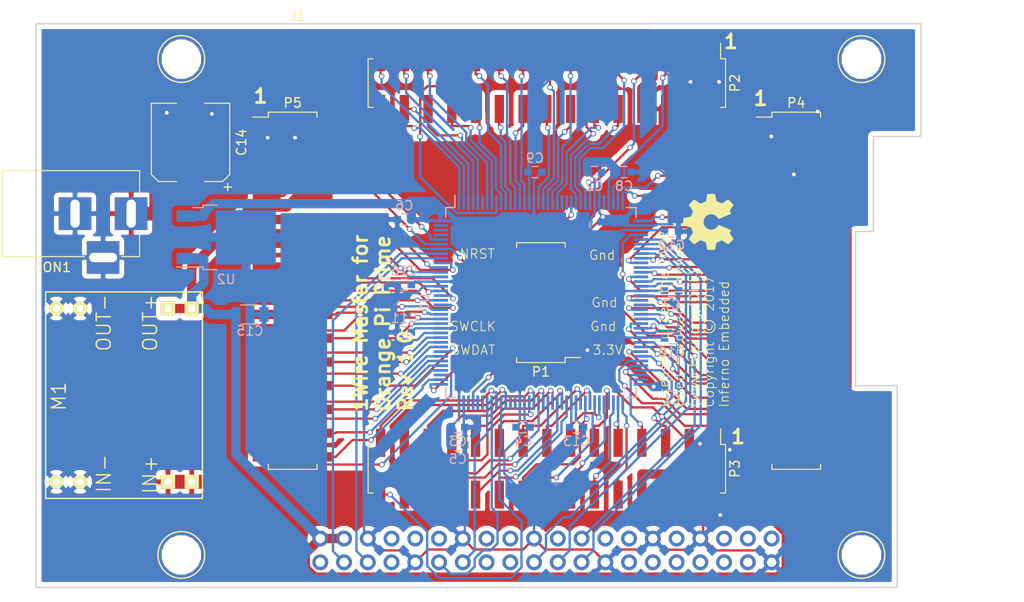
<source format=kicad_pcb>
(kicad_pcb (version 4) (host pcbnew 4.0.6)
  (layers (0 F.Cu signal) (31 B.Cu signal) (34 B.Paste user) (35 F.Paste user) (36 B.SilkS user) (37 F.SilkS user) (38 B.Mask user) (39 F.Mask user) (44 Edge.Cuts user))
  (net 0 "")
  (net 1 +3V3)
  (net 2 GND)
  (net 3 +24V)
  (net 4 +5V)
  (net 5 /SDA)
  (net 6 /SCL)
  (net 7 /UART_RX)
  (net 8 /UART_TX)
  (net 9 /SPI_MOSI)
  (net 10 /SPI_MISO)
  (net 11 /SPI_CLK)
  (net 12 /SPI_CS)
  (net 13 /SWDAT)
  (net 14 /SWCLK)
  (net 15 "Net-(P1-Pad10)")
  (net 16 /DRIVE_A0)
  (net 17 /DRIVE_A1)
  (net 18 /DRIVE_A2)
  (net 19 /SENSE_A7)
  (net 20 /DRIVE_A3)
  (net 21 /SENSE_A6)
  (net 22 /DRIVE_A4)
  (net 23 /SENSE_A5)
  (net 24 /DRIVE_A5)
  (net 25 /SENSE_A4)
  (net 26 /DRIVE_A6)
  (net 27 /SENSE_A3)
  (net 28 /DRIVE_A7)
  (net 29 /SENSE_A2)
  (net 30 /DPU_A0)
  (net 31 /SENSE_A1)
  (net 32 /DPU_A1)
  (net 33 /SENSE_A0)
  (net 34 /DPU_A2)
  (net 35 /DPU_A7)
  (net 36 /DPU_A3)
  (net 37 /DPU_A6)
  (net 38 /DPU_A4)
  (net 39 /DPU_A5)
  (net 40 /DRIVE_C0)
  (net 41 /DRIVE_C1)
  (net 42 /DRIVE_C2)
  (net 43 /SENSE_C7)
  (net 44 /DRIVE_C3)
  (net 45 /SENSE_C6)
  (net 46 /DRIVE_C4)
  (net 47 /SENSE_C5)
  (net 48 /DRIVE_C5)
  (net 49 /SENSE_C4)
  (net 50 /DRIVE_C6)
  (net 51 /SENSE_C3)
  (net 52 /DRIVE_C7)
  (net 53 /SENSE_C2)
  (net 54 /DPU_C0)
  (net 55 /SENSE_C1)
  (net 56 /DPU_C1)
  (net 57 /SENSE_C0)
  (net 58 /DPU_C2)
  (net 59 /DPU_C7)
  (net 60 /DPU_C3)
  (net 61 /DPU_C6)
  (net 62 /DPU_C4)
  (net 63 /DPU_C5)
  (net 64 /DRIVE_B0)
  (net 65 /DRIVE_B1)
  (net 66 /DRIVE_B2)
  (net 67 /SENSE_B7)
  (net 68 /DRIVE_B3)
  (net 69 /SENSE_B6)
  (net 70 /DRIVE_B4)
  (net 71 /SENSE_B5)
  (net 72 /DRIVE_B5)
  (net 73 /SENSE_B4)
  (net 74 /DRIVE_B6)
  (net 75 /SENSE_B3)
  (net 76 /DRIVE_B7)
  (net 77 /SENSE_B2)
  (net 78 /DPU_B0)
  (net 79 /SENSE_B1)
  (net 80 /DPU_B1)
  (net 81 /SENSE_B0)
  (net 82 /DPU_B2)
  (net 83 /DPU_B7)
  (net 84 /DPU_B3)
  (net 85 /DPU_B6)
  (net 86 /DPU_B4)
  (net 87 /DPU_B5)
  (net 88 /DRIVE_D0)
  (net 89 /DRIVE_D1)
  (net 90 /DRIVE_D2)
  (net 91 /SENSE_D7)
  (net 92 /DRIVE_D3)
  (net 93 /SENSE_D6)
  (net 94 /DRIVE_D4)
  (net 95 /SENSE_D5)
  (net 96 /DRIVE_D5)
  (net 97 /SENSE_D4)
  (net 98 /DRIVE_D6)
  (net 99 /SENSE_D3)
  (net 100 /DRIVE_D7)
  (net 101 /SENSE_D2)
  (net 102 /DPU_D0)
  (net 103 /SENSE_D1)
  (net 104 /DPU_D1)
  (net 105 /SENSE_D0)
  (net 106 /DPU_D2)
  (net 107 /DPU_D7)
  (net 108 /DPU_D3)
  (net 109 /DPU_D6)
  (net 110 /DPU_D4)
  (net 111 /DPU_D5)
  (module "D-Sun DC-DC Regulator:D-SUN_DC_DC" (layer F.Cu) (at 76.2 96.52 90)
    (fp_text reference M1 (at 10.922 -15.367 90) (layer F.SilkS) (effects (font (size 1.5 1.5))))
    (fp_text value DC-DC_REG hide)
    (fp_text user OUT+ (at 18.796 -5.588 90) (layer F.SilkS) (effects (font (size 1.5 1.5))))
    (fp_text user OUT- (at 18.796 -10.541 90) (layer F.SilkS) (effects (font (size 1.5 1.5))))
    (fp_text user IN+ (at 2.54 -5.588 90) (layer F.SilkS) (effects (font (size 1.5 1.5))))
    (fp_text user IN- (at 2.667 -10.541 90) (layer F.SilkS) (effects (font (size 1.5 1.5))))
    (pad 1 thru_hole rect (at 1.778 -1.143 90) (size 1.524 1.524) (drill 0.762) (layers *.Cu *.Mask F.SilkS) (net 3 +24V))
    (pad 1 thru_hole rect (at 1.778 -3.683 90) (size 1.524 1.524) (drill 0.762) (layers *.Cu *.Mask F.SilkS) (net 3 +24V))
    (pad 2 thru_hole circle (at 1.778 -15.621 90) (size 1.524 1.524) (drill 0.762) (layers *.Cu *.Mask F.SilkS) (net 2 GND))
    (pad 2 thru_hole circle (at 1.778 -13.081 90) (size 1.524 1.524) (drill 0.762) (layers *.Cu *.Mask F.SilkS) (net 2 GND))
    (pad 3 thru_hole rect (at 20.32 -1.143 90) (size 1.524 1.524) (drill 0.762) (layers *.Cu *.Mask F.SilkS) (net 4 +5V))
    (pad 3 thru_hole rect (at 20.32 -3.683 90) (size 1.524 1.524) (drill 0.762) (layers *.Cu *.Mask F.SilkS) (net 4 +5V))
    (pad 4 thru_hole circle (at 20.32 -15.621 90) (size 1.524 1.524) (drill 0.762) (layers *.Cu *.Mask F.SilkS) (net 2 GND))
    (pad 4 thru_hole circle (at 20.32 -13.081 90) (size 1.524 1.524) (drill 0.762) (layers *.Cu *.Mask F.SilkS) (net 2 GND))
  )
  (module Connect:BARREL_JACK (layer F.Cu) (at 68.58 66.04)
    (fp_text reference CON1 (at -8.45 5.75 180) (layer F.SilkS))
    (fp_text value BARREL_JACK)
    (pad 1 thru_hole rect (at 0 0) (size 3.5 3.5) (drill oval 1 3) (layers *.Cu *.Mask) (net 3 +24V))
    (pad 2 thru_hole rect (at -6 0) (size 3.5 3.5) (drill oval 1 3) (layers *.Cu *.Mask) (net 2 GND))
    (pad 3 thru_hole rect (at -3 4.7) (size 3.5 3.5) (drill oval 3 1) (layers *.Cu *.Mask) (net 2 GND))
  )
  (module Mounting_Holes:MountingHole_3.2mm_M3 (layer F.Cu) (at 73.948 49.512)
    (fp_text reference REF4 hide)
    (fp_text value MountingHole_3.2mm_M3)
    (pad 1 np_thru_hole circle (at 0 0) (size 3.2 3.2) (drill 3.2) (layers *.Cu *.Mask))
  )
  (module Mounting_Holes:MountingHole_3.2mm_M3 (layer F.Cu) (at 146.672 49.512)
    (fp_text reference REF3 hide)
    (fp_text value MountingHole_3.2mm_M3)
    (pad 1 np_thru_hole circle (at 0 0) (size 3.2 3.2) (drill 3.2) (layers *.Cu *.Mask))
  )
  (module Mounting_Holes:MountingHole_3.2mm_M3 (layer F.Cu) (at 146.672 102.567)
    (fp_text reference REF2 hide)
    (fp_text value MountingHole_3.2mm_M3)
    (pad 1 np_thru_hole circle (at 0 0) (size 3.2 3.2) (drill 3.2) (layers *.Cu *.Mask))
  )
  (module Capacitors_SMD:C_0603 (layer B.Cu) (at 126.365 84.455)
    (fp_text reference C1 (at 0 1.5) (layer B.SilkS) (effects (justify mirror)))
    (fp_text value 4.7uF)
    (pad 1 smd rect (at -0.75 0) (size 0.8 0.75) (layers B.Cu B.Paste B.Mask) (net 1 +3V3))
    (pad 2 smd rect (at 0.75 0) (size 0.8 0.75) (layers B.Cu B.Paste B.Mask) (net 2 GND))
  )
  (module Capacitors_SMD:C_0603 (layer B.Cu) (at 118.11 61.595)
    (fp_text reference C2 (at 0 1.5) (layer B.SilkS) (effects (justify mirror)))
    (fp_text value 100nF)
    (pad 1 smd rect (at -0.75 0) (size 0.8 0.75) (layers B.Cu B.Paste B.Mask) (net 1 +3V3))
    (pad 2 smd rect (at 0.75 0) (size 0.8 0.75) (layers B.Cu B.Paste B.Mask) (net 2 GND))
  )
  (module Capacitors_SMD:C_0603 (layer B.Cu) (at 103.505 88.9)
    (fp_text reference C3 (at 0 1.5) (layer B.SilkS) (effects (justify mirror)))
    (fp_text value 100nF)
    (pad 1 smd rect (at -0.75 0) (size 0.8 0.75) (layers B.Cu B.Paste B.Mask) (net 1 +3V3))
    (pad 2 smd rect (at 0.75 0) (size 0.8 0.75) (layers B.Cu B.Paste B.Mask) (net 2 GND))
  )
  (module Capacitors_SMD:C_0603 (layer B.Cu) (at 110.49 88.9)
    (fp_text reference C4 (at 0 1.5) (layer B.SilkS) (effects (justify mirror)))
    (fp_text value 100nF)
    (pad 1 smd rect (at -0.75 0) (size 0.8 0.75) (layers B.Cu B.Paste B.Mask) (net 1 +3V3))
    (pad 2 smd rect (at 0.75 0) (size 0.8 0.75) (layers B.Cu B.Paste B.Mask) (net 2 GND))
  )
  (module Capacitors_SMD:C_0603 (layer B.Cu) (at 103.505 90.805)
    (fp_text reference C5 (at 0 1.5) (layer B.SilkS) (effects (justify mirror)))
    (fp_text value 100nF)
    (pad 1 smd rect (at -0.75 0) (size 0.8 0.75) (layers B.Cu B.Paste B.Mask) (net 1 +3V3))
    (pad 2 smd rect (at 0.75 0) (size 0.8 0.75) (layers B.Cu B.Paste B.Mask) (net 2 GND))
  )
  (module Capacitors_SMD:C_0603 (layer B.Cu) (at 97.79 66.675 180)
    (fp_text reference C6 (at 0 1.5 180) (layer B.SilkS) (effects (justify mirror)))
    (fp_text value 100nF)
    (pad 1 smd rect (at -0.75 0 180) (size 0.8 0.75) (layers B.Cu B.Paste B.Mask) (net 1 +3V3))
    (pad 2 smd rect (at 0.75 0 180) (size 0.8 0.75) (layers B.Cu B.Paste B.Mask) (net 2 GND))
  )
  (module Capacitors_SMD:C_0603 (layer B.Cu) (at 126.365 74.295)
    (fp_text reference C7 (at 0 1.5) (layer B.SilkS) (effects (justify mirror)))
    (fp_text value 100nF)
    (pad 1 smd rect (at -0.75 0) (size 0.8 0.75) (layers B.Cu B.Paste B.Mask) (net 1 +3V3))
    (pad 2 smd rect (at 0.75 0) (size 0.8 0.75) (layers B.Cu B.Paste B.Mask) (net 2 GND))
  )
  (module Capacitors_SMD:C_0603 (layer B.Cu) (at 121.285 61.595)
    (fp_text reference C8 (at 0 1.5) (layer B.SilkS) (effects (justify mirror)))
    (fp_text value 100nF)
    (pad 1 smd rect (at -0.75 0) (size 0.8 0.75) (layers B.Cu B.Paste B.Mask) (net 1 +3V3))
    (pad 2 smd rect (at 0.75 0) (size 0.8 0.75) (layers B.Cu B.Paste B.Mask) (net 2 GND))
  )
  (module Capacitors_SMD:C_0603 (layer B.Cu) (at 111.76 61.595 180)
    (fp_text reference C9 (at 0 1.5 180) (layer B.SilkS) (effects (justify mirror)))
    (fp_text value 100nF)
    (pad 1 smd rect (at -0.75 0 180) (size 0.8 0.75) (layers B.Cu B.Paste B.Mask) (net 1 +3V3))
    (pad 2 smd rect (at 0.75 0 180) (size 0.8 0.75) (layers B.Cu B.Paste B.Mask) (net 2 GND))
  )
  (module Capacitors_SMD:C_0603 (layer B.Cu) (at 126.365 79.375)
    (fp_text reference C10 (at 0 1.5) (layer B.SilkS) (effects (justify mirror)))
    (fp_text value 100nF)
    (pad 1 smd rect (at -0.75 0) (size 0.8 0.75) (layers B.Cu B.Paste B.Mask) (net 1 +3V3))
    (pad 2 smd rect (at 0.75 0) (size 0.8 0.75) (layers B.Cu B.Paste B.Mask) (net 2 GND))
  )
  (module Capacitors_SMD:C_0603 (layer B.Cu) (at 97.79 78.74 180)
    (fp_text reference C11 (at 0 1.5 180) (layer B.SilkS) (effects (justify mirror)))
    (fp_text value 100nF)
    (pad 1 smd rect (at -0.75 0 180) (size 0.8 0.75) (layers B.Cu B.Paste B.Mask) (net 1 +3V3))
    (pad 2 smd rect (at 0.75 0 180) (size 0.8 0.75) (layers B.Cu B.Paste B.Mask) (net 2 GND))
  )
  (module Capacitors_SMD:C_0603 (layer B.Cu) (at 126.365 67.945)
    (fp_text reference C12 (at 0 1.5) (layer B.SilkS) (effects (justify mirror)))
    (fp_text value 100nF)
    (pad 1 smd rect (at -0.75 0) (size 0.8 0.75) (layers B.Cu B.Paste B.Mask) (net 1 +3V3))
    (pad 2 smd rect (at 0.75 0) (size 0.8 0.75) (layers B.Cu B.Paste B.Mask) (net 2 GND))
  )
  (module Capacitors_SMD:C_0603 (layer B.Cu) (at 116.205 88.9)
    (fp_text reference C13 (at 0 1.5) (layer B.SilkS) (effects (justify mirror)))
    (fp_text value 100nF)
    (pad 1 smd rect (at -0.75 0) (size 0.8 0.75) (layers B.Cu B.Paste B.Mask) (net 1 +3V3))
    (pad 2 smd rect (at 0.75 0) (size 0.8 0.75) (layers B.Cu B.Paste B.Mask) (net 2 GND))
  )
  (module Capacitors_SMD:CP_Elec_8x10 (layer F.Cu) (at 74.93 58.42 90)
    (fp_text reference C14 (at 0 5.45 90) (layer F.SilkS))
    (fp_text value 100uF)
    (fp_text user + (at -4.78 3.9 90) (layer F.SilkS))
    (pad 1 smd rect (at -3.05 0 270) (size 4 2.5) (layers F.Cu F.Paste F.Mask) (net 3 +24V))
    (pad 2 smd rect (at 3.05 0 270) (size 4 2.5) (layers F.Cu F.Paste F.Mask) (net 2 GND))
  )
  (module Capacitors_SMD:C_1206 (layer B.Cu) (at 81.28 76.835)
    (fp_text reference C15 (at 0 1.75) (layer B.SilkS) (effects (justify mirror)))
    (fp_text value 100uF)
    (pad 1 smd rect (at -1.5 0) (size 1 1.6) (layers B.Cu B.Paste B.Mask) (net 4 +5V))
    (pad 2 smd rect (at 1.5 0) (size 1 1.6) (layers B.Cu B.Paste B.Mask) (net 2 GND))
  )
  (module Capacitors_SMD:C_0603 (layer B.Cu) (at 97.79 73.66 180)
    (fp_text reference C16 (at 0 1.5 180) (layer B.SilkS) (effects (justify mirror)))
    (fp_text value 100nF)
    (pad 1 smd rect (at -0.75 0 180) (size 0.8 0.75) (layers B.Cu B.Paste B.Mask) (net 1 +3V3))
    (pad 2 smd rect (at 0.75 0 180) (size 0.8 0.75) (layers B.Cu B.Paste B.Mask) (net 2 GND))
  )
  (module Pin_Headers:Pin_Header_Straight_2x05_Pitch2.54mm_SMD (layer F.Cu) (at 112.395 75.565 180)
    (fp_text reference P1 (at 0 -7.41 180) (layer F.SilkS))
    (fp_text value CONN_02X05)
    (pad 1 smd rect (at -2.77 -5.08 180) (size 3 1) (layers F.Cu F.Paste F.Mask) (net 1 +3V3))
    (pad 2 smd rect (at 2.77 -5.08 180) (size 3 1) (layers F.Cu F.Paste F.Mask) (net 13 /SWDAT))
    (pad 3 smd rect (at -2.77 -2.54 180) (size 3 1) (layers F.Cu F.Paste F.Mask) (net 2 GND))
    (pad 4 smd rect (at 2.77 -2.54 180) (size 3 1) (layers F.Cu F.Paste F.Mask) (net 14 /SWCLK))
    (pad 5 smd rect (at -2.77 0 180) (size 3 1) (layers F.Cu F.Paste F.Mask) (net 2 GND))
    (pad 6 smd rect (at 2.77 0 180) (size 3 1) (layers F.Cu F.Paste F.Mask))
    (pad 7 smd rect (at -2.77 2.54 180) (size 3 1) (layers F.Cu F.Paste F.Mask))
    (pad 8 smd rect (at 2.77 2.54 180) (size 3 1) (layers F.Cu F.Paste F.Mask))
    (pad 9 smd rect (at -2.77 5.08 180) (size 3 1) (layers F.Cu F.Paste F.Mask) (net 2 GND))
    (pad 10 smd rect (at 2.77 5.08 180) (size 3 1) (layers F.Cu F.Paste F.Mask) (net 15 "Net-(P1-Pad10)"))
  )
  (module TO_SOT_Packages_SMD:TO-252-2 (layer B.Cu) (at 78.74 68.58)
    (fp_text reference U2 (at 0 4.5) (layer B.SilkS) (effects (justify mirror)))
    (fp_text value LP2950)
    (pad 1 smd rect (at -4.2 2.28) (size 2.2 1.2) (layers B.Cu B.Paste B.Mask) (net 4 +5V))
    (pad 3 smd rect (at -4.2 -2.28) (size 2.2 1.2) (layers B.Cu B.Paste B.Mask) (net 1 +3V3))
    (pad 2 smd rect (at 2.1 0) (size 6.4 5.8) (layers B.Cu B.Mask) (net 2 GND))
    (pad 2 smd rect (at 3.775 -1.525) (size 3.05 2.75) (layers B.Cu B.Paste) (net 2 GND))
    (pad 2 smd rect (at 0.425 1.525) (size 3.05 2.75) (layers B.Cu B.Paste) (net 2 GND))
    (pad 2 smd rect (at 3.775 1.525) (size 3.05 2.75) (layers B.Cu B.Paste) (net 2 GND))
    (pad 2 smd rect (at 0.425 -1.525) (size 3.05 2.75) (layers B.Cu B.Paste) (net 2 GND))
  )
  (module Housings_QFP:LQFP-144_20x20mm_Pitch0.5mm (layer B.Cu) (at 112.395 75.565 270)
    (fp_text reference U1 (at 0 12.475 270) (layer B.SilkS) (effects (justify mirror)))
    (fp_text value "STM32F412Z(E-G)Tx_u")
    (pad 1 smd rect (at -10.7 8.75 270) (size 1.55 0.3) (layers B.Cu B.Paste B.Mask) (net 39 /DPU_A5))
    (pad 2 smd rect (at -10.7 8.25 270) (size 1.55 0.3) (layers B.Cu B.Paste B.Mask) (net 38 /DPU_A4))
    (pad 3 smd rect (at -10.7 7.75 270) (size 1.55 0.3) (layers B.Cu B.Paste B.Mask) (net 37 /DPU_A6))
    (pad 4 smd rect (at -10.7 7.25 270) (size 1.55 0.3) (layers B.Cu B.Paste B.Mask) (net 36 /DPU_A3))
    (pad 5 smd rect (at -10.7 6.75 270) (size 1.55 0.3) (layers B.Cu B.Paste B.Mask) (net 35 /DPU_A7))
    (pad 6 smd rect (at -10.7 6.25 270) (size 1.55 0.3) (layers B.Cu B.Paste B.Mask))
    (pad 7 smd rect (at -10.7 5.75 270) (size 1.55 0.3) (layers B.Cu B.Paste B.Mask) (net 34 /DPU_A2))
    (pad 8 smd rect (at -10.7 5.25 270) (size 1.55 0.3) (layers B.Cu B.Paste B.Mask) (net 33 /SENSE_A0))
    (pad 9 smd rect (at -10.7 4.75 270) (size 1.55 0.3) (layers B.Cu B.Paste B.Mask) (net 32 /DPU_A1))
    (pad 10 smd rect (at -10.7 4.25 270) (size 1.55 0.3) (layers B.Cu B.Paste B.Mask) (net 31 /SENSE_A1))
    (pad 11 smd rect (at -10.7 3.75 270) (size 1.55 0.3) (layers B.Cu B.Paste B.Mask) (net 30 /DPU_A0))
    (pad 12 smd rect (at -10.7 3.25 270) (size 1.55 0.3) (layers B.Cu B.Paste B.Mask) (net 29 /SENSE_A2))
    (pad 13 smd rect (at -10.7 2.75 270) (size 1.55 0.3) (layers B.Cu B.Paste B.Mask) (net 28 /DRIVE_A7))
    (pad 14 smd rect (at -10.7 2.25 270) (size 1.55 0.3) (layers B.Cu B.Paste B.Mask) (net 27 /SENSE_A3))
    (pad 15 smd rect (at -10.7 1.75 270) (size 1.55 0.3) (layers B.Cu B.Paste B.Mask) (net 26 /DRIVE_A6))
    (pad 16 smd rect (at -10.7 1.25 270) (size 1.55 0.3) (layers B.Cu B.Paste B.Mask) (net 2 GND))
    (pad 17 smd rect (at -10.7 0.75 270) (size 1.55 0.3) (layers B.Cu B.Paste B.Mask) (net 1 +3V3))
    (pad 18 smd rect (at -10.7 0.25 270) (size 1.55 0.3) (layers B.Cu B.Paste B.Mask) (net 25 /SENSE_A4))
    (pad 19 smd rect (at -10.7 -0.25 270) (size 1.55 0.3) (layers B.Cu B.Paste B.Mask) (net 24 /DRIVE_A5))
    (pad 20 smd rect (at -10.7 -0.75 270) (size 1.55 0.3) (layers B.Cu B.Paste B.Mask) (net 23 /SENSE_A5))
    (pad 21 smd rect (at -10.7 -1.25 270) (size 1.55 0.3) (layers B.Cu B.Paste B.Mask) (net 22 /DRIVE_A4))
    (pad 22 smd rect (at -10.7 -1.75 270) (size 1.55 0.3) (layers B.Cu B.Paste B.Mask) (net 21 /SENSE_A6))
    (pad 23 smd rect (at -10.7 -2.25 270) (size 1.55 0.3) (layers B.Cu B.Paste B.Mask))
    (pad 24 smd rect (at -10.7 -2.75 270) (size 1.55 0.3) (layers B.Cu B.Paste B.Mask))
    (pad 25 smd rect (at -10.7 -3.25 270) (size 1.55 0.3) (layers B.Cu B.Paste B.Mask) (net 15 "Net-(P1-Pad10)"))
    (pad 26 smd rect (at -10.7 -3.75 270) (size 1.55 0.3) (layers B.Cu B.Paste B.Mask) (net 20 /DRIVE_A3))
    (pad 27 smd rect (at -10.7 -4.25 270) (size 1.55 0.3) (layers B.Cu B.Paste B.Mask) (net 19 /SENSE_A7))
    (pad 28 smd rect (at -10.7 -4.75 270) (size 1.55 0.3) (layers B.Cu B.Paste B.Mask) (net 18 /DRIVE_A2))
    (pad 29 smd rect (at -10.7 -5.25 270) (size 1.55 0.3) (layers B.Cu B.Paste B.Mask) (net 17 /DRIVE_A1))
    (pad 30 smd rect (at -10.7 -5.75 270) (size 1.55 0.3) (layers B.Cu B.Paste B.Mask) (net 1 +3V3))
    (pad 31 smd rect (at -10.7 -6.25 270) (size 1.55 0.3) (layers B.Cu B.Paste B.Mask) (net 2 GND))
    (pad 32 smd rect (at -10.7 -6.75 270) (size 1.55 0.3) (layers B.Cu B.Paste B.Mask))
    (pad 33 smd rect (at -10.7 -7.25 270) (size 1.55 0.3) (layers B.Cu B.Paste B.Mask) (net 1 +3V3))
    (pad 34 smd rect (at -10.7 -7.75 270) (size 1.55 0.3) (layers B.Cu B.Paste B.Mask) (net 16 /DRIVE_A0))
    (pad 35 smd rect (at -10.7 -8.25 270) (size 1.55 0.3) (layers B.Cu B.Paste B.Mask) (net 64 /DRIVE_B0))
    (pad 36 smd rect (at -10.7 -8.75 270) (size 1.55 0.3) (layers B.Cu B.Paste B.Mask) (net 65 /DRIVE_B1))
    (pad 37 smd rect (at -8.75 -10.7 180) (size 1.55 0.3) (layers B.Cu B.Paste B.Mask) (net 66 /DRIVE_B2))
    (pad 38 smd rect (at -8.25 -10.7 180) (size 1.55 0.3) (layers B.Cu B.Paste B.Mask) (net 2 GND))
    (pad 39 smd rect (at -7.75 -10.7 180) (size 1.55 0.3) (layers B.Cu B.Paste B.Mask) (net 1 +3V3))
    (pad 40 smd rect (at -7.25 -10.7 180) (size 1.55 0.3) (layers B.Cu B.Paste B.Mask) (net 12 /SPI_CS))
    (pad 41 smd rect (at -6.75 -10.7 180) (size 1.55 0.3) (layers B.Cu B.Paste B.Mask) (net 11 /SPI_CLK))
    (pad 42 smd rect (at -6.25 -10.7 180) (size 1.55 0.3) (layers B.Cu B.Paste B.Mask) (net 10 /SPI_MISO))
    (pad 43 smd rect (at -5.75 -10.7 180) (size 1.55 0.3) (layers B.Cu B.Paste B.Mask) (net 9 /SPI_MOSI))
    (pad 44 smd rect (at -5.25 -10.7 180) (size 1.55 0.3) (layers B.Cu B.Paste B.Mask) (net 67 /SENSE_B7))
    (pad 45 smd rect (at -4.75 -10.7 180) (size 1.55 0.3) (layers B.Cu B.Paste B.Mask) (net 68 /DRIVE_B3))
    (pad 46 smd rect (at -4.25 -10.7 180) (size 1.55 0.3) (layers B.Cu B.Paste B.Mask) (net 69 /SENSE_B6))
    (pad 47 smd rect (at -3.75 -10.7 180) (size 1.55 0.3) (layers B.Cu B.Paste B.Mask) (net 70 /DRIVE_B4))
    (pad 48 smd rect (at -3.25 -10.7 180) (size 1.55 0.3) (layers B.Cu B.Paste B.Mask) (net 71 /SENSE_B5))
    (pad 49 smd rect (at -2.75 -10.7 180) (size 1.55 0.3) (layers B.Cu B.Paste B.Mask) (net 72 /DRIVE_B5))
    (pad 50 smd rect (at -2.25 -10.7 180) (size 1.55 0.3) (layers B.Cu B.Paste B.Mask) (net 73 /SENSE_B4))
    (pad 51 smd rect (at -1.75 -10.7 180) (size 1.55 0.3) (layers B.Cu B.Paste B.Mask) (net 2 GND))
    (pad 52 smd rect (at -1.25 -10.7 180) (size 1.55 0.3) (layers B.Cu B.Paste B.Mask) (net 1 +3V3))
    (pad 53 smd rect (at -0.75 -10.7 180) (size 1.55 0.3) (layers B.Cu B.Paste B.Mask) (net 74 /DRIVE_B6))
    (pad 54 smd rect (at -0.25 -10.7 180) (size 1.55 0.3) (layers B.Cu B.Paste B.Mask) (net 75 /SENSE_B3))
    (pad 55 smd rect (at 0.25 -10.7 180) (size 1.55 0.3) (layers B.Cu B.Paste B.Mask) (net 76 /DRIVE_B7))
    (pad 56 smd rect (at 0.75 -10.7 180) (size 1.55 0.3) (layers B.Cu B.Paste B.Mask) (net 77 /SENSE_B2))
    (pad 57 smd rect (at 1.25 -10.7 180) (size 1.55 0.3) (layers B.Cu B.Paste B.Mask) (net 78 /DPU_B0))
    (pad 58 smd rect (at 1.75 -10.7 180) (size 1.55 0.3) (layers B.Cu B.Paste B.Mask) (net 79 /SENSE_B1))
    (pad 59 smd rect (at 2.25 -10.7 180) (size 1.55 0.3) (layers B.Cu B.Paste B.Mask) (net 80 /DPU_B1))
    (pad 60 smd rect (at 2.75 -10.7 180) (size 1.55 0.3) (layers B.Cu B.Paste B.Mask) (net 81 /SENSE_B0))
    (pad 61 smd rect (at 3.25 -10.7 180) (size 1.55 0.3) (layers B.Cu B.Paste B.Mask) (net 2 GND))
    (pad 62 smd rect (at 3.75 -10.7 180) (size 1.55 0.3) (layers B.Cu B.Paste B.Mask) (net 1 +3V3))
    (pad 63 smd rect (at 4.25 -10.7 180) (size 1.55 0.3) (layers B.Cu B.Paste B.Mask) (net 82 /DPU_B2))
    (pad 64 smd rect (at 4.75 -10.7 180) (size 1.55 0.3) (layers B.Cu B.Paste B.Mask) (net 83 /DPU_B7))
    (pad 65 smd rect (at 5.25 -10.7 180) (size 1.55 0.3) (layers B.Cu B.Paste B.Mask) (net 84 /DPU_B3))
    (pad 66 smd rect (at 5.75 -10.7 180) (size 1.55 0.3) (layers B.Cu B.Paste B.Mask) (net 85 /DPU_B6))
    (pad 67 smd rect (at 6.25 -10.7 180) (size 1.55 0.3) (layers B.Cu B.Paste B.Mask) (net 86 /DPU_B4))
    (pad 68 smd rect (at 6.75 -10.7 180) (size 1.55 0.3) (layers B.Cu B.Paste B.Mask) (net 87 /DPU_B5))
    (pad 69 smd rect (at 7.25 -10.7 180) (size 1.55 0.3) (layers B.Cu B.Paste B.Mask) (net 40 /DRIVE_C0))
    (pad 70 smd rect (at 7.75 -10.7 180) (size 1.55 0.3) (layers B.Cu B.Paste B.Mask) (net 41 /DRIVE_C1))
    (pad 71 smd rect (at 8.25 -10.7 180) (size 1.55 0.3) (layers B.Cu B.Paste B.Mask))
    (pad 72 smd rect (at 8.75 -10.7 180) (size 1.55 0.3) (layers B.Cu B.Paste B.Mask) (net 1 +3V3))
    (pad 73 smd rect (at 10.7 -8.75 270) (size 1.55 0.3) (layers B.Cu B.Paste B.Mask) (net 43 /SENSE_C7))
    (pad 74 smd rect (at 10.7 -8.25 270) (size 1.55 0.3) (layers B.Cu B.Paste B.Mask) (net 42 /DRIVE_C2))
    (pad 75 smd rect (at 10.7 -7.75 270) (size 1.55 0.3) (layers B.Cu B.Paste B.Mask) (net 45 /SENSE_C6))
    (pad 76 smd rect (at 10.7 -7.25 270) (size 1.55 0.3) (layers B.Cu B.Paste B.Mask) (net 44 /DRIVE_C3))
    (pad 77 smd rect (at 10.7 -6.75 270) (size 1.55 0.3) (layers B.Cu B.Paste B.Mask) (net 47 /SENSE_C5))
    (pad 78 smd rect (at 10.7 -6.25 270) (size 1.55 0.3) (layers B.Cu B.Paste B.Mask) (net 46 /DRIVE_C4))
    (pad 79 smd rect (at 10.7 -5.75 270) (size 1.55 0.3) (layers B.Cu B.Paste B.Mask) (net 49 /SENSE_C4))
    (pad 80 smd rect (at 10.7 -5.25 270) (size 1.55 0.3) (layers B.Cu B.Paste B.Mask) (net 48 /DRIVE_C5))
    (pad 81 smd rect (at 10.7 -4.75 270) (size 1.55 0.3) (layers B.Cu B.Paste B.Mask) (net 51 /SENSE_C3))
    (pad 82 smd rect (at 10.7 -4.25 270) (size 1.55 0.3) (layers B.Cu B.Paste B.Mask) (net 50 /DRIVE_C6))
    (pad 83 smd rect (at 10.7 -3.75 270) (size 1.55 0.3) (layers B.Cu B.Paste B.Mask) (net 2 GND))
    (pad 84 smd rect (at 10.7 -3.25 270) (size 1.55 0.3) (layers B.Cu B.Paste B.Mask) (net 1 +3V3))
    (pad 85 smd rect (at 10.7 -2.75 270) (size 1.55 0.3) (layers B.Cu B.Paste B.Mask) (net 53 /SENSE_C2))
    (pad 86 smd rect (at 10.7 -2.25 270) (size 1.55 0.3) (layers B.Cu B.Paste B.Mask) (net 52 /DRIVE_C7))
    (pad 87 smd rect (at 10.7 -1.75 270) (size 1.55 0.3) (layers B.Cu B.Paste B.Mask) (net 55 /SENSE_C1))
    (pad 88 smd rect (at 10.7 -1.25 270) (size 1.55 0.3) (layers B.Cu B.Paste B.Mask) (net 54 /DPU_C0))
    (pad 89 smd rect (at 10.7 -0.75 270) (size 1.55 0.3) (layers B.Cu B.Paste B.Mask) (net 57 /SENSE_C0))
    (pad 90 smd rect (at 10.7 -0.25 270) (size 1.55 0.3) (layers B.Cu B.Paste B.Mask) (net 56 /DPU_C1))
    (pad 91 smd rect (at 10.7 0.25 270) (size 1.55 0.3) (layers B.Cu B.Paste B.Mask) (net 59 /DPU_C7))
    (pad 92 smd rect (at 10.7 0.75 270) (size 1.55 0.3) (layers B.Cu B.Paste B.Mask) (net 58 /DPU_C2))
    (pad 93 smd rect (at 10.7 1.25 270) (size 1.55 0.3) (layers B.Cu B.Paste B.Mask) (net 61 /DPU_C6))
    (pad 94 smd rect (at 10.7 1.75 270) (size 1.55 0.3) (layers B.Cu B.Paste B.Mask) (net 2 GND))
    (pad 95 smd rect (at 10.7 2.25 270) (size 1.55 0.3) (layers B.Cu B.Paste B.Mask) (net 1 +3V3))
    (pad 96 smd rect (at 10.7 2.75 270) (size 1.55 0.3) (layers B.Cu B.Paste B.Mask))
    (pad 97 smd rect (at 10.7 3.25 270) (size 1.55 0.3) (layers B.Cu B.Paste B.Mask))
    (pad 98 smd rect (at 10.7 3.75 270) (size 1.55 0.3) (layers B.Cu B.Paste B.Mask) (net 60 /DPU_C3))
    (pad 99 smd rect (at 10.7 4.25 270) (size 1.55 0.3) (layers B.Cu B.Paste B.Mask) (net 63 /DPU_C5))
    (pad 100 smd rect (at 10.7 4.75 270) (size 1.55 0.3) (layers B.Cu B.Paste B.Mask) (net 62 /DPU_C4))
    (pad 101 smd rect (at 10.7 5.25 270) (size 1.55 0.3) (layers B.Cu B.Paste B.Mask) (net 7 /UART_RX))
    (pad 102 smd rect (at 10.7 5.75 270) (size 1.55 0.3) (layers B.Cu B.Paste B.Mask) (net 8 /UART_TX))
    (pad 103 smd rect (at 10.7 6.25 270) (size 1.55 0.3) (layers B.Cu B.Paste B.Mask))
    (pad 104 smd rect (at 10.7 6.75 270) (size 1.55 0.3) (layers B.Cu B.Paste B.Mask))
    (pad 105 smd rect (at 10.7 7.25 270) (size 1.55 0.3) (layers B.Cu B.Paste B.Mask) (net 13 /SWDAT))
    (pad 106 smd rect (at 10.7 7.75 270) (size 1.55 0.3) (layers B.Cu B.Paste B.Mask))
    (pad 107 smd rect (at 10.7 8.25 270) (size 1.55 0.3) (layers B.Cu B.Paste B.Mask) (net 2 GND))
    (pad 108 smd rect (at 10.7 8.75 270) (size 1.55 0.3) (layers B.Cu B.Paste B.Mask) (net 1 +3V3))
    (pad 109 smd rect (at 8.75 10.7 180) (size 1.55 0.3) (layers B.Cu B.Paste B.Mask) (net 14 /SWCLK))
    (pad 110 smd rect (at 8.25 10.7 180) (size 1.55 0.3) (layers B.Cu B.Paste B.Mask) (net 111 /DPU_D5))
    (pad 111 smd rect (at 7.75 10.7 180) (size 1.55 0.3) (layers B.Cu B.Paste B.Mask) (net 110 /DPU_D4))
    (pad 112 smd rect (at 7.25 10.7 180) (size 1.55 0.3) (layers B.Cu B.Paste B.Mask) (net 109 /DPU_D6))
    (pad 113 smd rect (at 6.75 10.7 180) (size 1.55 0.3) (layers B.Cu B.Paste B.Mask) (net 108 /DPU_D3))
    (pad 114 smd rect (at 6.25 10.7 180) (size 1.55 0.3) (layers B.Cu B.Paste B.Mask) (net 107 /DPU_D7))
    (pad 115 smd rect (at 5.75 10.7 180) (size 1.55 0.3) (layers B.Cu B.Paste B.Mask) (net 106 /DPU_D2))
    (pad 116 smd rect (at 5.25 10.7 180) (size 1.55 0.3) (layers B.Cu B.Paste B.Mask) (net 105 /SENSE_D0))
    (pad 117 smd rect (at 4.75 10.7 180) (size 1.55 0.3) (layers B.Cu B.Paste B.Mask) (net 104 /DPU_D1))
    (pad 118 smd rect (at 4.25 10.7 180) (size 1.55 0.3) (layers B.Cu B.Paste B.Mask) (net 103 /SENSE_D1))
    (pad 119 smd rect (at 3.75 10.7 180) (size 1.55 0.3) (layers B.Cu B.Paste B.Mask) (net 102 /DPU_D0))
    (pad 120 smd rect (at 3.25 10.7 180) (size 1.55 0.3) (layers B.Cu B.Paste B.Mask) (net 2 GND))
    (pad 121 smd rect (at 2.75 10.7 180) (size 1.55 0.3) (layers B.Cu B.Paste B.Mask) (net 1 +3V3))
    (pad 122 smd rect (at 2.25 10.7 180) (size 1.55 0.3) (layers B.Cu B.Paste B.Mask) (net 101 /SENSE_D2))
    (pad 123 smd rect (at 1.75 10.7 180) (size 1.55 0.3) (layers B.Cu B.Paste B.Mask) (net 100 /DRIVE_D7))
    (pad 124 smd rect (at 1.25 10.7 180) (size 1.55 0.3) (layers B.Cu B.Paste B.Mask) (net 99 /SENSE_D3))
    (pad 125 smd rect (at 0.75 10.7 180) (size 1.55 0.3) (layers B.Cu B.Paste B.Mask) (net 98 /DRIVE_D6))
    (pad 126 smd rect (at 0.25 10.7 180) (size 1.55 0.3) (layers B.Cu B.Paste B.Mask) (net 97 /SENSE_D4))
    (pad 127 smd rect (at -0.25 10.7 180) (size 1.55 0.3) (layers B.Cu B.Paste B.Mask) (net 96 /DRIVE_D5))
    (pad 128 smd rect (at -0.75 10.7 180) (size 1.55 0.3) (layers B.Cu B.Paste B.Mask) (net 95 /SENSE_D5))
    (pad 129 smd rect (at -1.25 10.7 180) (size 1.55 0.3) (layers B.Cu B.Paste B.Mask) (net 94 /DRIVE_D4))
    (pad 130 smd rect (at -1.75 10.7 180) (size 1.55 0.3) (layers B.Cu B.Paste B.Mask) (net 2 GND))
    (pad 131 smd rect (at -2.25 10.7 180) (size 1.55 0.3) (layers B.Cu B.Paste B.Mask) (net 1 +3V3))
    (pad 132 smd rect (at -2.75 10.7 180) (size 1.55 0.3) (layers B.Cu B.Paste B.Mask) (net 93 /SENSE_D6))
    (pad 133 smd rect (at -3.25 10.7 180) (size 1.55 0.3) (layers B.Cu B.Paste B.Mask) (net 92 /DRIVE_D3))
    (pad 134 smd rect (at -3.75 10.7 180) (size 1.55 0.3) (layers B.Cu B.Paste B.Mask) (net 91 /SENSE_D7))
    (pad 135 smd rect (at -4.25 10.7 180) (size 1.55 0.3) (layers B.Cu B.Paste B.Mask) (net 90 /DRIVE_D2))
    (pad 136 smd rect (at -4.75 10.7 180) (size 1.55 0.3) (layers B.Cu B.Paste B.Mask) (net 6 /SCL))
    (pad 137 smd rect (at -5.25 10.7 180) (size 1.55 0.3) (layers B.Cu B.Paste B.Mask) (net 5 /SDA))
    (pad 138 smd rect (at -5.75 10.7 180) (size 1.55 0.3) (layers B.Cu B.Paste B.Mask) (net 2 GND))
    (pad 139 smd rect (at -6.25 10.7 180) (size 1.55 0.3) (layers B.Cu B.Paste B.Mask) (net 89 /DRIVE_D1))
    (pad 140 smd rect (at -6.75 10.7 180) (size 1.55 0.3) (layers B.Cu B.Paste B.Mask) (net 88 /DRIVE_D0))
    (pad 141 smd rect (at -7.25 10.7 180) (size 1.55 0.3) (layers B.Cu B.Paste B.Mask))
    (pad 142 smd rect (at -7.75 10.7 180) (size 1.55 0.3) (layers B.Cu B.Paste B.Mask))
    (pad 143 smd rect (at -8.25 10.7 180) (size 1.55 0.3) (layers B.Cu B.Paste B.Mask))
    (pad 144 smd rect (at -8.75 10.7 180) (size 1.55 0.3) (layers B.Cu B.Paste B.Mask) (net 1 +3V3))
  )
  (module Pin_Headers:Pin_Header_Straight_2x15_Pitch2.54mm_SMD (layer F.Cu) (at 113.03 52.07 270)
    (fp_text reference P2 (at 0 -20.11 270) (layer F.SilkS))
    (fp_text value CONN_02X15)
    (pad 1 smd rect (at -2.77 -17.78 270) (size 3 1) (layers F.Cu F.Paste F.Mask) (net 2 GND))
    (pad 2 smd rect (at 2.77 -17.78 270) (size 3 1) (layers F.Cu F.Paste F.Mask) (net 2 GND))
    (pad 3 smd rect (at -2.77 -15.24 270) (size 3 1) (layers F.Cu F.Paste F.Mask) (net 2 GND))
    (pad 4 smd rect (at 2.77 -15.24 270) (size 3 1) (layers F.Cu F.Paste F.Mask) (net 3 +24V))
    (pad 5 smd rect (at -2.77 -12.7 270) (size 3 1) (layers F.Cu F.Paste F.Mask) (net 16 /DRIVE_A0))
    (pad 6 smd rect (at 2.77 -12.7 270) (size 3 1) (layers F.Cu F.Paste F.Mask) (net 3 +24V))
    (pad 7 smd rect (at -2.77 -10.16 270) (size 3 1) (layers F.Cu F.Paste F.Mask) (net 17 /DRIVE_A1))
    (pad 8 smd rect (at 2.77 -10.16 270) (size 3 1) (layers F.Cu F.Paste F.Mask) (net 4 +5V))
    (pad 9 smd rect (at -2.77 -7.62 270) (size 3 1) (layers F.Cu F.Paste F.Mask) (net 18 /DRIVE_A2))
    (pad 10 smd rect (at 2.77 -7.62 270) (size 3 1) (layers F.Cu F.Paste F.Mask) (net 19 /SENSE_A7))
    (pad 11 smd rect (at -2.77 -5.08 270) (size 3 1) (layers F.Cu F.Paste F.Mask) (net 20 /DRIVE_A3))
    (pad 12 smd rect (at 2.77 -5.08 270) (size 3 1) (layers F.Cu F.Paste F.Mask) (net 21 /SENSE_A6))
    (pad 13 smd rect (at -2.77 -2.54 270) (size 3 1) (layers F.Cu F.Paste F.Mask) (net 22 /DRIVE_A4))
    (pad 14 smd rect (at 2.77 -2.54 270) (size 3 1) (layers F.Cu F.Paste F.Mask) (net 23 /SENSE_A5))
    (pad 15 smd rect (at -2.77 0 270) (size 3 1) (layers F.Cu F.Paste F.Mask) (net 24 /DRIVE_A5))
    (pad 16 smd rect (at 2.77 0 270) (size 3 1) (layers F.Cu F.Paste F.Mask) (net 25 /SENSE_A4))
    (pad 17 smd rect (at -2.77 2.54 270) (size 3 1) (layers F.Cu F.Paste F.Mask) (net 26 /DRIVE_A6))
    (pad 18 smd rect (at 2.77 2.54 270) (size 3 1) (layers F.Cu F.Paste F.Mask) (net 27 /SENSE_A3))
    (pad 19 smd rect (at -2.77 5.08 270) (size 3 1) (layers F.Cu F.Paste F.Mask) (net 28 /DRIVE_A7))
    (pad 20 smd rect (at 2.77 5.08 270) (size 3 1) (layers F.Cu F.Paste F.Mask) (net 29 /SENSE_A2))
    (pad 21 smd rect (at -2.77 7.62 270) (size 3 1) (layers F.Cu F.Paste F.Mask) (net 30 /DPU_A0))
    (pad 22 smd rect (at 2.77 7.62 270) (size 3 1) (layers F.Cu F.Paste F.Mask) (net 31 /SENSE_A1))
    (pad 23 smd rect (at -2.77 10.16 270) (size 3 1) (layers F.Cu F.Paste F.Mask) (net 32 /DPU_A1))
    (pad 24 smd rect (at 2.77 10.16 270) (size 3 1) (layers F.Cu F.Paste F.Mask) (net 33 /SENSE_A0))
    (pad 25 smd rect (at -2.77 12.7 270) (size 3 1) (layers F.Cu F.Paste F.Mask) (net 34 /DPU_A2))
    (pad 26 smd rect (at 2.77 12.7 270) (size 3 1) (layers F.Cu F.Paste F.Mask) (net 35 /DPU_A7))
    (pad 27 smd rect (at -2.77 15.24 270) (size 3 1) (layers F.Cu F.Paste F.Mask) (net 36 /DPU_A3))
    (pad 28 smd rect (at 2.77 15.24 270) (size 3 1) (layers F.Cu F.Paste F.Mask) (net 37 /DPU_A6))
    (pad 29 smd rect (at -2.77 17.78 270) (size 3 1) (layers F.Cu F.Paste F.Mask) (net 38 /DPU_A4))
    (pad 30 smd rect (at 2.77 17.78 270) (size 3 1) (layers F.Cu F.Paste F.Mask) (net 39 /DPU_A5))
  )
  (module Pin_Headers:Pin_Header_Straight_2x15_Pitch2.54mm_SMD (layer F.Cu) (at 113.03 93.345 270)
    (fp_text reference P3 (at 0 -20.11 270) (layer F.SilkS))
    (fp_text value CONN_02X15)
    (pad 1 smd rect (at -2.77 -17.78 270) (size 3 1) (layers F.Cu F.Paste F.Mask) (net 2 GND))
    (pad 2 smd rect (at 2.77 -17.78 270) (size 3 1) (layers F.Cu F.Paste F.Mask) (net 2 GND))
    (pad 3 smd rect (at -2.77 -15.24 270) (size 3 1) (layers F.Cu F.Paste F.Mask) (net 2 GND))
    (pad 4 smd rect (at 2.77 -15.24 270) (size 3 1) (layers F.Cu F.Paste F.Mask) (net 3 +24V))
    (pad 5 smd rect (at -2.77 -12.7 270) (size 3 1) (layers F.Cu F.Paste F.Mask) (net 40 /DRIVE_C0))
    (pad 6 smd rect (at 2.77 -12.7 270) (size 3 1) (layers F.Cu F.Paste F.Mask) (net 3 +24V))
    (pad 7 smd rect (at -2.77 -10.16 270) (size 3 1) (layers F.Cu F.Paste F.Mask) (net 41 /DRIVE_C1))
    (pad 8 smd rect (at 2.77 -10.16 270) (size 3 1) (layers F.Cu F.Paste F.Mask) (net 4 +5V))
    (pad 9 smd rect (at -2.77 -7.62 270) (size 3 1) (layers F.Cu F.Paste F.Mask) (net 42 /DRIVE_C2))
    (pad 10 smd rect (at 2.77 -7.62 270) (size 3 1) (layers F.Cu F.Paste F.Mask) (net 43 /SENSE_C7))
    (pad 11 smd rect (at -2.77 -5.08 270) (size 3 1) (layers F.Cu F.Paste F.Mask) (net 44 /DRIVE_C3))
    (pad 12 smd rect (at 2.77 -5.08 270) (size 3 1) (layers F.Cu F.Paste F.Mask) (net 45 /SENSE_C6))
    (pad 13 smd rect (at -2.77 -2.54 270) (size 3 1) (layers F.Cu F.Paste F.Mask) (net 46 /DRIVE_C4))
    (pad 14 smd rect (at 2.77 -2.54 270) (size 3 1) (layers F.Cu F.Paste F.Mask) (net 47 /SENSE_C5))
    (pad 15 smd rect (at -2.77 0 270) (size 3 1) (layers F.Cu F.Paste F.Mask) (net 48 /DRIVE_C5))
    (pad 16 smd rect (at 2.77 0 270) (size 3 1) (layers F.Cu F.Paste F.Mask) (net 49 /SENSE_C4))
    (pad 17 smd rect (at -2.77 2.54 270) (size 3 1) (layers F.Cu F.Paste F.Mask) (net 50 /DRIVE_C6))
    (pad 18 smd rect (at 2.77 2.54 270) (size 3 1) (layers F.Cu F.Paste F.Mask) (net 51 /SENSE_C3))
    (pad 19 smd rect (at -2.77 5.08 270) (size 3 1) (layers F.Cu F.Paste F.Mask) (net 52 /DRIVE_C7))
    (pad 20 smd rect (at 2.77 5.08 270) (size 3 1) (layers F.Cu F.Paste F.Mask) (net 53 /SENSE_C2))
    (pad 21 smd rect (at -2.77 7.62 270) (size 3 1) (layers F.Cu F.Paste F.Mask) (net 54 /DPU_C0))
    (pad 22 smd rect (at 2.77 7.62 270) (size 3 1) (layers F.Cu F.Paste F.Mask) (net 55 /SENSE_C1))
    (pad 23 smd rect (at -2.77 10.16 270) (size 3 1) (layers F.Cu F.Paste F.Mask) (net 56 /DPU_C1))
    (pad 24 smd rect (at 2.77 10.16 270) (size 3 1) (layers F.Cu F.Paste F.Mask) (net 57 /SENSE_C0))
    (pad 25 smd rect (at -2.77 12.7 270) (size 3 1) (layers F.Cu F.Paste F.Mask) (net 58 /DPU_C2))
    (pad 26 smd rect (at 2.77 12.7 270) (size 3 1) (layers F.Cu F.Paste F.Mask) (net 59 /DPU_C7))
    (pad 27 smd rect (at -2.77 15.24 270) (size 3 1) (layers F.Cu F.Paste F.Mask) (net 60 /DPU_C3))
    (pad 28 smd rect (at 2.77 15.24 270) (size 3 1) (layers F.Cu F.Paste F.Mask) (net 61 /DPU_C6))
    (pad 29 smd rect (at -2.77 17.78 270) (size 3 1) (layers F.Cu F.Paste F.Mask) (net 62 /DPU_C4))
    (pad 30 smd rect (at 2.77 17.78 270) (size 3 1) (layers F.Cu F.Paste F.Mask) (net 63 /DPU_C5))
  )
  (module Pin_Headers:Pin_Header_Straight_2x15_Pitch2.54mm_SMD (layer F.Cu) (at 139.7 74.295)
    (fp_text reference P4 (at 0 -20.11) (layer F.SilkS))
    (fp_text value CONN_02X15)
    (pad 1 smd rect (at -2.77 -17.78) (size 3 1) (layers F.Cu F.Paste F.Mask) (net 2 GND))
    (pad 2 smd rect (at 2.77 -17.78) (size 3 1) (layers F.Cu F.Paste F.Mask) (net 2 GND))
    (pad 3 smd rect (at -2.77 -15.24) (size 3 1) (layers F.Cu F.Paste F.Mask) (net 2 GND))
    (pad 4 smd rect (at 2.77 -15.24) (size 3 1) (layers F.Cu F.Paste F.Mask) (net 3 +24V))
    (pad 5 smd rect (at -2.77 -12.7) (size 3 1) (layers F.Cu F.Paste F.Mask) (net 64 /DRIVE_B0))
    (pad 6 smd rect (at 2.77 -12.7) (size 3 1) (layers F.Cu F.Paste F.Mask) (net 3 +24V))
    (pad 7 smd rect (at -2.77 -10.16) (size 3 1) (layers F.Cu F.Paste F.Mask) (net 65 /DRIVE_B1))
    (pad 8 smd rect (at 2.77 -10.16) (size 3 1) (layers F.Cu F.Paste F.Mask) (net 4 +5V))
    (pad 9 smd rect (at -2.77 -7.62) (size 3 1) (layers F.Cu F.Paste F.Mask) (net 66 /DRIVE_B2))
    (pad 10 smd rect (at 2.77 -7.62) (size 3 1) (layers F.Cu F.Paste F.Mask) (net 67 /SENSE_B7))
    (pad 11 smd rect (at -2.77 -5.08) (size 3 1) (layers F.Cu F.Paste F.Mask) (net 68 /DRIVE_B3))
    (pad 12 smd rect (at 2.77 -5.08) (size 3 1) (layers F.Cu F.Paste F.Mask) (net 69 /SENSE_B6))
    (pad 13 smd rect (at -2.77 -2.54) (size 3 1) (layers F.Cu F.Paste F.Mask) (net 70 /DRIVE_B4))
    (pad 14 smd rect (at 2.77 -2.54) (size 3 1) (layers F.Cu F.Paste F.Mask) (net 71 /SENSE_B5))
    (pad 15 smd rect (at -2.77 0) (size 3 1) (layers F.Cu F.Paste F.Mask) (net 72 /DRIVE_B5))
    (pad 16 smd rect (at 2.77 0) (size 3 1) (layers F.Cu F.Paste F.Mask) (net 73 /SENSE_B4))
    (pad 17 smd rect (at -2.77 2.54) (size 3 1) (layers F.Cu F.Paste F.Mask) (net 74 /DRIVE_B6))
    (pad 18 smd rect (at 2.77 2.54) (size 3 1) (layers F.Cu F.Paste F.Mask) (net 75 /SENSE_B3))
    (pad 19 smd rect (at -2.77 5.08) (size 3 1) (layers F.Cu F.Paste F.Mask) (net 76 /DRIVE_B7))
    (pad 20 smd rect (at 2.77 5.08) (size 3 1) (layers F.Cu F.Paste F.Mask) (net 77 /SENSE_B2))
    (pad 21 smd rect (at -2.77 7.62) (size 3 1) (layers F.Cu F.Paste F.Mask) (net 78 /DPU_B0))
    (pad 22 smd rect (at 2.77 7.62) (size 3 1) (layers F.Cu F.Paste F.Mask) (net 79 /SENSE_B1))
    (pad 23 smd rect (at -2.77 10.16) (size 3 1) (layers F.Cu F.Paste F.Mask) (net 80 /DPU_B1))
    (pad 24 smd rect (at 2.77 10.16) (size 3 1) (layers F.Cu F.Paste F.Mask) (net 81 /SENSE_B0))
    (pad 25 smd rect (at -2.77 12.7) (size 3 1) (layers F.Cu F.Paste F.Mask) (net 82 /DPU_B2))
    (pad 26 smd rect (at 2.77 12.7) (size 3 1) (layers F.Cu F.Paste F.Mask) (net 83 /DPU_B7))
    (pad 27 smd rect (at -2.77 15.24) (size 3 1) (layers F.Cu F.Paste F.Mask) (net 84 /DPU_B3))
    (pad 28 smd rect (at 2.77 15.24) (size 3 1) (layers F.Cu F.Paste F.Mask) (net 85 /DPU_B6))
    (pad 29 smd rect (at -2.77 17.78) (size 3 1) (layers F.Cu F.Paste F.Mask) (net 86 /DPU_B4))
    (pad 30 smd rect (at 2.77 17.78) (size 3 1) (layers F.Cu F.Paste F.Mask) (net 87 /DPU_B5))
  )
  (module Pin_Headers:Pin_Header_Straight_2x15_Pitch2.54mm_SMD (layer F.Cu) (at 85.852 74.295)
    (fp_text reference P5 (at 0 -20.11) (layer F.SilkS))
    (fp_text value CONN_02X15)
    (pad 1 smd rect (at -2.77 -17.78) (size 3 1) (layers F.Cu F.Paste F.Mask) (net 2 GND))
    (pad 2 smd rect (at 2.77 -17.78) (size 3 1) (layers F.Cu F.Paste F.Mask) (net 2 GND))
    (pad 3 smd rect (at -2.77 -15.24) (size 3 1) (layers F.Cu F.Paste F.Mask) (net 2 GND))
    (pad 4 smd rect (at 2.77 -15.24) (size 3 1) (layers F.Cu F.Paste F.Mask) (net 3 +24V))
    (pad 5 smd rect (at -2.77 -12.7) (size 3 1) (layers F.Cu F.Paste F.Mask) (net 88 /DRIVE_D0))
    (pad 6 smd rect (at 2.77 -12.7) (size 3 1) (layers F.Cu F.Paste F.Mask) (net 3 +24V))
    (pad 7 smd rect (at -2.77 -10.16) (size 3 1) (layers F.Cu F.Paste F.Mask) (net 89 /DRIVE_D1))
    (pad 8 smd rect (at 2.77 -10.16) (size 3 1) (layers F.Cu F.Paste F.Mask) (net 4 +5V))
    (pad 9 smd rect (at -2.77 -7.62) (size 3 1) (layers F.Cu F.Paste F.Mask) (net 90 /DRIVE_D2))
    (pad 10 smd rect (at 2.77 -7.62) (size 3 1) (layers F.Cu F.Paste F.Mask) (net 91 /SENSE_D7))
    (pad 11 smd rect (at -2.77 -5.08) (size 3 1) (layers F.Cu F.Paste F.Mask) (net 92 /DRIVE_D3))
    (pad 12 smd rect (at 2.77 -5.08) (size 3 1) (layers F.Cu F.Paste F.Mask) (net 93 /SENSE_D6))
    (pad 13 smd rect (at -2.77 -2.54) (size 3 1) (layers F.Cu F.Paste F.Mask) (net 94 /DRIVE_D4))
    (pad 14 smd rect (at 2.77 -2.54) (size 3 1) (layers F.Cu F.Paste F.Mask) (net 95 /SENSE_D5))
    (pad 15 smd rect (at -2.77 0) (size 3 1) (layers F.Cu F.Paste F.Mask) (net 96 /DRIVE_D5))
    (pad 16 smd rect (at 2.77 0) (size 3 1) (layers F.Cu F.Paste F.Mask) (net 97 /SENSE_D4))
    (pad 17 smd rect (at -2.77 2.54) (size 3 1) (layers F.Cu F.Paste F.Mask) (net 98 /DRIVE_D6))
    (pad 18 smd rect (at 2.77 2.54) (size 3 1) (layers F.Cu F.Paste F.Mask) (net 99 /SENSE_D3))
    (pad 19 smd rect (at -2.77 5.08) (size 3 1) (layers F.Cu F.Paste F.Mask) (net 100 /DRIVE_D7))
    (pad 20 smd rect (at 2.77 5.08) (size 3 1) (layers F.Cu F.Paste F.Mask) (net 101 /SENSE_D2))
    (pad 21 smd rect (at -2.77 7.62) (size 3 1) (layers F.Cu F.Paste F.Mask) (net 102 /DPU_D0))
    (pad 22 smd rect (at 2.77 7.62) (size 3 1) (layers F.Cu F.Paste F.Mask) (net 103 /SENSE_D1))
    (pad 23 smd rect (at -2.77 10.16) (size 3 1) (layers F.Cu F.Paste F.Mask) (net 104 /DPU_D1))
    (pad 24 smd rect (at 2.77 10.16) (size 3 1) (layers F.Cu F.Paste F.Mask) (net 105 /SENSE_D0))
    (pad 25 smd rect (at -2.77 12.7) (size 3 1) (layers F.Cu F.Paste F.Mask) (net 106 /DPU_D2))
    (pad 26 smd rect (at 2.77 12.7) (size 3 1) (layers F.Cu F.Paste F.Mask) (net 107 /DPU_D7))
    (pad 27 smd rect (at -2.77 15.24) (size 3 1) (layers F.Cu F.Paste F.Mask) (net 108 /DPU_D3))
    (pad 28 smd rect (at 2.77 15.24) (size 3 1) (layers F.Cu F.Paste F.Mask) (net 109 /DPU_D6))
    (pad 29 smd rect (at -2.77 17.78) (size 3 1) (layers F.Cu F.Paste F.Mask) (net 110 /DPU_D4))
    (pad 30 smd rect (at 2.77 17.78) (size 3 1) (layers F.Cu F.Paste F.Mask) (net 111 /DPU_D5))
  )
  (module Mounting_Holes:MountingHole_3.2mm_M3 (layer F.Cu) (at 73.948 102.567)
    (fp_text reference REF1 hide)
    (fp_text value MountingHole_3.2mm_M3)
    (pad 1 np_thru_hole circle (at 0 0) (size 3.2 3.2) (drill 3.2) (layers *.Cu *.Mask))
  )
  (module OrangePi:OrangePiPrime (layer F.Cu) (at 70.485 106.045)
    (fp_text reference J1 (at 15.9 -61.1) (layer F.SilkS))
    (fp_text value OrangePiPrime)
    (pad 1 thru_hole circle (at 18.321 -2.69) (size 1.7 1.7) (drill 1) (layers *.Cu *.Mask))
    (pad 2 thru_hole circle (at 18.32 -5.23) (size 1.7 1.7) (drill 1) (layers *.Cu *.Mask) (net 4 +5V))
    (pad 3 thru_hole circle (at 20.86 -2.69) (size 1.7 1.7) (drill 1) (layers *.Cu *.Mask) (net 5 /SDA))
    (pad 4 thru_hole circle (at 20.86 -5.23) (size 1.7 1.7) (drill 1) (layers *.Cu *.Mask) (net 4 +5V))
    (pad 5 thru_hole circle (at 23.4 -2.69) (size 1.7 1.7) (drill 1) (layers *.Cu *.Mask) (net 6 /SCL))
    (pad 6 thru_hole circle (at 23.4 -5.23) (size 1.7 1.7) (drill 1) (layers *.Cu *.Mask) (net 2 GND))
    (pad 7 thru_hole circle (at 25.94 -2.69) (size 1.7 1.7) (drill 1) (layers *.Cu *.Mask))
    (pad 8 thru_hole circle (at 25.94 -5.23) (size 1.7 1.7) (drill 1) (layers *.Cu *.Mask))
    (pad 9 thru_hole circle (at 28.48 -2.69) (size 1.7 1.7) (drill 1) (layers *.Cu *.Mask) (net 2 GND))
    (pad 10 thru_hole circle (at 28.48 -5.23) (size 1.7 1.7) (drill 1) (layers *.Cu *.Mask))
    (pad 11 thru_hole circle (at 31.02 -2.69) (size 1.7 1.7) (drill 1) (layers *.Cu *.Mask) (net 7 /UART_RX))
    (pad 12 thru_hole circle (at 31.02 -5.23) (size 1.7 1.7) (drill 1) (layers *.Cu *.Mask))
    (pad 13 thru_hole circle (at 33.56 -2.69) (size 1.7 1.7) (drill 1) (layers *.Cu *.Mask) (net 8 /UART_TX))
    (pad 14 thru_hole circle (at 33.56 -5.23) (size 1.7 1.7) (drill 1) (layers *.Cu *.Mask) (net 2 GND))
    (pad 15 thru_hole circle (at 36.1 -2.69) (size 1.7 1.7) (drill 1) (layers *.Cu *.Mask))
    (pad 16 thru_hole circle (at 36.1 -5.23) (size 1.7 1.7) (drill 1) (layers *.Cu *.Mask))
    (pad 17 thru_hole circle (at 38.64 -2.69) (size 1.7 1.7) (drill 1) (layers *.Cu *.Mask))
    (pad 18 thru_hole circle (at 38.64 -5.23) (size 1.7 1.7) (drill 1) (layers *.Cu *.Mask))
    (pad 19 thru_hole circle (at 41.18 -2.69) (size 1.7 1.7) (drill 1) (layers *.Cu *.Mask) (net 9 /SPI_MOSI))
    (pad 20 thru_hole circle (at 41.18 -5.23) (size 1.7 1.7) (drill 1) (layers *.Cu *.Mask) (net 2 GND))
    (pad 21 thru_hole circle (at 43.72 -2.69) (size 1.7 1.7) (drill 1) (layers *.Cu *.Mask) (net 10 /SPI_MISO))
    (pad 22 thru_hole circle (at 43.72 -5.23) (size 1.7 1.7) (drill 1) (layers *.Cu *.Mask))
    (pad 23 thru_hole circle (at 46.26 -2.69) (size 1.7 1.7) (drill 1) (layers *.Cu *.Mask) (net 11 /SPI_CLK))
    (pad 24 thru_hole circle (at 46.26 -5.23) (size 1.7 1.7) (drill 1) (layers *.Cu *.Mask) (net 12 /SPI_CS))
    (pad 25 thru_hole circle (at 48.8 -2.69) (size 1.7 1.7) (drill 1) (layers *.Cu *.Mask) (net 2 GND))
    (pad 26 thru_hole circle (at 48.8 -5.23) (size 1.7 1.7) (drill 1) (layers *.Cu *.Mask))
    (pad 27 thru_hole circle (at 51.34 -2.69) (size 1.7 1.7) (drill 1) (layers *.Cu *.Mask))
    (pad 28 thru_hole circle (at 51.34 -5.23) (size 1.7 1.7) (drill 1) (layers *.Cu *.Mask))
    (pad 29 thru_hole circle (at 53.88 -2.69) (size 1.7 1.7) (drill 1) (layers *.Cu *.Mask))
    (pad 30 thru_hole circle (at 53.88 -5.23) (size 1.7 1.7) (drill 1) (layers *.Cu *.Mask) (net 2 GND))
    (pad 31 thru_hole circle (at 56.42 -2.69) (size 1.7 1.7) (drill 1) (layers *.Cu *.Mask))
    (pad 32 thru_hole circle (at 56.42 -5.23) (size 1.7 1.7) (drill 1) (layers *.Cu *.Mask))
    (pad 33 thru_hole circle (at 58.96 -2.69) (size 1.7 1.7) (drill 1) (layers *.Cu *.Mask))
    (pad 34 thru_hole circle (at 58.96 -5.23) (size 1.7 1.7) (drill 1) (layers *.Cu *.Mask) (net 2 GND))
    (pad 35 thru_hole circle (at 61.5 -2.69) (size 1.7 1.7) (drill 1) (layers *.Cu *.Mask))
    (pad 36 thru_hole circle (at 61.5 -5.23) (size 1.7 1.7) (drill 1) (layers *.Cu *.Mask))
    (pad 37 thru_hole circle (at 64.04 -2.69) (size 1.7 1.7) (drill 1) (layers *.Cu *.Mask))
    (pad 38 thru_hole circle (at 64.04 -5.23) (size 1.7 1.7) (drill 1) (layers *.Cu *.Mask))
    (pad 39 thru_hole circle (at 66.58 -2.69) (size 1.7 1.7) (drill 1) (layers *.Cu *.Mask) (net 2 GND))
    (pad 40 thru_hole circle (at 66.58 -5.23) (size 1.7 1.7) (drill 1) (layers *.Cu *.Mask))
  )
  (module "OSHW Logo:OSHW-logo_silkscreen-back_6mm" (layer F.Cu) (at 130.302 66.929 90)
    (fp_text reference G*** hide)
    (fp_text value OSHW-logo_silkscreen-back_6mm hide)
  )
  (gr_text "Licensed under the TAPR\nOpen Hardware License\n(www.tapr.org/OHL)\nCopyright © 2017\nInferno Embedded" (at 128.778 86.868 90) (layer F.SilkS) (effects (font (size 1 1) (thickness 0.1)) (justify left)))
  (gr_text SWCLK (at 102.616 78.105) (layer F.SilkS) (effects (font (size 1 1) (thickness 0.1)) (justify left)))
  (gr_text SWDAT (at 102.743 80.645) (layer F.SilkS) (effects (font (size 1 1) (thickness 0.1)) (justify left)))
  (gr_text NRST (at 103.632 70.358) (layer F.SilkS) (effects (font (size 1 1) (thickness 0.1)) (justify left)))
  (gr_text Gnd (at 117.475 70.485) (layer F.SilkS) (effects (font (size 1 1) (thickness 0.1)) (justify left)))
  (gr_text Gnd (at 117.729 75.565) (layer F.SilkS) (effects (font (size 1 1) (thickness 0.1)) (justify left)))
  (gr_text Gnd (at 117.602 78.105) (layer F.SilkS) (effects (font (size 1 1) (thickness 0.1)) (justify left)))
  (gr_text 3.3V (at 117.856 80.645) (layer F.SilkS) (effects (font (size 1 1) (thickness 0.1)) (justify left)))
  (gr_text "1Wire Master for\nOrange Pi Prime\nRev 1.0" (at 95.504 87.376 90) (layer F.SilkS) (effects (font (size 1.5 1.5) (thickness 0.3)) (justify left)))
  (gr_text 1 (at 82.423 53.467) (layer F.SilkS) (effects (font (size 1.5 1.5) (thickness 0.3))))
  (gr_text 1 (at 133.477 89.916) (layer F.SilkS) (effects (font (size 1.5 1.5) (thickness 0.3))))
  (gr_text 1 (at 135.89 53.721) (layer F.SilkS) (effects (font (size 1.5 1.5) (thickness 0.3))))
  (gr_text 1 (at 132.715 47.625) (layer F.SilkS) (effects (font (size 1.5 1.5) (thickness 0.3))))
  (gr_line (start 153.035 45.72) (end 153.035 46.355) (angle 90) (layer Edge.Cuts) (width 0.15))
  (gr_line (start 58.42 45.72) (end 153.035 45.72) (angle 90) (layer Edge.Cuts) (width 0.15))
  (gr_line (start 58.42 45.72) (end 58.42 46.355) (angle 90) (layer Edge.Cuts) (width 0.15))
  (gr_line (start 58.42 106.045) (end 58.42 46.355) (angle 90) (layer Edge.Cuts) (width 0.15))
  (gr_line (start 150.495 106.045) (end 58.42 106.045) (angle 90) (layer Edge.Cuts) (width 0.15))
  (gr_line (start 150.495 84.455) (end 150.495 106.045) (angle 90) (layer Edge.Cuts) (width 0.15))
  (gr_line (start 146.05 84.455) (end 150.495 84.455) (angle 90) (layer Edge.Cuts) (width 0.15))
  (gr_line (start 146.05 67.945) (end 146.05 84.455) (angle 90) (layer Edge.Cuts) (width 0.15))
  (gr_line (start 147.955 67.945) (end 146.05 67.945) (angle 90) (layer Edge.Cuts) (width 0.15))
  (gr_line (start 147.955 57.785) (end 147.955 67.945) (angle 90) (layer Edge.Cuts) (width 0.15))
  (gr_line (start 153.035 57.785) (end 147.955 57.785) (angle 90) (layer Edge.Cuts) (width 0.15))
  (gr_line (start 153.035 46.355) (end 153.035 57.785) (angle 90) (layer Edge.Cuts) (width 0.15))
  (segment (start 98.51215 65.57185) (end 102.14785 65.57185) (width 0.5) (layer B.Cu) (net 1))
  (segment (start 105.029 68.453) (end 105.156 68.453) (width 0.5) (layer B.Cu) (net 1))
  (segment (start 102.14785 65.57185) (end 105.029 68.453) (width 0.5) (layer B.Cu) (net 1))
  (segment (start 120.523 68.326) (end 117.919 68.326) (width 1) (layer B.Cu) (net 1))
  (segment (start 121.034 67.815) (end 120.523 68.326) (width 0.25) (layer B.Cu) (net 1))
  (segment (start 123.095 67.815) (end 121.034 67.815) (width 0.25) (layer B.Cu) (net 1))
  (segment (start 117.919 68.326) (end 117.792 68.453) (width 1) (layer B.Cu) (net 1))
  (segment (start 123.095 74.315) (end 118.28 74.315) (width 0.25) (layer B.Cu) (net 1))
  (segment (start 118.28 74.315) (end 117.792 74.803) (width 0.25) (layer B.Cu) (net 1))
  (segment (start 101.695 78.315) (end 105.156 78.315) (width 0.25) (layer B.Cu) (net 1))
  (segment (start 105.029 78.359) (end 105.156 78.359) (width 0.25) (layer B.Cu) (net 1))
  (segment (start 105.112 78.359) (end 105.029 78.359) (width 0.25) (layer B.Cu) (net 1))
  (segment (start 105.156 78.315) (end 105.112 78.359) (width 0.25) (layer B.Cu) (net 1))
  (segment (start 101.695 73.315) (end 105.156 73.315) (width 0.25) (layer B.Cu) (net 1))
  (segment (start 105.283 73.279) (end 105.156 73.279) (width 0.25) (layer B.Cu) (net 1))
  (segment (start 105.192 73.279) (end 105.283 73.279) (width 0.25) (layer B.Cu) (net 1))
  (segment (start 105.156 73.315) (end 105.192 73.279) (width 0.25) (layer B.Cu) (net 1))
  (segment (start 105.156 68.453) (end 105.156 73.279) (width 1) (layer B.Cu) (net 1))
  (segment (start 105.156 73.279) (end 105.156 78.359) (width 1) (layer B.Cu) (net 1))
  (segment (start 105.156 78.359) (end 105.156 81.407) (width 1) (layer B.Cu) (net 1))
  (segment (start 105.156 81.407) (end 104.4575 82.1055) (width 1) (layer B.Cu) (net 1))
  (segment (start 111.442 68.453) (end 105.156 68.453) (width 1) (layer B.Cu) (net 1))
  (via (at 117.3653 80.645) (size 0.6) (layers F.Cu B.Cu) (net 1))
  (via (at 124.4523 84.5593) (size 0.6) (layers F.Cu B.Cu) (net 1))
  (segment (start 111.645 68.2505) (end 111.442 68.453) (width 0.25) (layer B.Cu) (net 1))
  (segment (start 111.645 64.865) (end 111.645 68.2505) (width 0.25) (layer B.Cu) (net 1))
  (segment (start 117.792 80.3275) (end 117.951 80.4862) (width 0.25) (layer B.Cu) (net 1))
  (segment (start 117.792 74.803) (end 117.792 80.3275) (width 1) (layer B.Cu) (net 1))
  (segment (start 110.145 86.265) (end 110.145 82.1055) (width 0.25) (layer B.Cu) (net 1))
  (segment (start 110.046 82.169) (end 110.046 82.1055) (width 0.25) (layer B.Cu) (net 1))
  (segment (start 110.082 82.169) (end 110.046 82.169) (width 0.25) (layer B.Cu) (net 1))
  (segment (start 110.145 82.1055) (end 110.082 82.169) (width 0.25) (layer B.Cu) (net 1))
  (segment (start 119.122 79.315) (end 117.951 80.4862) (width 1) (layer B.Cu) (net 1))
  (segment (start 123.095 79.315) (end 119.122 79.315) (width 0.25) (layer B.Cu) (net 1))
  (segment (start 103.645 88.01) (end 102.755 88.9) (width 0.25) (layer B.Cu) (net 1))
  (segment (start 103.645 86.265) (end 103.645 88.01) (width 0.25) (layer B.Cu) (net 1))
  (segment (start 110.145 88.495) (end 109.74 88.9) (width 0.25) (layer B.Cu) (net 1))
  (segment (start 110.145 86.265) (end 110.145 88.495) (width 0.25) (layer B.Cu) (net 1))
  (segment (start 115.645 88.71) (end 115.455 88.9) (width 0.25) (layer B.Cu) (net 1))
  (segment (start 115.645 86.265) (end 115.645 88.71) (width 0.25) (layer B.Cu) (net 1))
  (segment (start 125.555 79.315) (end 125.615 79.375) (width 0.25) (layer B.Cu) (net 1))
  (segment (start 123.095 79.315) (end 125.555 79.315) (width 0.25) (layer B.Cu) (net 1))
  (segment (start 125.595 74.315) (end 125.615 74.295) (width 0.25) (layer B.Cu) (net 1))
  (segment (start 123.095 74.315) (end 125.595 74.315) (width 0.25) (layer B.Cu) (net 1))
  (segment (start 125.485 67.815) (end 125.615 67.945) (width 0.25) (layer B.Cu) (net 1))
  (segment (start 123.095 67.815) (end 125.485 67.815) (width 0.25) (layer B.Cu) (net 1))
  (segment (start 118.145 62.38) (end 117.36 61.595) (width 0.25) (layer B.Cu) (net 1))
  (segment (start 118.145 64.865) (end 118.145 62.38) (width 0.25) (layer B.Cu) (net 1))
  (segment (start 98.885 73.315) (end 98.54 73.66) (width 0.25) (layer B.Cu) (net 1))
  (segment (start 101.695 73.315) (end 98.885 73.315) (width 0.25) (layer B.Cu) (net 1))
  (segment (start 98.965 78.315) (end 98.54 78.74) (width 0.25) (layer B.Cu) (net 1))
  (segment (start 101.695 78.315) (end 98.965 78.315) (width 0.25) (layer B.Cu) (net 1))
  (segment (start 103.645 86.265) (end 103.645 82.1055) (width 0.25) (layer B.Cu) (net 1))
  (segment (start 104.4575 82.1055) (end 103.645 82.1055) (width 1) (layer B.Cu) (net 1))
  (segment (start 115.645 86.265) (end 115.645 82.1055) (width 0.25) (layer B.Cu) (net 1))
  (segment (start 115.645 82.1055) (end 115.697 82.1055) (width 0.25) (layer B.Cu) (net 1))
  (segment (start 115.697 82.1055) (end 115.645 82.1055) (width 0.25) (layer B.Cu) (net 1))
  (segment (start 115.645 82.1055) (end 110.145 82.1055) (width 1) (layer B.Cu) (net 1))
  (segment (start 110.145 82.1055) (end 110.046 82.1055) (width 0.25) (layer B.Cu) (net 1))
  (segment (start 110.046 82.1055) (end 104.4575 82.1055) (width 1) (layer B.Cu) (net 1))
  (segment (start 117.792 67.8815) (end 117.792 68.453) (width 0.25) (layer B.Cu) (net 1))
  (segment (start 117.792 68.453) (end 117.792 74.803) (width 1) (layer B.Cu) (net 1))
  (segment (start 117.792 67.815) (end 117.792 67.8815) (width 0.25) (layer B.Cu) (net 1))
  (segment (start 117.792 66.421) (end 117.792 67.815) (width 0.25) (layer B.Cu) (net 1))
  (segment (start 118.145 66.0685) (end 117.792 66.421) (width 0.25) (layer B.Cu) (net 1))
  (segment (start 118.145 64.865) (end 118.145 66.0685) (width 0.25) (layer B.Cu) (net 1))
  (segment (start 117.792 67.815) (end 117.792 67.8815) (width 0.25) (layer B.Cu) (net 1))
  (segment (start 117.792 68.453) (end 111.442 68.453) (width 1) (layer B.Cu) (net 1))
  (segment (start 102.755 90.805) (end 102.755 88.9) (width 1) (layer B.Cu) (net 1))
  (segment (start 111.645 62.46) (end 112.51 61.595) (width 0.25) (layer B.Cu) (net 1))
  (segment (start 111.645 64.865) (end 111.645 62.46) (width 0.25) (layer B.Cu) (net 1))
  (segment (start 119.645 62.485) (end 120.2868 61.8432) (width 0.25) (layer B.Cu) (net 1))
  (segment (start 119.645 64.865) (end 119.645 62.485) (width 0.25) (layer B.Cu) (net 1))
  (segment (start 120.2868 61.8432) (end 120.535 61.595) (width 0.25) (layer B.Cu) (net 1))
  (segment (start 120.2868 61.2091) (end 120.2868 61.8432) (width 1) (layer B.Cu) (net 1))
  (segment (start 119.5974 60.5197) (end 120.2868 61.2091) (width 1) (layer B.Cu) (net 1))
  (segment (start 117.36 60.5197) (end 119.5974 60.5197) (width 1) (layer B.Cu) (net 1))
  (segment (start 115.165 80.645) (end 117.3653 80.645) (width 1) (layer F.Cu) (net 1))
  (segment (start 125.475 84.315) (end 125.545 84.385) (width 0.25) (layer B.Cu) (net 1))
  (segment (start 123.095 84.315) (end 125.475 84.315) (width 0.25) (layer B.Cu) (net 1))
  (segment (start 125.545 84.385) (end 125.615 84.455) (width 0.25) (layer B.Cu) (net 1))
  (segment (start 117.951 80.4862) (end 117.5788 80.8585) (width 0.25) (layer B.Cu) (net 1))
  (segment (start 117.3653 80.645) (end 117.5788 80.8585) (width 1) (layer B.Cu) (net 1))
  (segment (start 116.332 82.1055) (end 115.697 82.1055) (width 1) (layer B.Cu) (net 1))
  (segment (start 117.5788 80.8585) (end 116.332 82.1055) (width 1) (layer B.Cu) (net 1))
  (segment (start 125.3707 84.5593) (end 124.4523 84.5593) (width 1) (layer B.Cu) (net 1))
  (segment (start 125.545 84.385) (end 125.3707 84.5593) (width 1) (layer B.Cu) (net 1))
  (segment (start 118.5642 81.8439) (end 117.3653 80.645) (width 1) (layer F.Cu) (net 1))
  (segment (start 121.7369 81.8439) (end 118.5642 81.8439) (width 1) (layer F.Cu) (net 1))
  (segment (start 124.4523 84.5593) (end 121.7369 81.8439) (width 1) (layer F.Cu) (net 1))
  (segment (start 117.36 61.595) (end 117.36 60.5197) (width 1) (layer B.Cu) (net 1))
  (segment (start 98.68 66.815) (end 98.54 66.675) (width 0.25) (layer B.Cu) (net 1))
  (segment (start 101.695 66.815) (end 98.68 66.815) (width 0.25) (layer B.Cu) (net 1))
  (segment (start 76.3403 65.9749) (end 76.3403 66.3) (width 1) (layer B.Cu) (net 1))
  (segment (start 77.3363 64.9789) (end 76.3403 65.9749) (width 1) (layer B.Cu) (net 1))
  (segment (start 97.9192 64.9789) (end 77.3363 64.9789) (width 1) (layer B.Cu) (net 1))
  (segment (start 98.54 65.5997) (end 98.51215 65.57185) (width 1) (layer B.Cu) (net 1))
  (segment (start 98.51215 65.57185) (end 97.9192 64.9789) (width 1) (layer B.Cu) (net 1))
  (segment (start 98.54 66.675) (end 98.54 65.5997) (width 1) (layer B.Cu) (net 1))
  (segment (start 74.54 66.3) (end 76.3403 66.3) (width 1) (layer B.Cu) (net 1))
  (segment (start 80.84 68.58) (end 80.84 73.338) (width 1) (layer B.Cu) (net 2))
  (segment (start 80.84 73.338) (end 80.772 73.406) (width 1) (layer B.Cu) (net 2))
  (segment (start 80.84 68.58) (end 86.106 68.58) (width 1) (layer B.Cu) (net 2))
  (segment (start 80.84 68.58) (end 72.39 68.58) (width 1) (layer B.Cu) (net 2))
  (segment (start 142.47 56.515) (end 142.47 55.602) (width 0.25) (layer F.Cu) (net 2))
  (via (at 141.986 55.118) (size 0.6) (drill 0.4) (layers F.Cu B.Cu) (net 2))
  (segment (start 142.47 55.602) (end 141.986 55.118) (width 0.25) (layer F.Cu) (net 2))
  (segment (start 74.93 55.37) (end 72.515 55.37) (width 0.25) (layer F.Cu) (net 2))
  (segment (start 72.263 55.372) (end 71.882 55.372) (width 0.25) (layer B.Cu) (net 2))
  (segment (start 72.39 55.245) (end 72.263 55.372) (width 0.25) (layer B.Cu) (net 2))
  (via (at 72.39 55.245) (size 0.6) (drill 0.4) (layers F.Cu B.Cu) (net 2))
  (segment (start 72.515 55.37) (end 72.39 55.245) (width 0.25) (layer F.Cu) (net 2))
  (segment (start 74.93 55.37) (end 77.214 55.37) (width 0.25) (layer F.Cu) (net 2))
  (segment (start 77.089 55.499) (end 77.089 55.88) (width 0.25) (layer B.Cu) (net 2))
  (segment (start 77.216 55.372) (end 77.089 55.499) (width 0.25) (layer B.Cu) (net 2))
  (via (at 77.216 55.372) (size 0.6) (drill 0.4) (layers F.Cu B.Cu) (net 2))
  (segment (start 77.214 55.37) (end 77.216 55.372) (width 0.25) (layer F.Cu) (net 2))
  (segment (start 83.082 59.055) (end 83.082 58.015) (width 0.25) (layer F.Cu) (net 2))
  (segment (start 83.082 58.015) (end 83.185 57.912) (width 0.25) (layer F.Cu) (net 2))
  (segment (start 130.81 90.575) (end 131.85 90.575) (width 0.25) (layer F.Cu) (net 2))
  (via (at 132.588 91.313) (size 0.6) (drill 0.4) (layers F.Cu B.Cu) (net 2))
  (segment (start 131.85 90.575) (end 132.588 91.313) (width 0.25) (layer F.Cu) (net 2))
  (segment (start 130.81 90.575) (end 129.516 90.575) (width 0.25) (layer F.Cu) (net 2))
  (segment (start 129.31 90.575) (end 129.413 90.678) (width 0.25) (layer F.Cu) (net 2))
  (via (at 129.413 90.678) (size 0.6) (drill 0.4) (layers F.Cu B.Cu) (net 2))
  (segment (start 129.31 90.575) (end 128.27 90.575) (width 0.25) (layer F.Cu) (net 2))
  (segment (start 129.516 90.575) (end 129.413 90.678) (width 0.25) (layer F.Cu) (net 2))
  (segment (start 130.69465 98.05565) (end 131.32965 98.05565) (width 0.25) (layer F.Cu) (net 2))
  (via (at 131.572 98.298) (size 0.6) (drill 0.4) (layers F.Cu B.Cu) (net 2))
  (segment (start 131.32965 98.05565) (end 131.572 98.298) (width 0.25) (layer F.Cu) (net 2))
  (segment (start 130.81 51.943) (end 131.445 51.943) (width 0.25) (layer F.Cu) (net 2))
  (via (at 131.445 51.943) (size 0.6) (drill 0.4) (layers F.Cu B.Cu) (net 2))
  (segment (start 128.397 51.1253) (end 128.397 51.943) (width 0.25) (layer F.Cu) (net 2))
  (segment (start 128.397 51.943) (end 128.524 52.07) (width 0.25) (layer B.Cu) (net 2))
  (via (at 128.397 51.943) (size 0.6) (drill 0.4) (layers F.Cu B.Cu) (net 2))
  (segment (start 138.1245 57.7095) (end 137.1085 57.7095) (width 0.25) (layer F.Cu) (net 2))
  (via (at 137.033 57.785) (size 0.6) (drill 0.4) (layers F.Cu B.Cu) (net 2))
  (segment (start 137.1085 57.7095) (end 137.033 57.785) (width 0.25) (layer F.Cu) (net 2))
  (segment (start 139.66445 61.24955) (end 139.66445 61.63055) (width 0.25) (layer F.Cu) (net 2))
  (via (at 139.446 61.849) (size 0.6) (drill 0.4) (layers F.Cu B.Cu) (net 2))
  (segment (start 139.66445 61.63055) (end 139.446 61.849) (width 0.25) (layer F.Cu) (net 2))
  (segment (start 83.082 56.515) (end 83.082 57.809) (width 0.25) (layer F.Cu) (net 2))
  (segment (start 83.082 57.809) (end 83.185 57.912) (width 0.25) (layer F.Cu) (net 2))
  (segment (start 86.106 57.912) (end 87.503 56.515) (width 0.25) (layer F.Cu) (net 2))
  (via (at 83.185 57.912) (size 0.6) (drill 0.4) (layers F.Cu B.Cu) (net 2))
  (segment (start 83.185 57.912) (end 86.106 57.912) (width 0.25) (layer B.Cu) (net 2))
  (via (at 86.106 57.912) (size 0.6) (drill 0.4) (layers F.Cu B.Cu) (net 2))
  (segment (start 87.503 56.515) (end 88.622 56.515) (width 0.25) (layer F.Cu) (net 2))
  (via (at 119.0234 66.3904) (size 0.6) (layers F.Cu B.Cu) (net 2))
  (via (at 125.3382 87.7589) (size 0.6) (layers F.Cu B.Cu) (net 2))
  (via (at 103.7452 70.7649) (size 0.6) (layers F.Cu B.Cu) (net 2))
  (segment (start 116.145 88.09) (end 116.955 88.9) (width 0.25) (layer B.Cu) (net 2))
  (segment (start 116.145 86.265) (end 116.145 88.09) (width 0.25) (layer B.Cu) (net 2))
  (segment (start 104.145 88.79) (end 104.255 88.9) (width 0.25) (layer B.Cu) (net 2))
  (segment (start 104.145 86.265) (end 104.145 88.79) (width 0.25) (layer B.Cu) (net 2))
  (segment (start 88.622 56.515) (end 84.9073 56.515) (width 0.25) (layer F.Cu) (net 2))
  (segment (start 83.9947 56.515) (end 84.9073 56.515) (width 0.25) (layer F.Cu) (net 2))
  (segment (start 83.9947 56.515) (end 83.082 56.515) (width 0.25) (layer F.Cu) (net 2))
  (segment (start 130.81 54.84) (end 130.81 53.0147) (width 0.25) (layer F.Cu) (net 2))
  (segment (start 128.27 49.3) (end 128.27 51.1253) (width 0.25) (layer F.Cu) (net 2))
  (segment (start 130.81 49.3) (end 130.81 51.1253) (width 0.25) (layer F.Cu) (net 2))
  (segment (start 128.27 51.1253) (end 128.397 51.1253) (width 0.25) (layer F.Cu) (net 2))
  (segment (start 128.397 51.1253) (end 130.81 51.1253) (width 0.25) (layer F.Cu) (net 2))
  (segment (start 130.81 53.0147) (end 130.81 51.943) (width 0.25) (layer F.Cu) (net 2))
  (segment (start 130.81 51.943) (end 130.81 51.1253) (width 0.25) (layer F.Cu) (net 2))
  (segment (start 137.3864 59.055) (end 136.93 59.055) (width 0.25) (layer F.Cu) (net 2))
  (segment (start 118.645 61.81) (end 118.86 61.595) (width 0.25) (layer B.Cu) (net 2))
  (segment (start 118.645 64.865) (end 118.645 61.81) (width 0.25) (layer B.Cu) (net 2))
  (segment (start 118.645 64.865) (end 118.645 65.9653) (width 0.25) (layer B.Cu) (net 2))
  (segment (start 83.082 59.055) (end 82.1694 59.055) (width 0.25) (layer F.Cu) (net 2))
  (segment (start 81.2567 58.1423) (end 81.2567 56.515) (width 0.25) (layer F.Cu) (net 2))
  (segment (start 82.1694 59.055) (end 81.2567 58.1423) (width 0.25) (layer F.Cu) (net 2))
  (segment (start 83.082 56.515) (end 81.2567 56.515) (width 0.25) (layer F.Cu) (net 2))
  (segment (start 97.929 74.549) (end 97.04 73.66) (width 0.25) (layer B.Cu) (net 2))
  (segment (start 99.1235 74.549) (end 97.929 74.549) (width 0.25) (layer B.Cu) (net 2))
  (segment (start 99.8575 73.815) (end 99.1235 74.549) (width 0.25) (layer B.Cu) (net 2))
  (segment (start 101.695 73.815) (end 99.8575 73.815) (width 0.25) (layer B.Cu) (net 2))
  (segment (start 104.255 88.9) (end 104.255 89.6003) (width 0.25) (layer B.Cu) (net 2))
  (segment (start 104.255 90.805) (end 104.255 89.6003) (width 0.25) (layer B.Cu) (net 2))
  (segment (start 126.29 78.5495) (end 127.115 79.375) (width 0.25) (layer B.Cu) (net 2))
  (segment (start 124.841 78.5495) (end 126.29 78.5495) (width 0.25) (layer B.Cu) (net 2))
  (segment (start 124.576 78.815) (end 124.841 78.5495) (width 0.25) (layer B.Cu) (net 2))
  (segment (start 123.095 78.815) (end 124.576 78.815) (width 0.25) (layer B.Cu) (net 2))
  (segment (start 130.81 96.115) (end 130.81 97.9403) (width 0.25) (layer F.Cu) (net 2))
  (segment (start 129.7441 99.0062) (end 130.69465 98.05565) (width 0.25) (layer F.Cu) (net 2))
  (segment (start 130.69465 98.05565) (end 130.81 97.9403) (width 0.25) (layer F.Cu) (net 2))
  (segment (start 129.7441 100.815) (end 129.7441 99.0062) (width 0.25) (layer F.Cu) (net 2))
  (segment (start 119.0234 66.3437) (end 119.0234 66.3904) (width 0.25) (layer B.Cu) (net 2))
  (segment (start 118.645 65.9653) (end 119.0234 66.3437) (width 0.25) (layer B.Cu) (net 2))
  (segment (start 119.948 67.315) (end 119.0234 66.3904) (width 0.25) (layer B.Cu) (net 2))
  (segment (start 123.095 67.315) (end 119.948 67.315) (width 0.25) (layer B.Cu) (net 2))
  (segment (start 137.3864 59.055) (end 138.0709 59.055) (width 0.25) (layer F.Cu) (net 2))
  (segment (start 138.0709 59.055) (end 138.7553 59.055) (width 0.25) (layer F.Cu) (net 2))
  (segment (start 138.0709 59.656) (end 139.66445 61.24955) (width 0.25) (layer F.Cu) (net 2))
  (segment (start 138.0709 59.055) (end 138.0709 59.656) (width 0.25) (layer F.Cu) (net 2))
  (segment (start 138.7553 58.3403) (end 138.7553 59.055) (width 0.25) (layer F.Cu) (net 2))
  (segment (start 136.93 56.515) (end 138.1245 57.7095) (width 0.25) (layer F.Cu) (net 2))
  (segment (start 138.1245 57.7095) (end 138.7553 58.3403) (width 0.25) (layer F.Cu) (net 2))
  (segment (start 97.695 102.085) (end 98.965 103.355) (width 0.25) (layer F.Cu) (net 2))
  (segment (start 95.155 102.085) (end 97.695 102.085) (width 0.25) (layer F.Cu) (net 2))
  (segment (start 93.885 100.815) (end 95.155 102.085) (width 0.25) (layer F.Cu) (net 2))
  (segment (start 100.3296 101.9904) (end 98.965 103.355) (width 0.25) (layer F.Cu) (net 2))
  (segment (start 102.8696 101.9904) (end 100.3296 101.9904) (width 0.25) (layer F.Cu) (net 2))
  (segment (start 104.045 100.815) (end 102.8696 101.9904) (width 0.25) (layer F.Cu) (net 2))
  (segment (start 124.841 67.183) (end 126.0656 67.183) (width 0.25) (layer B.Cu) (net 2))
  (segment (start 124.709 67.315) (end 124.841 67.183) (width 0.25) (layer B.Cu) (net 2))
  (segment (start 123.095 67.315) (end 124.709 67.315) (width 0.25) (layer B.Cu) (net 2))
  (segment (start 126.353 67.183) (end 127.115 67.945) (width 0.25) (layer B.Cu) (net 2))
  (segment (start 126.0656 67.183) (end 126.353 67.183) (width 0.25) (layer B.Cu) (net 2))
  (segment (start 122.035 61.595) (end 122.7603 61.595) (width 0.25) (layer B.Cu) (net 2))
  (segment (start 111.145 61.73) (end 111.0775 61.6625) (width 0.25) (layer B.Cu) (net 2))
  (segment (start 111.145 64.865) (end 111.145 61.73) (width 0.25) (layer B.Cu) (net 2))
  (segment (start 111.0775 61.6625) (end 111.01 61.595) (width 0.25) (layer B.Cu) (net 2))
  (segment (start 126.0656 62.249) (end 125.1345 61.3179) (width 0.25) (layer B.Cu) (net 2))
  (segment (start 126.0656 67.183) (end 126.0656 62.249) (width 0.25) (layer B.Cu) (net 2))
  (segment (start 123.0374 61.3179) (end 122.7603 61.595) (width 0.25) (layer B.Cu) (net 2))
  (segment (start 125.1345 61.3179) (end 123.0374 61.3179) (width 0.25) (layer B.Cu) (net 2))
  (segment (start 127.115 79.375) (end 127.115 80.0753) (width 0.25) (layer B.Cu) (net 2))
  (segment (start 127.115 83.7547) (end 127.115 80.0753) (width 0.25) (layer B.Cu) (net 2))
  (segment (start 126.353 73.533) (end 127.115 74.295) (width 0.25) (layer B.Cu) (net 2))
  (segment (start 124.904 73.533) (end 126.353 73.533) (width 0.25) (layer B.Cu) (net 2))
  (segment (start 124.622 73.815) (end 124.904 73.533) (width 0.25) (layer B.Cu) (net 2))
  (segment (start 123.095 73.815) (end 124.622 73.815) (width 0.25) (layer B.Cu) (net 2))
  (segment (start 127.115 74.295) (end 127.115 74.9953) (width 0.25) (layer B.Cu) (net 2))
  (segment (start 127.115 79.375) (end 127.115 78.6747) (width 0.25) (layer B.Cu) (net 2))
  (segment (start 127.115 84.1048) (end 127.115 83.7547) (width 0.25) (layer B.Cu) (net 2))
  (segment (start 110.645 88.305) (end 110.9446 88.6046) (width 0.25) (layer B.Cu) (net 2))
  (segment (start 110.645 86.265) (end 110.645 88.305) (width 0.25) (layer B.Cu) (net 2))
  (segment (start 110.9446 88.6046) (end 111.24 88.9) (width 0.25) (layer B.Cu) (net 2))
  (segment (start 127.115 84.1048) (end 127.115 84.455) (width 0.25) (layer B.Cu) (net 2))
  (segment (start 116.955 88.9) (end 116.955 89.6003) (width 0.25) (layer B.Cu) (net 2))
  (segment (start 113.3931 93.1622) (end 116.955 89.6003) (width 0.25) (layer B.Cu) (net 2))
  (segment (start 113.3931 94.937) (end 113.3931 93.1622) (width 0.25) (layer B.Cu) (net 2))
  (segment (start 111.2773 96.6651) (end 111.665 96.6651) (width 0.25) (layer B.Cu) (net 2))
  (segment (start 108.4885 93.8763) (end 111.2773 96.6651) (width 0.25) (layer B.Cu) (net 2))
  (segment (start 108.4885 91.4985) (end 108.4885 93.8763) (width 0.25) (layer B.Cu) (net 2))
  (segment (start 110.9446 89.0424) (end 108.4885 91.4985) (width 0.25) (layer B.Cu) (net 2))
  (segment (start 110.9446 88.6046) (end 110.9446 89.0424) (width 0.25) (layer B.Cu) (net 2))
  (segment (start 113.3931 94.937) (end 111.665 96.6651) (width 0.25) (layer B.Cu) (net 2))
  (segment (start 111.665 96.6651) (end 111.665 100.815) (width 0.25) (layer B.Cu) (net 2))
  (segment (start 127.115 74.9953) (end 127.115 78.6747) (width 0.25) (layer B.Cu) (net 2))
  (segment (start 127.115 85.9821) (end 125.3382 87.7589) (width 0.25) (layer B.Cu) (net 2))
  (segment (start 127.115 84.455) (end 127.115 85.9821) (width 0.25) (layer B.Cu) (net 2))
  (segment (start 118.4138 94.937) (end 113.3931 94.937) (width 0.25) (layer B.Cu) (net 2))
  (segment (start 125.3382 88.0126) (end 118.4138 94.937) (width 0.25) (layer B.Cu) (net 2))
  (segment (start 125.3382 87.7589) (end 125.3382 88.0126) (width 0.25) (layer B.Cu) (net 2))
  (segment (start 124.3602 86.7809) (end 125.3382 87.7589) (width 0.25) (layer F.Cu) (net 2))
  (segment (start 122.1888 86.7809) (end 124.3602 86.7809) (width 0.25) (layer F.Cu) (net 2))
  (segment (start 118.0772 82.6693) (end 122.1888 86.7809) (width 0.25) (layer F.Cu) (net 2))
  (segment (start 114.7292 82.6693) (end 118.0772 82.6693) (width 0.25) (layer F.Cu) (net 2))
  (segment (start 113.3397 81.2798) (end 114.7292 82.6693) (width 0.25) (layer F.Cu) (net 2))
  (segment (start 113.3397 78.105) (end 113.3397 81.2798) (width 0.25) (layer F.Cu) (net 2))
  (segment (start 131.0141 102.085) (end 129.7441 100.815) (width 0.25) (layer F.Cu) (net 2))
  (segment (start 135.795 102.085) (end 131.0141 102.085) (width 0.25) (layer F.Cu) (net 2))
  (segment (start 137.065 103.355) (end 135.795 102.085) (width 0.25) (layer F.Cu) (net 2))
  (segment (start 120.6496 101.9904) (end 119.285 103.355) (width 0.25) (layer F.Cu) (net 2))
  (segment (start 123.1896 101.9904) (end 120.6496 101.9904) (width 0.25) (layer F.Cu) (net 2))
  (segment (start 124.365 100.815) (end 123.1896 101.9904) (width 0.25) (layer F.Cu) (net 2))
  (segment (start 129.445 100.815) (end 129.7441 100.815) (width 0.25) (layer F.Cu) (net 2))
  (segment (start 125.5637 102.0137) (end 124.365 100.815) (width 0.25) (layer F.Cu) (net 2))
  (segment (start 128.2463 102.0137) (end 125.5637 102.0137) (width 0.25) (layer F.Cu) (net 2))
  (segment (start 129.445 100.815) (end 128.2463 102.0137) (width 0.25) (layer F.Cu) (net 2))
  (segment (start 125.4539 87.7589) (end 128.27 90.575) (width 0.25) (layer F.Cu) (net 2))
  (segment (start 125.3382 87.7589) (end 125.4539 87.7589) (width 0.25) (layer F.Cu) (net 2))
  (segment (start 96.9171 77.9168) (end 97.04 78.0397) (width 0.25) (layer B.Cu) (net 2))
  (segment (start 96.9171 75.5609) (end 96.9171 77.9168) (width 0.25) (layer B.Cu) (net 2))
  (segment (start 97.929 74.549) (end 96.9171 75.5609) (width 0.25) (layer B.Cu) (net 2))
  (segment (start 97.04 78.74) (end 97.04 78.0397) (width 0.25) (layer B.Cu) (net 2))
  (segment (start 93.484 83.947) (end 97.8655 79.5655) (width 0.25) (layer B.Cu) (net 2))
  (segment (start 93.484 100.414) (end 93.484 83.947) (width 0.25) (layer B.Cu) (net 2))
  (segment (start 93.885 100.815) (end 93.484 100.414) (width 0.25) (layer B.Cu) (net 2))
  (segment (start 99.187 79.5655) (end 97.8655 79.5655) (width 0.25) (layer B.Cu) (net 2))
  (segment (start 99.9375 78.815) (end 99.187 79.5655) (width 0.25) (layer B.Cu) (net 2))
  (segment (start 101.695 78.815) (end 99.9375 78.815) (width 0.25) (layer B.Cu) (net 2))
  (segment (start 97.8655 79.5655) (end 97.04 78.74) (width 0.25) (layer B.Cu) (net 2))
  (segment (start 104.255 100.605) (end 104.255 90.805) (width 0.25) (layer B.Cu) (net 2))
  (segment (start 104.045 100.815) (end 104.255 100.605) (width 0.25) (layer B.Cu) (net 2))
  (segment (start 111.0775 53.9371) (end 111.0775 61.6625) (width 0.25) (layer B.Cu) (net 2))
  (segment (start 114.36 50.6546) (end 111.0775 53.9371) (width 0.25) (layer B.Cu) (net 2))
  (segment (start 125.4485 50.6546) (end 114.36 50.6546) (width 0.25) (layer B.Cu) (net 2))
  (segment (start 126.071 51.2771) (end 125.4485 50.6546) (width 0.25) (layer B.Cu) (net 2))
  (segment (start 126.071 60.3814) (end 126.071 51.2771) (width 0.25) (layer B.Cu) (net 2))
  (segment (start 125.1345 61.3179) (end 126.071 60.3814) (width 0.25) (layer B.Cu) (net 2))
  (segment (start 115.165 70.485) (end 113.3397 70.485) (width 0.25) (layer F.Cu) (net 2))
  (segment (start 116.9903 68.4235) (end 116.9903 70.485) (width 0.25) (layer F.Cu) (net 2))
  (segment (start 119.0234 66.3904) (end 116.9903 68.4235) (width 0.25) (layer F.Cu) (net 2))
  (segment (start 115.165 70.485) (end 116.9903 70.485) (width 0.25) (layer F.Cu) (net 2))
  (segment (start 110.4896 101.9904) (end 111.665 100.815) (width 0.25) (layer F.Cu) (net 2))
  (segment (start 105.2204 101.9904) (end 110.4896 101.9904) (width 0.25) (layer F.Cu) (net 2))
  (segment (start 104.045 100.815) (end 105.2204 101.9904) (width 0.25) (layer F.Cu) (net 2))
  (segment (start 117.9204 101.9904) (end 119.285 103.355) (width 0.25) (layer F.Cu) (net 2))
  (segment (start 112.8404 101.9904) (end 117.9204 101.9904) (width 0.25) (layer F.Cu) (net 2))
  (segment (start 111.665 100.815) (end 112.8404 101.9904) (width 0.25) (layer F.Cu) (net 2))
  (segment (start 79.165 67.055) (end 79.165 67.9051) (width 0.25) (layer B.Cu) (net 2))
  (segment (start 97.04 66.675) (end 97.04 67.0251) (width 0.25) (layer B.Cu) (net 2))
  (segment (start 82.515 70.9551) (end 82.515 70.105) (width 0.25) (layer B.Cu) (net 2))
  (segment (start 101.695 69.815) (end 102.7953 69.815) (width 0.25) (layer B.Cu) (net 2))
  (segment (start 102.7953 69.815) (end 103.7452 70.7649) (width 0.25) (layer B.Cu) (net 2))
  (segment (start 115.165 78.105) (end 114.2524 78.105) (width 0.25) (layer F.Cu) (net 2))
  (segment (start 114.2524 78.105) (end 113.3397 78.105) (width 0.25) (layer F.Cu) (net 2))
  (segment (start 113.3397 77.1923) (end 113.3397 75.565) (width 0.25) (layer F.Cu) (net 2))
  (segment (start 114.2524 78.105) (end 113.3397 77.1923) (width 0.25) (layer F.Cu) (net 2))
  (segment (start 115.165 75.565) (end 113.3397 75.565) (width 0.25) (layer F.Cu) (net 2))
  (segment (start 104.2935 71.3132) (end 103.7452 70.7649) (width 0.25) (layer F.Cu) (net 2))
  (segment (start 112.6321 71.3132) (end 104.2935 71.3132) (width 0.25) (layer F.Cu) (net 2))
  (segment (start 112.6321 71.1926) (end 112.6321 71.3132) (width 0.25) (layer F.Cu) (net 2))
  (segment (start 113.3397 70.485) (end 112.6321 71.1926) (width 0.25) (layer F.Cu) (net 2))
  (segment (start 112.6321 74.8574) (end 113.3397 75.565) (width 0.25) (layer F.Cu) (net 2))
  (segment (start 112.6321 71.3132) (end 112.6321 74.8574) (width 0.25) (layer F.Cu) (net 2))
  (segment (start 79.165 70.105) (end 79.165 68.4047) (width 0.25) (layer B.Cu) (net 2))
  (segment (start 82.515 70.105) (end 82.515 68.4047) (width 0.25) (layer B.Cu) (net 2))
  (segment (start 81.8402 67.7298) (end 82.515 68.4047) (width 0.25) (layer B.Cu) (net 2))
  (segment (start 82.515 67.055) (end 81.8402 67.7298) (width 0.25) (layer B.Cu) (net 2))
  (segment (start 81.6024 67.8176) (end 80.84 68.58) (width 0.25) (layer B.Cu) (net 2))
  (segment (start 81.7524 67.8176) (end 81.6024 67.8176) (width 0.25) (layer B.Cu) (net 2))
  (segment (start 81.8402 67.7298) (end 81.7524 67.8176) (width 0.25) (layer B.Cu) (net 2))
  (segment (start 97.04 67.055) (end 97.04 67.0251) (width 0.25) (layer B.Cu) (net 2))
  (segment (start 99.5532 69.815) (end 101.695 69.815) (width 0.25) (layer B.Cu) (net 2))
  (segment (start 97.04 67.3018) (end 99.5532 69.815) (width 0.25) (layer B.Cu) (net 2))
  (segment (start 97.04 67.055) (end 97.04 67.3018) (width 0.25) (layer B.Cu) (net 2))
  (segment (start 80.1651 67.9051) (end 80.84 68.58) (width 0.25) (layer B.Cu) (net 2))
  (segment (start 79.165 67.9051) (end 80.1651 67.9051) (width 0.25) (layer B.Cu) (net 2))
  (segment (start 79.165 67.9051) (end 79.165 68.4047) (width 0.25) (layer B.Cu) (net 2))
  (segment (start 128.27 54.84) (end 128.27 57.2903) (width 1.5) (layer F.Cu) (net 3))
  (segment (start 71.2803 62.9194) (end 72.7297 61.47) (width 1.5) (layer F.Cu) (net 3))
  (segment (start 71.2803 66.04) (end 71.2803 62.9194) (width 1.5) (layer F.Cu) (net 3))
  (segment (start 68.58 66.04) (end 71.2803 66.04) (width 1.5) (layer F.Cu) (net 3))
  (segment (start 74.93 61.47) (end 72.7297 61.47) (width 1.5) (layer F.Cu) (net 3))
  (segment (start 88.622 59.055) (end 91.0723 59.055) (width 1.5) (layer F.Cu) (net 3))
  (segment (start 125.73 54.84) (end 125.73 57.2903) (width 1.5) (layer F.Cu) (net 3))
  (segment (start 142.47 59.055) (end 140.0197 59.055) (width 1.5) (layer F.Cu) (net 3))
  (segment (start 140.0197 56.2219) (end 140.0197 59.055) (width 1.5) (layer F.Cu) (net 3))
  (segment (start 138.8624 55.0646) (end 140.0197 56.2219) (width 1.5) (layer F.Cu) (net 3))
  (segment (start 133.9357 55.0646) (end 138.8624 55.0646) (width 1.5) (layer F.Cu) (net 3))
  (segment (start 131.71 57.2903) (end 133.9357 55.0646) (width 1.5) (layer F.Cu) (net 3))
  (segment (start 128.27 57.2903) (end 131.71 57.2903) (width 1.5) (layer F.Cu) (net 3))
  (segment (start 142.47 61.595) (end 142.47 59.055) (width 1.5) (layer F.Cu) (net 3))
  (segment (start 88.622 61.595) (end 91.0723 61.595) (width 1.5) (layer F.Cu) (net 3))
  (segment (start 125.73 96.115) (end 125.73 97.3401) (width 1.5) (layer F.Cu) (net 3))
  (segment (start 128.27 96.115) (end 128.27 98.5653) (width 1.5) (layer F.Cu) (net 3))
  (segment (start 72.517 94.742) (end 75.057 94.742) (width 1.5) (layer F.Cu) (net 3))
  (segment (start 126.9552 98.5653) (end 128.27 98.5653) (width 1.5) (layer F.Cu) (net 3))
  (segment (start 125.73 97.3401) (end 126.9552 98.5653) (width 1.5) (layer F.Cu) (net 3))
  (segment (start 75.057 94.742) (end 76.7693 94.742) (width 1.5) (layer F.Cu) (net 3))
  (segment (start 80.6026 98.5753) (end 76.7693 94.742) (width 1.5) (layer F.Cu) (net 3))
  (segment (start 124.4948 98.5753) (end 80.6026 98.5753) (width 1.5) (layer F.Cu) (net 3))
  (segment (start 125.73 97.3401) (end 124.4948 98.5753) (width 1.5) (layer F.Cu) (net 3))
  (segment (start 77.7249 58.5197) (end 74.93 58.5197) (width 1.5) (layer F.Cu) (net 3))
  (segment (start 81.2489 54.9957) (end 77.7249 58.5197) (width 1.5) (layer F.Cu) (net 3))
  (segment (start 90.5047 54.9957) (end 81.2489 54.9957) (width 1.5) (layer F.Cu) (net 3))
  (segment (start 91.0723 55.5633) (end 90.5047 54.9957) (width 1.5) (layer F.Cu) (net 3))
  (segment (start 91.0723 59.055) (end 91.0723 55.5633) (width 1.5) (layer F.Cu) (net 3))
  (segment (start 74.93 61.47) (end 74.93 58.5197) (width 1.5) (layer F.Cu) (net 3))
  (segment (start 91.0723 61.595) (end 91.0723 59.055) (width 1.5) (layer F.Cu) (net 3))
  (segment (start 125.73 57.2903) (end 128.27 57.2903) (width 1.5) (layer F.Cu) (net 3))
  (segment (start 121.7227 57.2903) (end 125.73 57.2903) (width 1.5) (layer F.Cu) (net 3))
  (segment (start 119.958 59.055) (end 121.7227 57.2903) (width 1.5) (layer F.Cu) (net 3))
  (segment (start 91.0723 59.055) (end 119.958 59.055) (width 1.5) (layer F.Cu) (net 3))
  (segment (start 123.19 96.115) (end 123.19 93.9147) (width 1) (layer F.Cu) (net 4))
  (segment (start 72.517 76.2) (end 73.9793 76.2) (width 1) (layer F.Cu) (net 4))
  (segment (start 75.057 76.2) (end 73.9793 76.2) (width 1) (layer F.Cu) (net 4))
  (segment (start 74.54 70.86) (end 76.3403 70.86) (width 1) (layer B.Cu) (net 4))
  (segment (start 76.3403 73.4544) (end 76.3403 70.86) (width 1) (layer B.Cu) (net 4))
  (segment (start 75.057 74.7377) (end 76.3403 73.4544) (width 1) (layer B.Cu) (net 4))
  (segment (start 75.057 76.2) (end 75.057 74.7377) (width 1) (layer B.Cu) (net 4))
  (segment (start 75.057 76.2) (end 76.5193 76.2) (width 1) (layer B.Cu) (net 4))
  (segment (start 142.47 64.135) (end 144.6703 64.135) (width 1) (layer F.Cu) (net 4))
  (segment (start 132.3643 93.9147) (end 138.0008 99.5511) (width 1) (layer F.Cu) (net 4))
  (segment (start 123.19 93.9147) (end 132.3643 93.9147) (width 1) (layer F.Cu) (net 4))
  (segment (start 144.6703 64.135) (end 145.1251 64.135) (width 1) (layer F.Cu) (net 4))
  (segment (start 145.1251 56.1288) (end 145.1251 64.135) (width 1) (layer F.Cu) (net 4))
  (segment (start 136.0308 47.0345) (end 145.1251 56.1288) (width 1) (layer F.Cu) (net 4))
  (segment (start 124.9946 47.0345) (end 136.0308 47.0345) (width 1) (layer F.Cu) (net 4))
  (segment (start 124.3903 47.6388) (end 124.9946 47.0345) (width 1) (layer F.Cu) (net 4))
  (segment (start 124.3903 51.4394) (end 124.3903 47.6388) (width 1) (layer F.Cu) (net 4))
  (segment (start 123.19 52.6397) (end 124.3903 51.4394) (width 1) (layer F.Cu) (net 4))
  (segment (start 145.1251 92.4268) (end 138.0008 99.5511) (width 1) (layer F.Cu) (net 4))
  (segment (start 145.1251 64.135) (end 145.1251 92.4268) (width 1) (layer F.Cu) (net 4))
  (segment (start 123.19 54.84) (end 123.19 52.6397) (width 1) (layer F.Cu) (net 4))
  (segment (start 75.057 71.7087) (end 75.057 76.2) (width 1) (layer F.Cu) (net 4))
  (segment (start 81.4303 65.3354) (end 75.057 71.7087) (width 1) (layer F.Cu) (net 4))
  (segment (start 85.2213 65.3354) (end 81.4303 65.3354) (width 1) (layer F.Cu) (net 4))
  (segment (start 86.4217 64.135) (end 85.2213 65.3354) (width 1) (layer F.Cu) (net 4))
  (segment (start 88.622 64.135) (end 86.4217 64.135) (width 1) (layer F.Cu) (net 4))
  (segment (start 88.805 100.8151) (end 88.805 100.815) (width 1) (layer F.Cu) (net 4))
  (segment (start 87.211 102.4091) (end 88.805 100.8151) (width 1) (layer F.Cu) (net 4))
  (segment (start 87.211 103.9746) (end 87.211 102.4091) (width 1) (layer F.Cu) (net 4))
  (segment (start 88.1832 104.9468) (end 87.211 103.9746) (width 1) (layer F.Cu) (net 4))
  (segment (start 137.723 104.9468) (end 88.1832 104.9468) (width 1) (layer F.Cu) (net 4))
  (segment (start 138.6379 104.0319) (end 137.723 104.9468) (width 1) (layer F.Cu) (net 4))
  (segment (start 138.6379 100.1883) (end 138.6379 104.0319) (width 1) (layer F.Cu) (net 4))
  (segment (start 138.0008 99.5511) (end 138.6379 100.1883) (width 1) (layer F.Cu) (net 4))
  (segment (start 88.805 100.815) (end 91.345 100.815) (width 1) (layer F.Cu) (net 4))
  (segment (start 77.1543 76.835) (end 76.5193 76.2) (width 1) (layer B.Cu) (net 4))
  (segment (start 79.78 76.835) (end 77.1543 76.835) (width 1) (layer B.Cu) (net 4))
  (segment (start 79.78 91.79) (end 88.805 100.815) (width 1) (layer B.Cu) (net 4))
  (segment (start 79.78 76.835) (end 79.78 91.79) (width 1) (layer B.Cu) (net 4))
  (segment (start 90.1544 102.1644) (end 91.345 103.355) (width 0.25) (layer B.Cu) (net 5))
  (segment (start 90.1544 77.502) (end 90.1544 102.1644) (width 0.25) (layer B.Cu) (net 5))
  (segment (start 97.3414 70.315) (end 90.1544 77.502) (width 0.25) (layer B.Cu) (net 5))
  (segment (start 101.695 70.315) (end 97.3414 70.315) (width 0.25) (layer B.Cu) (net 5))
  (segment (start 101.695 70.815) (end 100.5947 70.815) (width 0.25) (layer B.Cu) (net 6))
  (segment (start 97.5227 70.815) (end 100.5947 70.815) (width 0.25) (layer B.Cu) (net 6))
  (segment (start 92.6713 75.6664) (end 97.5227 70.815) (width 0.25) (layer B.Cu) (net 6))
  (segment (start 92.6713 102.1413) (end 92.6713 75.6664) (width 0.25) (layer B.Cu) (net 6))
  (segment (start 93.885 103.355) (end 92.6713 102.1413) (width 0.25) (layer B.Cu) (net 6))
  (segment (start 107.145 86.265) (end 107.145 87.3653) (width 0.25) (layer B.Cu) (net 7))
  (segment (start 102.747 104.597) (end 101.505 103.355) (width 0.25) (layer B.Cu) (net 7))
  (segment (start 104.5348 104.597) (end 102.747 104.597) (width 0.25) (layer B.Cu) (net 7))
  (segment (start 105.315 103.8168) (end 104.5348 104.597) (width 0.25) (layer B.Cu) (net 7))
  (segment (start 105.315 102.9628) (end 105.315 103.8168) (width 0.25) (layer B.Cu) (net 7))
  (segment (start 106.1928 102.085) (end 105.315 102.9628) (width 0.25) (layer B.Cu) (net 7))
  (segment (start 107.016 102.085) (end 106.1928 102.085) (width 0.25) (layer B.Cu) (net 7))
  (segment (start 107.7604 101.3406) (end 107.016 102.085) (width 0.25) (layer B.Cu) (net 7))
  (segment (start 107.7604 98.1475) (end 107.7604 101.3406) (width 0.25) (layer B.Cu) (net 7))
  (segment (start 107.145 97.5321) (end 107.7604 98.1475) (width 0.25) (layer B.Cu) (net 7))
  (segment (start 107.145 87.3653) (end 107.145 97.5321) (width 0.25) (layer B.Cu) (net 7))
  (segment (start 105.315 102.085) (end 104.045 103.355) (width 0.25) (layer B.Cu) (net 8))
  (segment (start 105.315 90.9118) (end 105.315 102.085) (width 0.25) (layer B.Cu) (net 8))
  (segment (start 106.645 89.5818) (end 105.315 90.9118) (width 0.25) (layer B.Cu) (net 8))
  (segment (start 106.645 86.265) (end 106.645 89.5818) (width 0.25) (layer B.Cu) (net 8))
  (segment (start 112.935 102.085) (end 111.665 103.355) (width 0.25) (layer B.Cu) (net 9))
  (segment (start 112.935 100.3997) (end 112.935 102.085) (width 0.25) (layer B.Cu) (net 9))
  (segment (start 114.7972 98.5375) (end 112.935 100.3997) (width 0.25) (layer B.Cu) (net 9))
  (segment (start 115.4646 98.5375) (end 114.7972 98.5375) (width 0.25) (layer B.Cu) (net 9))
  (segment (start 127.9081 86.094) (end 115.4646 98.5375) (width 0.25) (layer B.Cu) (net 9))
  (segment (start 127.9081 81.8535) (end 127.9081 86.094) (width 0.25) (layer B.Cu) (net 9))
  (segment (start 127.7639 81.7093) (end 127.9081 81.8535) (width 0.25) (layer B.Cu) (net 9))
  (segment (start 127.7639 80.8181) (end 127.7639 81.7093) (width 0.25) (layer B.Cu) (net 9))
  (segment (start 127.9081 80.6739) (end 127.7639 80.8181) (width 0.25) (layer B.Cu) (net 9))
  (segment (start 127.9081 72.7238) (end 127.9081 80.6739) (width 0.25) (layer B.Cu) (net 9))
  (segment (start 124.9993 69.815) (end 127.9081 72.7238) (width 0.25) (layer B.Cu) (net 9))
  (segment (start 123.095 69.815) (end 124.9993 69.815) (width 0.25) (layer B.Cu) (net 9))
  (segment (start 115.475 102.085) (end 114.205 103.355) (width 0.25) (layer B.Cu) (net 10))
  (segment (start 115.475 99.5034) (end 115.475 102.085) (width 0.25) (layer B.Cu) (net 10))
  (segment (start 128.3584 86.62) (end 115.475 99.5034) (width 0.25) (layer B.Cu) (net 10))
  (segment (start 128.3584 81.6669) (end 128.3584 86.62) (width 0.25) (layer B.Cu) (net 10))
  (segment (start 128.2142 81.5227) (end 128.3584 81.6669) (width 0.25) (layer B.Cu) (net 10))
  (segment (start 128.2142 81.0047) (end 128.2142 81.5227) (width 0.25) (layer B.Cu) (net 10))
  (segment (start 128.3584 80.8605) (end 128.2142 81.0047) (width 0.25) (layer B.Cu) (net 10))
  (segment (start 128.3584 72.5372) (end 128.3584 80.8605) (width 0.25) (layer B.Cu) (net 10))
  (segment (start 125.1362 69.315) (end 128.3584 72.5372) (width 0.25) (layer B.Cu) (net 10))
  (segment (start 123.095 69.315) (end 125.1362 69.315) (width 0.25) (layer B.Cu) (net 10))
  (segment (start 118.015 102.085) (end 116.745 103.355) (width 0.25) (layer B.Cu) (net 11))
  (segment (start 118.015 100.1819) (end 118.015 102.085) (width 0.25) (layer B.Cu) (net 11))
  (segment (start 129.4867 88.7102) (end 118.015 100.1819) (width 0.25) (layer B.Cu) (net 11))
  (segment (start 129.4867 73.0202) (end 129.4867 88.7102) (width 0.25) (layer B.Cu) (net 11))
  (segment (start 125.2815 68.815) (end 129.4867 73.0202) (width 0.25) (layer B.Cu) (net 11))
  (segment (start 123.095 68.815) (end 125.2815 68.815) (width 0.25) (layer B.Cu) (net 11))
  (via (at 121.1453 72.5232) (size 0.6) (layers F.Cu B.Cu) (net 12))
  (via (at 128.8395 81.2637) (size 0.6) (layers F.Cu B.Cu) (net 12))
  (segment (start 128.8395 88.7205) (end 116.745 100.815) (width 0.25) (layer B.Cu) (net 12))
  (segment (start 128.8395 81.2637) (end 128.8395 88.7205) (width 0.25) (layer B.Cu) (net 12))
  (segment (start 123.095 68.315) (end 121.9947 68.315) (width 0.25) (layer B.Cu) (net 12))
  (segment (start 121.1453 69.1644) (end 121.1453 72.5232) (width 0.25) (layer B.Cu) (net 12))
  (segment (start 121.9947 68.315) (end 121.1453 69.1644) (width 0.25) (layer B.Cu) (net 12))
  (segment (start 128.774 81.2637) (end 128.8395 81.2637) (width 0.25) (layer F.Cu) (net 12))
  (segment (start 126.6206 79.1103) (end 128.774 81.2637) (width 0.25) (layer F.Cu) (net 12))
  (segment (start 123.8708 79.1103) (end 126.6206 79.1103) (width 0.25) (layer F.Cu) (net 12))
  (segment (start 121.1453 76.3848) (end 123.8708 79.1103) (width 0.25) (layer F.Cu) (net 12))
  (segment (start 121.1453 72.5232) (end 121.1453 76.3848) (width 0.25) (layer F.Cu) (net 12))
  (via (at 106.807 83.566) (size 0.6) (layers F.Cu B.Cu) (net 13))
  (segment (start 109.625 80.645) (end 107.7997 80.645) (width 0.25) (layer F.Cu) (net 13))
  (segment (start 105.145 86.265) (end 105.145 85.1647) (width 0.25) (layer B.Cu) (net 13))
  (segment (start 105.1738 85.1647) (end 106.807 83.566) (width 0.25) (layer B.Cu) (net 13))
  (segment (start 105.145 85.1647) (end 105.1738 85.1647) (width 0.25) (layer B.Cu) (net 13))
  (segment (start 107.7997 82.5388) (end 106.807 83.566) (width 0.25) (layer F.Cu) (net 13))
  (segment (start 107.7997 80.645) (end 107.7997 82.5388) (width 0.25) (layer F.Cu) (net 13))
  (via (at 100.9418 84.9721) (size 0.6) (layers F.Cu B.Cu) (net 14))
  (segment (start 109.625 78.105) (end 107.7997 78.105) (width 0.25) (layer F.Cu) (net 14))
  (segment (start 101.695 84.315) (end 100.5947 84.315) (width 0.25) (layer B.Cu) (net 14))
  (segment (start 100.5947 84.625) (end 100.9418 84.9721) (width 0.25) (layer B.Cu) (net 14))
  (segment (start 100.5947 84.315) (end 100.5947 84.625) (width 0.25) (layer B.Cu) (net 14))
  (segment (start 107.7997 78.1142) (end 100.9418 84.9721) (width 0.25) (layer F.Cu) (net 14))
  (segment (start 107.7997 78.105) (end 107.7997 78.1142) (width 0.25) (layer F.Cu) (net 14))
  (via (at 115.6411 66.1782) (size 0.6) (layers F.Cu B.Cu) (net 15))
  (segment (start 115.6411 65.9692) (end 115.6411 66.1782) (width 0.25) (layer B.Cu) (net 15))
  (segment (start 115.645 65.9653) (end 115.6411 65.9692) (width 0.25) (layer B.Cu) (net 15))
  (segment (start 111.4503 70.369) (end 111.4503 70.485) (width 0.25) (layer F.Cu) (net 15))
  (segment (start 115.6411 66.1782) (end 111.4503 70.369) (width 0.25) (layer F.Cu) (net 15))
  (segment (start 109.625 70.485) (end 111.4503 70.485) (width 0.25) (layer F.Cu) (net 15))
  (segment (start 115.645 64.865) (end 115.645 65.9653) (width 0.25) (layer B.Cu) (net 15))
  (via (at 125.4182 51.5148) (size 0.6) (layers F.Cu B.Cu) (net 16))
  (segment (start 125.4182 51.4371) (end 125.4182 51.5148) (width 0.25) (layer F.Cu) (net 16))
  (segment (start 125.73 51.1253) (end 125.4182 51.4371) (width 0.25) (layer F.Cu) (net 16))
  (segment (start 120.145 63.2306) (end 120.145 64.865) (width 0.25) (layer B.Cu) (net 16))
  (segment (start 121.3096 62.066) (end 120.145 63.2306) (width 0.25) (layer B.Cu) (net 16))
  (segment (start 121.3096 60.7472) (end 121.3096 62.066) (width 0.25) (layer B.Cu) (net 16))
  (segment (start 125.4182 56.6386) (end 121.3096 60.7472) (width 0.25) (layer B.Cu) (net 16))
  (segment (start 125.4182 51.5148) (end 125.4182 56.6386) (width 0.25) (layer B.Cu) (net 16))
  (segment (start 125.73 49.3) (end 125.73 51.1253) (width 0.25) (layer F.Cu) (net 16))
  (via (at 122.3437 51.8713) (size 0.6) (layers F.Cu B.Cu) (net 17))
  (via (at 121.9334 58.9727) (size 0.6) (layers F.Cu B.Cu) (net 17))
  (via (at 117.5152 62.6728) (size 0.6) (layers F.Cu B.Cu) (net 17))
  (segment (start 123.0897 51.1253) (end 122.3437 51.8713) (width 0.25) (layer F.Cu) (net 17))
  (segment (start 123.19 51.1253) (end 123.0897 51.1253) (width 0.25) (layer F.Cu) (net 17))
  (segment (start 122.3437 58.5624) (end 121.9334 58.9727) (width 0.25) (layer B.Cu) (net 17))
  (segment (start 122.3437 51.8713) (end 122.3437 58.5624) (width 0.25) (layer B.Cu) (net 17))
  (segment (start 123.19 49.3) (end 123.19 51.1253) (width 0.25) (layer F.Cu) (net 17))
  (segment (start 117.645 62.8026) (end 117.5152 62.6728) (width 0.25) (layer B.Cu) (net 17))
  (segment (start 117.645 64.865) (end 117.645 62.8026) (width 0.25) (layer B.Cu) (net 17))
  (segment (start 118.2333 62.6728) (end 117.5152 62.6728) (width 0.25) (layer F.Cu) (net 17))
  (segment (start 121.9334 58.9727) (end 118.2333 62.6728) (width 0.25) (layer F.Cu) (net 17))
  (via (at 121.2934 51.7768) (size 0.6) (layers F.Cu B.Cu) (net 18))
  (segment (start 121.2934 51.7687) (end 121.2934 51.7768) (width 0.25) (layer F.Cu) (net 18))
  (segment (start 120.65 51.1253) (end 121.2934 51.7687) (width 0.25) (layer F.Cu) (net 18))
  (segment (start 121.2934 56.7765) (end 121.2934 51.7768) (width 0.25) (layer B.Cu) (net 18))
  (segment (start 119.0525 59.0174) (end 121.2934 56.7765) (width 0.25) (layer B.Cu) (net 18))
  (segment (start 117.6879 59.0174) (end 119.0525 59.0174) (width 0.25) (layer B.Cu) (net 18))
  (segment (start 116.5198 60.1855) (end 117.6879 59.0174) (width 0.25) (layer B.Cu) (net 18))
  (segment (start 116.5198 62.8872) (end 116.5198 60.1855) (width 0.25) (layer B.Cu) (net 18))
  (segment (start 117.145 63.5124) (end 116.5198 62.8872) (width 0.25) (layer B.Cu) (net 18))
  (segment (start 117.145 64.865) (end 117.145 63.5124) (width 0.25) (layer B.Cu) (net 18))
  (segment (start 120.65 49.3) (end 120.65 51.1253) (width 0.25) (layer F.Cu) (net 18))
  (via (at 120.305 56.8805) (size 0.6) (layers F.Cu B.Cu) (net 19))
  (segment (start 120.65 54.84) (end 120.65 56.6653) (width 0.25) (layer F.Cu) (net 19))
  (segment (start 120.5202 56.6653) (end 120.305 56.8805) (width 0.25) (layer F.Cu) (net 19))
  (segment (start 120.65 56.6653) (end 120.5202 56.6653) (width 0.25) (layer F.Cu) (net 19))
  (segment (start 116.0545 63.1742) (end 116.645 63.7647) (width 0.25) (layer B.Cu) (net 19))
  (segment (start 116.0545 60.0139) (end 116.0545 63.1742) (width 0.25) (layer B.Cu) (net 19))
  (segment (start 117.5014 58.567) (end 116.0545 60.0139) (width 0.25) (layer B.Cu) (net 19))
  (segment (start 118.6185 58.567) (end 117.5014 58.567) (width 0.25) (layer B.Cu) (net 19))
  (segment (start 120.305 56.8805) (end 118.6185 58.567) (width 0.25) (layer B.Cu) (net 19))
  (segment (start 116.645 64.865) (end 116.645 63.7647) (width 0.25) (layer B.Cu) (net 19))
  (via (at 118.0079 57.4913) (size 0.6) (layers F.Cu B.Cu) (net 20))
  (segment (start 118.11 49.3) (end 118.11 51.1253) (width 0.25) (layer F.Cu) (net 20))
  (segment (start 117.9402 57.4913) (end 118.0079 57.4913) (width 0.25) (layer B.Cu) (net 20))
  (segment (start 115.6042 59.8273) (end 117.9402 57.4913) (width 0.25) (layer B.Cu) (net 20))
  (segment (start 115.6042 63.4334) (end 115.6042 59.8273) (width 0.25) (layer B.Cu) (net 20))
  (segment (start 116.145 63.9742) (end 115.6042 63.4334) (width 0.25) (layer B.Cu) (net 20))
  (segment (start 116.145 64.865) (end 116.145 63.9742) (width 0.25) (layer B.Cu) (net 20))
  (segment (start 117.2846 56.768) (end 118.0079 57.4913) (width 0.25) (layer F.Cu) (net 20))
  (segment (start 117.2846 51.9507) (end 117.2846 56.768) (width 0.25) (layer F.Cu) (net 20))
  (segment (start 118.11 51.1253) (end 117.2846 51.9507) (width 0.25) (layer F.Cu) (net 20))
  (via (at 118.5418 56.8593) (size 0.6) (layers F.Cu B.Cu) (net 21))
  (segment (start 118.3478 56.6653) (end 118.5418 56.8593) (width 0.25) (layer F.Cu) (net 21))
  (segment (start 118.11 56.6653) (end 118.3478 56.6653) (width 0.25) (layer F.Cu) (net 21))
  (segment (start 118.11 54.84) (end 118.11 56.6653) (width 0.25) (layer F.Cu) (net 21))
  (segment (start 114.145 63.8543) (end 114.145 64.865) (width 0.25) (layer B.Cu) (net 21))
  (segment (start 115.1539 62.8454) (end 114.145 63.8543) (width 0.25) (layer B.Cu) (net 21))
  (segment (start 115.1539 59.461) (end 115.1539 62.8454) (width 0.25) (layer B.Cu) (net 21))
  (segment (start 117.7555 56.8594) (end 115.1539 59.461) (width 0.25) (layer B.Cu) (net 21))
  (segment (start 118.5418 56.8594) (end 117.7555 56.8594) (width 0.25) (layer B.Cu) (net 21))
  (segment (start 118.5418 56.8593) (end 118.5418 56.8594) (width 0.25) (layer B.Cu) (net 21))
  (via (at 115.57 51.3186) (size 0.6) (layers F.Cu B.Cu) (net 22))
  (segment (start 115.57 49.3) (end 115.57 51.3186) (width 0.25) (layer F.Cu) (net 22))
  (segment (start 115.57 58.038) (end 115.57 51.3186) (width 0.25) (layer B.Cu) (net 22))
  (segment (start 114.7036 58.9044) (end 115.57 58.038) (width 0.25) (layer B.Cu) (net 22))
  (segment (start 114.7036 62.6588) (end 114.7036 58.9044) (width 0.25) (layer B.Cu) (net 22))
  (segment (start 113.645 63.7174) (end 114.7036 62.6588) (width 0.25) (layer B.Cu) (net 22))
  (segment (start 113.645 64.865) (end 113.645 63.7174) (width 0.25) (layer B.Cu) (net 22))
  (via (at 114.9368 57.2985) (size 0.6) (layers F.Cu B.Cu) (net 23))
  (segment (start 115.57 54.84) (end 115.57 56.6653) (width 0.25) (layer F.Cu) (net 23))
  (segment (start 114.245 57.9903) (end 114.9368 57.2985) (width 0.25) (layer B.Cu) (net 23))
  (segment (start 114.245 62.4805) (end 114.245 57.9903) (width 0.25) (layer B.Cu) (net 23))
  (segment (start 113.145 63.5805) (end 114.245 62.4805) (width 0.25) (layer B.Cu) (net 23))
  (segment (start 113.145 64.865) (end 113.145 63.5805) (width 0.25) (layer B.Cu) (net 23))
  (segment (start 115.57 56.6653) (end 114.9368 57.2985) (width 0.25) (layer F.Cu) (net 23))
  (via (at 113.3736 52.534) (size 0.6) (layers F.Cu B.Cu) (net 24))
  (segment (start 113.03 49.3) (end 113.03 51.1253) (width 0.25) (layer F.Cu) (net 24))
  (segment (start 113.7946 52.955) (end 113.3736 52.534) (width 0.25) (layer B.Cu) (net 24))
  (segment (start 113.7946 62.2678) (end 113.7946 52.955) (width 0.25) (layer B.Cu) (net 24))
  (segment (start 112.645 63.4174) (end 113.7946 62.2678) (width 0.25) (layer B.Cu) (net 24))
  (segment (start 112.645 64.865) (end 112.645 63.4174) (width 0.25) (layer B.Cu) (net 24))
  (segment (start 113.3736 51.4689) (end 113.3736 52.534) (width 0.25) (layer F.Cu) (net 24))
  (segment (start 113.03 51.1253) (end 113.3736 51.4689) (width 0.25) (layer F.Cu) (net 24))
  (via (at 113.1355 56.8573) (size 0.6) (layers F.Cu B.Cu) (net 25))
  (segment (start 113.1355 56.7708) (end 113.1355 56.8573) (width 0.25) (layer F.Cu) (net 25))
  (segment (start 113.03 56.6653) (end 113.1355 56.7708) (width 0.25) (layer F.Cu) (net 25))
  (segment (start 113.03 54.84) (end 113.03 56.6653) (width 0.25) (layer F.Cu) (net 25))
  (segment (start 112.145 63.2273) (end 112.145 64.865) (width 0.25) (layer B.Cu) (net 25))
  (segment (start 113.2354 62.1369) (end 112.145 63.2273) (width 0.25) (layer B.Cu) (net 25))
  (segment (start 113.2354 56.9572) (end 113.2354 62.1369) (width 0.25) (layer B.Cu) (net 25))
  (segment (start 113.1355 56.8573) (end 113.2354 56.9572) (width 0.25) (layer B.Cu) (net 25))
  (via (at 110.3273 51.3551) (size 0.6) (layers F.Cu B.Cu) (net 26))
  (segment (start 110.49 49.3) (end 110.49 51.1253) (width 0.25) (layer F.Cu) (net 26))
  (segment (start 110.3273 51.288) (end 110.3273 51.3551) (width 0.25) (layer F.Cu) (net 26))
  (segment (start 110.49 51.1253) (end 110.3273 51.288) (width 0.25) (layer F.Cu) (net 26))
  (segment (start 110.3273 61.0426) (end 110.3273 51.3551) (width 0.25) (layer B.Cu) (net 26))
  (segment (start 110.2847 61.0852) (end 110.3273 61.0426) (width 0.25) (layer B.Cu) (net 26))
  (segment (start 110.2847 62.5405) (end 110.2847 61.0852) (width 0.25) (layer B.Cu) (net 26))
  (segment (start 110.645 62.9008) (end 110.2847 62.5405) (width 0.25) (layer B.Cu) (net 26))
  (segment (start 110.645 64.865) (end 110.645 62.9008) (width 0.25) (layer B.Cu) (net 26))
  (via (at 109.6851 57.4171) (size 0.6) (layers F.Cu B.Cu) (net 27))
  (segment (start 110.49 54.84) (end 110.49 56.6653) (width 0.25) (layer F.Cu) (net 27))
  (segment (start 110.4369 56.6653) (end 109.6851 57.4171) (width 0.25) (layer F.Cu) (net 27))
  (segment (start 110.49 56.6653) (end 110.4369 56.6653) (width 0.25) (layer F.Cu) (net 27))
  (segment (start 109.6851 62.5778) (end 109.6851 57.4171) (width 0.25) (layer B.Cu) (net 27))
  (segment (start 110.145 63.0377) (end 109.6851 62.5778) (width 0.25) (layer B.Cu) (net 27))
  (segment (start 110.145 64.865) (end 110.145 63.0377) (width 0.25) (layer B.Cu) (net 27))
  (via (at 108.1563 51.3316) (size 0.6) (layers F.Cu B.Cu) (net 28))
  (segment (start 107.95 49.3) (end 107.95 51.1253) (width 0.25) (layer F.Cu) (net 28))
  (segment (start 108.7753 51.9506) (end 108.1563 51.3316) (width 0.25) (layer B.Cu) (net 28))
  (segment (start 108.7753 57.7011) (end 108.7753 51.9506) (width 0.25) (layer B.Cu) (net 28))
  (segment (start 109.1184 58.0442) (end 108.7753 57.7011) (width 0.25) (layer B.Cu) (net 28))
  (segment (start 109.1184 62.7357) (end 109.1184 58.0442) (width 0.25) (layer B.Cu) (net 28))
  (segment (start 109.645 63.2623) (end 109.1184 62.7357) (width 0.25) (layer B.Cu) (net 28))
  (segment (start 109.645 64.865) (end 109.645 63.2623) (width 0.25) (layer B.Cu) (net 28))
  (segment (start 107.95 51.1253) (end 108.1563 51.3316) (width 0.25) (layer F.Cu) (net 28))
  (via (at 108.0987 56.8439) (size 0.6) (layers F.Cu B.Cu) (net 29))
  (segment (start 108.0987 56.814) (end 108.0987 56.8439) (width 0.25) (layer F.Cu) (net 29))
  (segment (start 107.95 56.6653) (end 108.0987 56.814) (width 0.25) (layer F.Cu) (net 29))
  (segment (start 107.95 54.84) (end 107.95 56.6653) (width 0.25) (layer F.Cu) (net 29))
  (segment (start 109.145 64.865) (end 109.145 63.7647) (width 0.25) (layer B.Cu) (net 29))
  (segment (start 108.0987 57.9088) (end 108.0987 56.8439) (width 0.25) (layer B.Cu) (net 29))
  (segment (start 108.5954 58.4055) (end 108.0987 57.9088) (width 0.25) (layer B.Cu) (net 29))
  (segment (start 108.5954 63.1178) (end 108.5954 58.4055) (width 0.25) (layer B.Cu) (net 29))
  (segment (start 109.145 63.6674) (end 108.5954 63.1178) (width 0.25) (layer B.Cu) (net 29))
  (segment (start 109.145 63.7647) (end 109.145 63.6674) (width 0.25) (layer B.Cu) (net 29))
  (via (at 105.819 51.3143) (size 0.6) (layers F.Cu B.Cu) (net 30))
  (segment (start 105.63 51.1253) (end 105.819 51.3143) (width 0.25) (layer F.Cu) (net 30))
  (segment (start 105.41 51.1253) (end 105.63 51.1253) (width 0.25) (layer F.Cu) (net 30))
  (segment (start 105.41 49.3) (end 105.41 51.1253) (width 0.25) (layer F.Cu) (net 30))
  (segment (start 106.7367 52.232) (end 105.819 51.3143) (width 0.25) (layer B.Cu) (net 30))
  (segment (start 106.7367 57.2596) (end 106.7367 52.232) (width 0.25) (layer B.Cu) (net 30))
  (segment (start 108.145 58.6679) (end 106.7367 57.2596) (width 0.25) (layer B.Cu) (net 30))
  (segment (start 108.145 63.3043) (end 108.145 58.6679) (width 0.25) (layer B.Cu) (net 30))
  (segment (start 108.645 63.8043) (end 108.145 63.3043) (width 0.25) (layer B.Cu) (net 30))
  (segment (start 108.645 64.865) (end 108.645 63.8043) (width 0.25) (layer B.Cu) (net 30))
  (via (at 105.836 56.8447) (size 0.6) (layers F.Cu B.Cu) (net 31))
  (segment (start 105.836 58.4628) (end 105.836 56.8447) (width 0.25) (layer B.Cu) (net 31))
  (segment (start 107.5954 60.2222) (end 105.836 58.4628) (width 0.25) (layer B.Cu) (net 31))
  (segment (start 107.5954 63.424) (end 107.5954 60.2222) (width 0.25) (layer B.Cu) (net 31))
  (segment (start 108.145 63.9736) (end 107.5954 63.424) (width 0.25) (layer B.Cu) (net 31))
  (segment (start 108.145 64.865) (end 108.145 63.9736) (width 0.25) (layer B.Cu) (net 31))
  (segment (start 105.836 55.266) (end 105.836 56.8447) (width 0.25) (layer F.Cu) (net 31))
  (segment (start 105.41 54.84) (end 105.836 55.266) (width 0.25) (layer F.Cu) (net 31))
  (via (at 99.4876 57.7815) (size 0.6) (layers F.Cu B.Cu) (net 32))
  (segment (start 102.87 49.3) (end 102.87 51.1253) (width 0.25) (layer F.Cu) (net 32))
  (segment (start 107.645 64.865) (end 107.645 65.9653) (width 0.25) (layer B.Cu) (net 32))
  (segment (start 99.4876 62.0976) (end 99.4876 57.7815) (width 0.25) (layer B.Cu) (net 32))
  (segment (start 103.3553 65.9653) (end 99.4876 62.0976) (width 0.25) (layer B.Cu) (net 32))
  (segment (start 107.645 65.9653) (end 103.3553 65.9653) (width 0.25) (layer B.Cu) (net 32))
  (segment (start 99.4876 53.168) (end 99.4876 57.7815) (width 0.25) (layer F.Cu) (net 32))
  (segment (start 100.2492 52.4064) (end 99.4876 53.168) (width 0.25) (layer F.Cu) (net 32))
  (segment (start 101.5889 52.4064) (end 100.2492 52.4064) (width 0.25) (layer F.Cu) (net 32))
  (segment (start 102.87 51.1253) (end 101.5889 52.4064) (width 0.25) (layer F.Cu) (net 32))
  (via (at 104.8818 56.8518) (size 0.6) (layers F.Cu B.Cu) (net 33))
  (segment (start 102.87 54.84) (end 102.87 56.6653) (width 0.25) (layer F.Cu) (net 33))
  (segment (start 104.8818 58.1455) (end 104.8818 56.8518) (width 0.25) (layer B.Cu) (net 33))
  (segment (start 107.145 60.4087) (end 104.8818 58.1455) (width 0.25) (layer B.Cu) (net 33))
  (segment (start 107.145 64.865) (end 107.145 60.4087) (width 0.25) (layer B.Cu) (net 33))
  (segment (start 104.6953 56.6653) (end 104.8818 56.8518) (width 0.25) (layer F.Cu) (net 33))
  (segment (start 102.87 56.6653) (end 104.6953 56.6653) (width 0.25) (layer F.Cu) (net 33))
  (via (at 100.5259 51.3212) (size 0.6) (layers F.Cu B.Cu) (net 34))
  (segment (start 100.33 49.3) (end 100.33 51.1253) (width 0.25) (layer F.Cu) (net 34))
  (segment (start 100.33 51.1253) (end 100.5259 51.3212) (width 0.25) (layer F.Cu) (net 34))
  (segment (start 106.645 60.6253) (end 106.645 64.865) (width 0.25) (layer B.Cu) (net 34))
  (segment (start 104.4071 58.3874) (end 106.645 60.6253) (width 0.25) (layer B.Cu) (net 34))
  (segment (start 104.4071 57.3322) (end 104.4071 58.3874) (width 0.25) (layer B.Cu) (net 34))
  (segment (start 100.5259 53.451) (end 104.4071 57.3322) (width 0.25) (layer B.Cu) (net 34))
  (segment (start 100.5259 51.3212) (end 100.5259 53.451) (width 0.25) (layer B.Cu) (net 34))
  (via (at 103.7817 57.669) (size 0.6) (layers F.Cu B.Cu) (net 35))
  (segment (start 100.33 54.84) (end 100.33 56.6653) (width 0.25) (layer F.Cu) (net 35))
  (segment (start 101.3337 57.669) (end 103.7817 57.669) (width 0.25) (layer F.Cu) (net 35))
  (segment (start 100.33 56.6653) (end 101.3337 57.669) (width 0.25) (layer F.Cu) (net 35))
  (segment (start 105.645 60.2622) (end 105.645 64.865) (width 0.25) (layer B.Cu) (net 35))
  (segment (start 103.9568 58.574) (end 105.645 60.2622) (width 0.25) (layer B.Cu) (net 35))
  (segment (start 103.9568 57.8441) (end 103.9568 58.574) (width 0.25) (layer B.Cu) (net 35))
  (segment (start 103.7817 57.669) (end 103.9568 57.8441) (width 0.25) (layer B.Cu) (net 35))
  (via (at 97.9859 51.3212) (size 0.6) (layers F.Cu B.Cu) (net 36))
  (segment (start 97.79 49.3) (end 97.79 51.1253) (width 0.25) (layer F.Cu) (net 36))
  (segment (start 97.79 51.1253) (end 97.9859 51.3212) (width 0.25) (layer F.Cu) (net 36))
  (segment (start 105.145 60.3991) (end 105.145 64.865) (width 0.25) (layer B.Cu) (net 36))
  (segment (start 103.5065 58.7606) (end 105.145 60.3991) (width 0.25) (layer B.Cu) (net 36))
  (segment (start 103.5065 58.6427) (end 103.5065 58.7606) (width 0.25) (layer B.Cu) (net 36))
  (segment (start 97.9859 53.1221) (end 103.5065 58.6427) (width 0.25) (layer B.Cu) (net 36))
  (segment (start 97.9859 51.3212) (end 97.9859 53.1221) (width 0.25) (layer B.Cu) (net 36))
  (via (at 98.8262 54.8876) (size 0.6) (layers F.Cu B.Cu) (net 37))
  (segment (start 98.7786 54.84) (end 98.8262 54.8876) (width 0.25) (layer F.Cu) (net 37))
  (segment (start 97.79 54.84) (end 98.7786 54.84) (width 0.25) (layer F.Cu) (net 37))
  (segment (start 104.645 60.7064) (end 104.645 64.865) (width 0.25) (layer B.Cu) (net 37))
  (segment (start 98.8262 54.8876) (end 104.645 60.7064) (width 0.25) (layer B.Cu) (net 37))
  (via (at 95.3575 51.3461) (size 0.6) (layers F.Cu B.Cu) (net 38))
  (segment (start 95.3575 51.2328) (end 95.3575 51.3461) (width 0.25) (layer F.Cu) (net 38))
  (segment (start 95.25 51.1253) (end 95.3575 51.2328) (width 0.25) (layer F.Cu) (net 38))
  (segment (start 95.25 49.3) (end 95.25 51.1253) (width 0.25) (layer F.Cu) (net 38))
  (segment (start 104.145 60.8954) (end 104.145 64.865) (width 0.25) (layer B.Cu) (net 38))
  (segment (start 99.5115 56.2619) (end 104.145 60.8954) (width 0.25) (layer B.Cu) (net 38))
  (segment (start 99.2945 56.2619) (end 99.5115 56.2619) (width 0.25) (layer B.Cu) (net 38))
  (segment (start 95.3575 52.3249) (end 99.2945 56.2619) (width 0.25) (layer B.Cu) (net 38))
  (segment (start 95.3575 51.3461) (end 95.3575 52.3249) (width 0.25) (layer B.Cu) (net 38))
  (via (at 98.8493 56.8873) (size 0.6) (layers F.Cu B.Cu) (net 39))
  (segment (start 95.25 54.84) (end 95.25 56.6653) (width 0.25) (layer F.Cu) (net 39))
  (segment (start 103.645 64.865) (end 103.645 63.7647) (width 0.25) (layer B.Cu) (net 39))
  (segment (start 98.6273 56.6653) (end 98.8493 56.8873) (width 0.25) (layer F.Cu) (net 39))
  (segment (start 95.25 56.6653) (end 98.6273 56.6653) (width 0.25) (layer F.Cu) (net 39))
  (segment (start 103.645 61.0545) (end 103.645 63.7647) (width 0.25) (layer B.Cu) (net 39))
  (segment (start 99.4778 56.8873) (end 103.645 61.0545) (width 0.25) (layer B.Cu) (net 39))
  (segment (start 98.8493 56.8873) (end 99.4778 56.8873) (width 0.25) (layer B.Cu) (net 39))
  (via (at 124.4976 87.9247) (size 0.6) (layers F.Cu B.Cu) (net 40))
  (segment (start 125.73 90.575) (end 125.73 88.7497) (width 0.25) (layer F.Cu) (net 40))
  (segment (start 124.4976 87.6329) (end 124.4976 87.9247) (width 0.25) (layer B.Cu) (net 40))
  (segment (start 126.38 85.7505) (end 124.4976 87.6329) (width 0.25) (layer B.Cu) (net 40))
  (segment (start 126.38 83.9494) (end 126.38 85.7505) (width 0.25) (layer B.Cu) (net 40))
  (segment (start 125.2456 82.815) (end 126.38 83.9494) (width 0.25) (layer B.Cu) (net 40))
  (segment (start 123.095 82.815) (end 125.2456 82.815) (width 0.25) (layer B.Cu) (net 40))
  (segment (start 125.3226 88.7497) (end 124.4976 87.9247) (width 0.25) (layer F.Cu) (net 40))
  (segment (start 125.73 88.7497) (end 125.3226 88.7497) (width 0.25) (layer F.Cu) (net 40))
  (via (at 122.9995 88.5592) (size 0.6) (layers F.Cu B.Cu) (net 41))
  (segment (start 123.19 90.575) (end 123.19 88.7497) (width 0.25) (layer F.Cu) (net 41))
  (segment (start 123.095 83.315) (end 121.9947 83.315) (width 0.25) (layer B.Cu) (net 41))
  (segment (start 121.9947 87.5544) (end 122.9995 88.5592) (width 0.25) (layer B.Cu) (net 41))
  (segment (start 121.9947 83.315) (end 121.9947 87.5544) (width 0.25) (layer B.Cu) (net 41))
  (segment (start 123.19 88.7497) (end 122.9995 88.5592) (width 0.25) (layer F.Cu) (net 41))
  (via (at 120.4674 88.5671) (size 0.6) (layers F.Cu B.Cu) (net 42))
  (segment (start 120.65 90.575) (end 120.65 88.7497) (width 0.25) (layer F.Cu) (net 42))
  (segment (start 120.645 88.3895) (end 120.4674 88.5671) (width 0.25) (layer B.Cu) (net 42))
  (segment (start 120.645 86.265) (end 120.645 88.3895) (width 0.25) (layer B.Cu) (net 42))
  (segment (start 120.65 88.7497) (end 120.4674 88.5671) (width 0.25) (layer F.Cu) (net 42))
  (via (at 121.5588 88.7562) (size 0.6) (layers F.Cu B.Cu) (net 43))
  (segment (start 120.65 96.115) (end 120.65 94.2897) (width 0.25) (layer F.Cu) (net 43))
  (segment (start 121.145 86.265) (end 121.145 87.3653) (width 0.25) (layer B.Cu) (net 43))
  (segment (start 121.5588 87.7791) (end 121.5588 88.7562) (width 0.25) (layer B.Cu) (net 43))
  (segment (start 121.145 87.3653) (end 121.5588 87.7791) (width 0.25) (layer B.Cu) (net 43))
  (segment (start 121.5588 93.3809) (end 121.5588 88.7562) (width 0.25) (layer F.Cu) (net 43))
  (segment (start 120.65 94.2897) (end 121.5588 93.3809) (width 0.25) (layer F.Cu) (net 43))
  (via (at 119.4473 84.9739) (size 0.6) (layers F.Cu B.Cu) (net 44))
  (segment (start 118.11 90.575) (end 118.11 88.7497) (width 0.25) (layer F.Cu) (net 44))
  (segment (start 119.6381 85.1647) (end 119.4473 84.9739) (width 0.25) (layer B.Cu) (net 44))
  (segment (start 119.645 85.1647) (end 119.6381 85.1647) (width 0.25) (layer B.Cu) (net 44))
  (segment (start 119.645 86.265) (end 119.645 85.1647) (width 0.25) (layer B.Cu) (net 44))
  (segment (start 119.4473 87.8952) (end 119.4473 84.9739) (width 0.25) (layer F.Cu) (net 44))
  (segment (start 118.5928 88.7497) (end 119.4473 87.8952) (width 0.25) (layer F.Cu) (net 44))
  (segment (start 118.11 88.7497) (end 118.5928 88.7497) (width 0.25) (layer F.Cu) (net 44))
  (via (at 118.2972 94.1025) (size 0.6) (layers F.Cu B.Cu) (net 45))
  (segment (start 118.11 96.115) (end 118.11 94.2897) (width 0.25) (layer F.Cu) (net 45))
  (segment (start 118.11 94.2897) (end 118.2972 94.1025) (width 0.25) (layer F.Cu) (net 45))
  (segment (start 119.7812 92.6185) (end 118.2972 94.1025) (width 0.25) (layer B.Cu) (net 45))
  (segment (start 119.7812 87.7291) (end 119.7812 92.6185) (width 0.25) (layer B.Cu) (net 45))
  (segment (start 120.145 87.3653) (end 119.7812 87.7291) (width 0.25) (layer B.Cu) (net 45))
  (segment (start 120.145 86.265) (end 120.145 87.3653) (width 0.25) (layer B.Cu) (net 45))
  (via (at 118.578 87.86) (size 0.6) (layers F.Cu B.Cu) (net 46))
  (segment (start 115.57 90.575) (end 115.57 88.7497) (width 0.25) (layer F.Cu) (net 46))
  (segment (start 118.645 87.793) (end 118.578 87.86) (width 0.25) (layer B.Cu) (net 46))
  (segment (start 118.645 86.265) (end 118.645 87.793) (width 0.25) (layer B.Cu) (net 46))
  (segment (start 118.1128 87.3948) (end 118.578 87.86) (width 0.25) (layer F.Cu) (net 46))
  (segment (start 116.9249 87.3948) (end 118.1128 87.3948) (width 0.25) (layer F.Cu) (net 46))
  (segment (start 115.57 88.7497) (end 116.9249 87.3948) (width 0.25) (layer F.Cu) (net 46))
  (via (at 116.8327 92.7401) (size 0.6) (layers F.Cu B.Cu) (net 47))
  (segment (start 116.8326 92.7401) (end 116.8327 92.7401) (width 0.25) (layer F.Cu) (net 47))
  (segment (start 116.8326 93.0271) (end 116.8326 92.7401) (width 0.25) (layer F.Cu) (net 47))
  (segment (start 115.57 94.2897) (end 116.8326 93.0271) (width 0.25) (layer F.Cu) (net 47))
  (segment (start 115.57 96.115) (end 115.57 94.2897) (width 0.25) (layer F.Cu) (net 47))
  (segment (start 119.145 86.265) (end 119.145 87.3653) (width 0.25) (layer B.Cu) (net 47))
  (segment (start 119.2224 87.4427) (end 119.145 87.3653) (width 0.25) (layer B.Cu) (net 47))
  (segment (start 119.2224 90.3504) (end 119.2224 87.4427) (width 0.25) (layer B.Cu) (net 47))
  (segment (start 116.8327 92.7401) (end 119.2224 90.3504) (width 0.25) (layer B.Cu) (net 47))
  (via (at 117.3266 84.9847) (size 0.6) (layers F.Cu B.Cu) (net 48))
  (segment (start 113.03 90.575) (end 113.03 88.7497) (width 0.25) (layer F.Cu) (net 48))
  (segment (start 117.5066 85.1647) (end 117.3266 84.9847) (width 0.25) (layer B.Cu) (net 48))
  (segment (start 117.645 85.1647) (end 117.5066 85.1647) (width 0.25) (layer B.Cu) (net 48))
  (segment (start 113.5616 88.7497) (end 117.3266 84.9847) (width 0.25) (layer F.Cu) (net 48))
  (segment (start 113.03 88.7497) (end 113.5616 88.7497) (width 0.25) (layer F.Cu) (net 48))
  (segment (start 117.645 86.265) (end 117.645 85.1647) (width 0.25) (layer B.Cu) (net 48))
  (via (at 114.0426 94.2897) (size 0.6) (layers F.Cu B.Cu) (net 49))
  (segment (start 113.03 96.115) (end 113.03 94.2897) (width 0.25) (layer F.Cu) (net 49))
  (segment (start 113.03 94.2897) (end 114.0426 94.2897) (width 0.25) (layer F.Cu) (net 49))
  (segment (start 117.926 90.4063) (end 114.0426 94.2897) (width 0.25) (layer B.Cu) (net 49))
  (segment (start 117.926 87.5843) (end 117.926 90.4063) (width 0.25) (layer B.Cu) (net 49))
  (segment (start 118.145 87.3653) (end 117.926 87.5843) (width 0.25) (layer B.Cu) (net 49))
  (segment (start 118.145 86.265) (end 118.145 87.3653) (width 0.25) (layer B.Cu) (net 49))
  (via (at 116.2819 84.8111) (size 0.6) (layers F.Cu B.Cu) (net 50))
  (segment (start 110.49 90.575) (end 110.49 88.7497) (width 0.25) (layer F.Cu) (net 50))
  (segment (start 116.6355 85.1647) (end 116.2819 84.8111) (width 0.25) (layer B.Cu) (net 50))
  (segment (start 116.645 85.1647) (end 116.6355 85.1647) (width 0.25) (layer B.Cu) (net 50))
  (segment (start 112.3433 88.7497) (end 116.2819 84.8111) (width 0.25) (layer F.Cu) (net 50))
  (segment (start 110.49 88.7497) (end 112.3433 88.7497) (width 0.25) (layer F.Cu) (net 50))
  (segment (start 116.645 86.265) (end 116.645 85.1647) (width 0.25) (layer B.Cu) (net 50))
  (via (at 117.2934 88.0224) (size 0.6) (layers F.Cu B.Cu) (net 51))
  (segment (start 116.5662 88.7496) (end 117.2934 88.0224) (width 0.25) (layer F.Cu) (net 51))
  (segment (start 116.5662 92.1099) (end 116.5662 88.7496) (width 0.25) (layer F.Cu) (net 51))
  (segment (start 115.8031 92.873) (end 116.5662 92.1099) (width 0.25) (layer F.Cu) (net 51))
  (segment (start 111.9067 92.873) (end 115.8031 92.873) (width 0.25) (layer F.Cu) (net 51))
  (segment (start 110.49 94.2897) (end 111.9067 92.873) (width 0.25) (layer F.Cu) (net 51))
  (segment (start 117.145 87.874) (end 117.145 86.265) (width 0.25) (layer B.Cu) (net 51))
  (segment (start 117.2934 88.0224) (end 117.145 87.874) (width 0.25) (layer B.Cu) (net 51))
  (segment (start 110.49 96.115) (end 110.49 94.2897) (width 0.25) (layer F.Cu) (net 51))
  (via (at 114.4423 84.989) (size 0.6) (layers F.Cu B.Cu) (net 52))
  (segment (start 107.95 90.575) (end 107.95 88.7497) (width 0.25) (layer F.Cu) (net 52))
  (segment (start 114.618 85.1647) (end 114.4423 84.989) (width 0.25) (layer B.Cu) (net 52))
  (segment (start 114.645 85.1647) (end 114.618 85.1647) (width 0.25) (layer B.Cu) (net 52))
  (segment (start 114.645 86.265) (end 114.645 85.1647) (width 0.25) (layer B.Cu) (net 52))
  (segment (start 114.4423 85.3017) (end 114.4423 84.989) (width 0.25) (layer F.Cu) (net 52))
  (segment (start 111.4908 88.2532) (end 114.4423 85.3017) (width 0.25) (layer F.Cu) (net 52))
  (segment (start 108.4465 88.2532) (end 111.4908 88.2532) (width 0.25) (layer F.Cu) (net 52))
  (segment (start 107.95 88.7497) (end 108.4465 88.2532) (width 0.25) (layer F.Cu) (net 52))
  (via (at 109.7004 94.1966) (size 0.6) (layers F.Cu B.Cu) (net 53))
  (segment (start 107.95 96.115) (end 107.95 94.2897) (width 0.25) (layer F.Cu) (net 53))
  (segment (start 109.897 94.1966) (end 109.7004 94.1966) (width 0.25) (layer B.Cu) (net 53))
  (segment (start 114.5954 89.4982) (end 109.897 94.1966) (width 0.25) (layer B.Cu) (net 53))
  (segment (start 114.5954 88.315) (end 114.5954 89.4982) (width 0.25) (layer B.Cu) (net 53))
  (segment (start 115.145 87.7654) (end 114.5954 88.315) (width 0.25) (layer B.Cu) (net 53))
  (segment (start 115.145 86.265) (end 115.145 87.7654) (width 0.25) (layer B.Cu) (net 53))
  (segment (start 109.6073 94.2897) (end 109.7004 94.1966) (width 0.25) (layer F.Cu) (net 53))
  (segment (start 107.95 94.2897) (end 109.6073 94.2897) (width 0.25) (layer F.Cu) (net 53))
  (via (at 113.4362 84.9884) (size 0.6) (layers F.Cu B.Cu) (net 54))
  (segment (start 113.6125 85.1647) (end 113.645 85.1647) (width 0.25) (layer B.Cu) (net 54))
  (segment (start 113.4362 84.9884) (end 113.6125 85.1647) (width 0.25) (layer B.Cu) (net 54))
  (segment (start 105.41 90.575) (end 105.41 88.7497) (width 0.25) (layer F.Cu) (net 54))
  (segment (start 113.645 86.265) (end 113.645 85.1647) (width 0.25) (layer B.Cu) (net 54))
  (segment (start 111.5075 86.9171) (end 113.4362 84.9884) (width 0.25) (layer F.Cu) (net 54))
  (segment (start 108.426 86.9171) (end 111.5075 86.9171) (width 0.25) (layer F.Cu) (net 54))
  (segment (start 106.5934 88.7497) (end 108.426 86.9171) (width 0.25) (layer F.Cu) (net 54))
  (segment (start 105.41 88.7497) (end 106.5934 88.7497) (width 0.25) (layer F.Cu) (net 54))
  (via (at 109.1315 93.5477) (size 0.6) (layers F.Cu B.Cu) (net 55))
  (segment (start 107.9773 93.5477) (end 109.1315 93.5477) (width 0.25) (layer F.Cu) (net 55))
  (segment (start 105.41 96.115) (end 107.9773 93.5477) (width 0.25) (layer F.Cu) (net 55))
  (segment (start 109.9065 93.5477) (end 109.1315 93.5477) (width 0.25) (layer B.Cu) (net 55))
  (segment (start 114.145 89.3092) (end 109.9065 93.5477) (width 0.25) (layer B.Cu) (net 55))
  (segment (start 114.145 86.265) (end 114.145 89.3092) (width 0.25) (layer B.Cu) (net 55))
  (via (at 112.4301 84.9838) (size 0.6) (layers F.Cu B.Cu) (net 56))
  (segment (start 112.611 85.1647) (end 112.645 85.1647) (width 0.25) (layer B.Cu) (net 56))
  (segment (start 112.4301 84.9838) (end 112.611 85.1647) (width 0.25) (layer B.Cu) (net 56))
  (segment (start 102.87 90.575) (end 102.87 88.7497) (width 0.25) (layer F.Cu) (net 56))
  (segment (start 112.645 86.265) (end 112.645 85.1647) (width 0.25) (layer B.Cu) (net 56))
  (segment (start 111.3648 86.0491) (end 112.4301 84.9838) (width 0.25) (layer F.Cu) (net 56))
  (segment (start 108.6284 86.0491) (end 111.3648 86.0491) (width 0.25) (layer F.Cu) (net 56))
  (segment (start 107.0106 87.6669) (end 108.6284 86.0491) (width 0.25) (layer F.Cu) (net 56))
  (segment (start 103.9528 87.6669) (end 107.0106 87.6669) (width 0.25) (layer F.Cu) (net 56))
  (segment (start 102.87 88.7497) (end 103.9528 87.6669) (width 0.25) (layer F.Cu) (net 56))
  (via (at 109.613 92.8955) (size 0.6) (layers F.Cu B.Cu) (net 57))
  (segment (start 102.87 96.115) (end 102.87 94.2897) (width 0.25) (layer F.Cu) (net 57))
  (segment (start 113.145 89.3635) (end 109.613 92.8955) (width 0.25) (layer B.Cu) (net 57))
  (segment (start 113.145 86.265) (end 113.145 89.3635) (width 0.25) (layer B.Cu) (net 57))
  (segment (start 107.7945 92.8955) (end 109.613 92.8955) (width 0.25) (layer F.Cu) (net 57))
  (segment (start 106.4003 94.2897) (end 107.7945 92.8955) (width 0.25) (layer F.Cu) (net 57))
  (segment (start 102.87 94.2897) (end 106.4003 94.2897) (width 0.25) (layer F.Cu) (net 57))
  (via (at 111.2981 84.9837) (size 0.6) (layers F.Cu B.Cu) (net 58))
  (segment (start 100.33 90.575) (end 100.33 88.7497) (width 0.25) (layer F.Cu) (net 58))
  (segment (start 111.4791 85.1647) (end 111.2981 84.9837) (width 0.25) (layer B.Cu) (net 58))
  (segment (start 111.645 85.1647) (end 111.4791 85.1647) (width 0.25) (layer B.Cu) (net 58))
  (segment (start 110.6831 85.5987) (end 111.2981 84.9837) (width 0.25) (layer F.Cu) (net 58))
  (segment (start 108.2393 85.5987) (end 110.6831 85.5987) (width 0.25) (layer F.Cu) (net 58))
  (segment (start 106.676 87.162) (end 108.2393 85.5987) (width 0.25) (layer F.Cu) (net 58))
  (segment (start 101.9177 87.162) (end 106.676 87.162) (width 0.25) (layer F.Cu) (net 58))
  (segment (start 100.33 88.7497) (end 101.9177 87.162) (width 0.25) (layer F.Cu) (net 58))
  (segment (start 111.645 86.265) (end 111.645 85.1647) (width 0.25) (layer B.Cu) (net 58))
  (via (at 109.1219 92.2535) (size 0.6) (layers F.Cu B.Cu) (net 59))
  (segment (start 100.33 96.115) (end 100.33 94.2897) (width 0.25) (layer F.Cu) (net 59))
  (segment (start 108.9303 92.4451) (end 109.1219 92.2535) (width 0.25) (layer F.Cu) (net 59))
  (segment (start 106.9236 92.4451) (end 108.9303 92.4451) (width 0.25) (layer F.Cu) (net 59))
  (segment (start 105.5294 93.8393) (end 106.9236 92.4451) (width 0.25) (layer F.Cu) (net 59))
  (segment (start 100.7804 93.8393) (end 105.5294 93.8393) (width 0.25) (layer F.Cu) (net 59))
  (segment (start 100.33 94.2897) (end 100.7804 93.8393) (width 0.25) (layer F.Cu) (net 59))
  (segment (start 112.145 89.2304) (end 112.145 86.265) (width 0.25) (layer B.Cu) (net 59))
  (segment (start 109.1219 92.2535) (end 112.145 89.2304) (width 0.25) (layer B.Cu) (net 59))
  (via (at 108.2635 84.8925) (size 0.6) (layers F.Cu B.Cu) (net 60))
  (segment (start 97.79 90.575) (end 97.79 88.7497) (width 0.25) (layer F.Cu) (net 60))
  (segment (start 108.5357 85.1647) (end 108.2635 84.8925) (width 0.25) (layer B.Cu) (net 60))
  (segment (start 108.645 85.1647) (end 108.5357 85.1647) (width 0.25) (layer B.Cu) (net 60))
  (segment (start 108.645 86.265) (end 108.645 85.1647) (width 0.25) (layer B.Cu) (net 60))
  (segment (start 100.0146 86.5251) (end 97.79 88.7497) (width 0.25) (layer F.Cu) (net 60))
  (segment (start 100.0146 86.525) (end 100.0146 86.5251) (width 0.25) (layer F.Cu) (net 60))
  (segment (start 106.631 86.525) (end 100.0146 86.525) (width 0.25) (layer F.Cu) (net 60))
  (segment (start 108.2635 84.8925) (end 106.631 86.525) (width 0.25) (layer F.Cu) (net 60))
  (via (at 111.2962 87.5424) (size 0.6) (layers F.Cu B.Cu) (net 61))
  (segment (start 97.79 96.115) (end 97.79 94.2897) (width 0.25) (layer F.Cu) (net 61))
  (segment (start 111.145 86.265) (end 111.145 87.3653) (width 0.25) (layer B.Cu) (net 61))
  (segment (start 111.145 87.3912) (end 111.2962 87.5424) (width 0.25) (layer B.Cu) (net 61))
  (segment (start 111.145 87.3653) (end 111.145 87.3912) (width 0.25) (layer B.Cu) (net 61))
  (segment (start 108.4854 87.5424) (end 111.2962 87.5424) (width 0.25) (layer F.Cu) (net 61))
  (segment (start 106.6801 89.3477) (end 108.4854 87.5424) (width 0.25) (layer F.Cu) (net 61))
  (segment (start 106.6801 91.8179) (end 106.6801 89.3477) (width 0.25) (layer F.Cu) (net 61))
  (segment (start 106.0529 92.4451) (end 106.6801 91.8179) (width 0.25) (layer F.Cu) (net 61))
  (segment (start 99.6346 92.4451) (end 106.0529 92.4451) (width 0.25) (layer F.Cu) (net 61))
  (segment (start 97.79 94.2897) (end 99.6346 92.4451) (width 0.25) (layer F.Cu) (net 61))
  (via (at 107.0951 84.9746) (size 0.6) (layers F.Cu B.Cu) (net 62))
  (segment (start 95.25 90.575) (end 95.25 88.7497) (width 0.25) (layer F.Cu) (net 62))
  (segment (start 107.645 86.265) (end 107.645 85.1647) (width 0.25) (layer B.Cu) (net 62))
  (segment (start 107.2852 85.1647) (end 107.0951 84.9746) (width 0.25) (layer B.Cu) (net 62))
  (segment (start 107.645 85.1647) (end 107.2852 85.1647) (width 0.25) (layer B.Cu) (net 62))
  (segment (start 97.9634 86.0363) (end 95.25 88.7497) (width 0.25) (layer F.Cu) (net 62))
  (segment (start 106.0334 86.0363) (end 97.9634 86.0363) (width 0.25) (layer F.Cu) (net 62))
  (segment (start 107.0951 84.9746) (end 106.0334 86.0363) (width 0.25) (layer F.Cu) (net 62))
  (via (at 96.2664 96.115) (size 0.6) (layers F.Cu B.Cu) (net 63))
  (segment (start 95.25 96.115) (end 96.2664 96.115) (width 0.25) (layer F.Cu) (net 63))
  (segment (start 100.235 100.0836) (end 96.2664 96.115) (width 0.25) (layer B.Cu) (net 63))
  (segment (start 100.235 103.7588) (end 100.235 100.0836) (width 0.25) (layer B.Cu) (net 63))
  (segment (start 101.534 105.0578) (end 100.235 103.7588) (width 0.25) (layer B.Cu) (net 63))
  (segment (start 109.1576 105.0578) (end 101.534 105.0578) (width 0.25) (layer B.Cu) (net 63))
  (segment (start 110.3177 103.8977) (end 109.1576 105.0578) (width 0.25) (layer B.Cu) (net 63))
  (segment (start 110.3177 98.9649) (end 110.3177 103.8977) (width 0.25) (layer B.Cu) (net 63))
  (segment (start 107.9667 96.6139) (end 110.3177 98.9649) (width 0.25) (layer B.Cu) (net 63))
  (segment (start 107.9667 91.3301) (end 107.9667 96.6139) (width 0.25) (layer B.Cu) (net 63))
  (segment (start 108.145 91.1518) (end 107.9667 91.3301) (width 0.25) (layer B.Cu) (net 63))
  (segment (start 108.145 86.265) (end 108.145 91.1518) (width 0.25) (layer B.Cu) (net 63))
  (via (at 124.9123 61.9906) (size 0.6) (layers F.Cu B.Cu) (net 64))
  (segment (start 136.93 61.595) (end 135.1047 61.595) (width 0.25) (layer F.Cu) (net 64))
  (segment (start 134.7091 61.9906) (end 124.9123 61.9906) (width 0.25) (layer F.Cu) (net 64))
  (segment (start 135.1047 61.595) (end 134.7091 61.9906) (width 0.25) (layer F.Cu) (net 64))
  (segment (start 123.6451 63.2578) (end 124.9123 61.9906) (width 0.25) (layer B.Cu) (net 64))
  (segment (start 120.9988 63.2578) (end 123.6451 63.2578) (width 0.25) (layer B.Cu) (net 64))
  (segment (start 120.645 63.6116) (end 120.9988 63.2578) (width 0.25) (layer B.Cu) (net 64))
  (segment (start 120.645 64.865) (end 120.645 63.6116) (width 0.25) (layer B.Cu) (net 64))
  (via (at 122.4111 64.135) (size 0.6) (layers F.Cu B.Cu) (net 65))
  (segment (start 121.145 64.865) (end 121.145 63.7647) (width 0.25) (layer B.Cu) (net 65))
  (segment (start 122.0408 63.7647) (end 122.4111 64.135) (width 0.25) (layer B.Cu) (net 65))
  (segment (start 121.145 63.7647) (end 122.0408 63.7647) (width 0.25) (layer B.Cu) (net 65))
  (segment (start 136.93 64.135) (end 122.4111 64.135) (width 0.25) (layer F.Cu) (net 65))
  (via (at 125.3649 66.4261) (size 0.6) (layers F.Cu B.Cu) (net 66))
  (segment (start 134.8558 66.4261) (end 125.3649 66.4261) (width 0.25) (layer F.Cu) (net 66))
  (segment (start 135.1047 66.675) (end 134.8558 66.4261) (width 0.25) (layer F.Cu) (net 66))
  (segment (start 124.5842 66.4261) (end 124.1953 66.815) (width 0.25) (layer B.Cu) (net 66))
  (segment (start 125.3649 66.4261) (end 124.5842 66.4261) (width 0.25) (layer B.Cu) (net 66))
  (segment (start 136.93 66.675) (end 135.1047 66.675) (width 0.25) (layer F.Cu) (net 66))
  (segment (start 123.095 66.815) (end 124.1953 66.815) (width 0.25) (layer B.Cu) (net 66))
  (via (at 125.3291 71.0294) (size 0.6) (layers F.Cu B.Cu) (net 67))
  (segment (start 142.47 66.675) (end 140.6447 66.675) (width 0.25) (layer F.Cu) (net 67))
  (segment (start 125.4289 70.9296) (end 125.3291 71.0294) (width 0.25) (layer F.Cu) (net 67))
  (segment (start 137.7154 70.9296) (end 125.4289 70.9296) (width 0.25) (layer F.Cu) (net 67))
  (segment (start 140.6447 68.0003) (end 137.7154 70.9296) (width 0.25) (layer F.Cu) (net 67))
  (segment (start 140.6447 66.675) (end 140.6447 68.0003) (width 0.25) (layer F.Cu) (net 67))
  (segment (start 124.6147 70.315) (end 125.3291 71.0294) (width 0.25) (layer B.Cu) (net 67))
  (segment (start 123.095 70.315) (end 124.6147 70.315) (width 0.25) (layer B.Cu) (net 67))
  (via (at 124.3971 71.0168) (size 0.6) (layers F.Cu B.Cu) (net 68))
  (segment (start 123.095 70.815) (end 124.1953 70.815) (width 0.25) (layer B.Cu) (net 68))
  (segment (start 124.1953 70.815) (end 124.3971 71.0168) (width 0.25) (layer B.Cu) (net 68))
  (segment (start 126.1989 69.215) (end 124.3971 71.0168) (width 0.25) (layer F.Cu) (net 68))
  (segment (start 136.93 69.215) (end 126.1989 69.215) (width 0.25) (layer F.Cu) (net 68))
  (via (at 121.7793 71.0566) (size 0.6) (layers F.Cu B.Cu) (net 69))
  (segment (start 142.47 69.215) (end 144.2953 69.215) (width 0.25) (layer F.Cu) (net 69))
  (segment (start 121.9947 71.272) (end 121.7793 71.0566) (width 0.25) (layer B.Cu) (net 69))
  (segment (start 121.9947 71.315) (end 121.9947 71.272) (width 0.25) (layer B.Cu) (net 69))
  (segment (start 123.095 71.315) (end 121.9947 71.315) (width 0.25) (layer B.Cu) (net 69))
  (segment (start 125.3355 67.5004) (end 121.7793 71.0566) (width 0.25) (layer F.Cu) (net 69))
  (segment (start 138.8487 67.5004) (end 125.3355 67.5004) (width 0.25) (layer F.Cu) (net 69))
  (segment (start 140.4995 65.8496) (end 138.8487 67.5004) (width 0.25) (layer F.Cu) (net 69))
  (segment (start 144.109 65.8496) (end 140.4995 65.8496) (width 0.25) (layer F.Cu) (net 69))
  (segment (start 144.2953 66.0359) (end 144.109 65.8496) (width 0.25) (layer F.Cu) (net 69))
  (segment (start 144.2953 69.215) (end 144.2953 66.0359) (width 0.25) (layer F.Cu) (net 69))
  (via (at 126.129 71.8293) (size 0.6) (layers F.Cu B.Cu) (net 70))
  (segment (start 136.93 71.755) (end 135.1047 71.755) (width 0.25) (layer F.Cu) (net 70))
  (segment (start 126.2033 71.755) (end 126.129 71.8293) (width 0.25) (layer F.Cu) (net 70))
  (segment (start 135.1047 71.755) (end 126.2033 71.755) (width 0.25) (layer F.Cu) (net 70))
  (segment (start 124.2087 71.8016) (end 124.1953 71.815) (width 0.25) (layer B.Cu) (net 70))
  (segment (start 126.1013 71.8016) (end 124.2087 71.8016) (width 0.25) (layer B.Cu) (net 70))
  (segment (start 126.129 71.8293) (end 126.1013 71.8016) (width 0.25) (layer B.Cu) (net 70))
  (segment (start 123.095 71.815) (end 124.1953 71.815) (width 0.25) (layer B.Cu) (net 70))
  (via (at 124.5465 72.4269) (size 0.6) (layers F.Cu B.Cu) (net 71))
  (segment (start 124.6999 72.5803) (end 124.5465 72.4269) (width 0.25) (layer F.Cu) (net 71))
  (segment (start 139.8194 72.5803) (end 124.6999 72.5803) (width 0.25) (layer F.Cu) (net 71))
  (segment (start 140.6447 71.755) (end 139.8194 72.5803) (width 0.25) (layer F.Cu) (net 71))
  (segment (start 124.4346 72.315) (end 123.095 72.315) (width 0.25) (layer B.Cu) (net 71))
  (segment (start 124.5465 72.4269) (end 124.4346 72.315) (width 0.25) (layer B.Cu) (net 71))
  (segment (start 142.47 71.755) (end 140.6447 71.755) (width 0.25) (layer F.Cu) (net 71))
  (via (at 121.7956 73.0464) (size 0.6) (layers F.Cu B.Cu) (net 72))
  (segment (start 123.095 72.815) (end 121.9947 72.815) (width 0.25) (layer B.Cu) (net 72))
  (segment (start 121.9947 72.8473) (end 121.7956 73.0464) (width 0.25) (layer B.Cu) (net 72))
  (segment (start 121.9947 72.815) (end 121.9947 72.8473) (width 0.25) (layer B.Cu) (net 72))
  (segment (start 136.93 74.295) (end 135.1047 74.295) (width 0.25) (layer F.Cu) (net 72))
  (segment (start 123.0442 74.295) (end 121.7956 73.0464) (width 0.25) (layer F.Cu) (net 72))
  (segment (start 135.1047 74.295) (end 123.0442 74.295) (width 0.25) (layer F.Cu) (net 72))
  (via (at 127.277 73.3359) (size 0.6) (layers F.Cu B.Cu) (net 73))
  (segment (start 142.47 74.295) (end 140.6447 74.295) (width 0.25) (layer F.Cu) (net 73))
  (segment (start 123.095 73.315) (end 124.1953 73.315) (width 0.25) (layer B.Cu) (net 73))
  (segment (start 126.9933 73.0522) (end 127.277 73.3359) (width 0.25) (layer B.Cu) (net 73))
  (segment (start 124.4581 73.0522) (end 126.9933 73.0522) (width 0.25) (layer B.Cu) (net 73))
  (segment (start 124.1953 73.315) (end 124.4581 73.0522) (width 0.25) (layer B.Cu) (net 73))
  (segment (start 139.6856 73.3359) (end 127.277 73.3359) (width 0.25) (layer F.Cu) (net 73))
  (segment (start 140.6447 74.295) (end 139.6856 73.3359) (width 0.25) (layer F.Cu) (net 73))
  (via (at 125.1531 75.5171) (size 0.6) (layers F.Cu B.Cu) (net 74))
  (segment (start 136.93 76.835) (end 135.1047 76.835) (width 0.25) (layer F.Cu) (net 74))
  (segment (start 124.451 74.815) (end 125.1531 75.5171) (width 0.25) (layer B.Cu) (net 74))
  (segment (start 123.095 74.815) (end 124.451 74.815) (width 0.25) (layer B.Cu) (net 74))
  (segment (start 133.7868 75.5171) (end 125.1531 75.5171) (width 0.25) (layer F.Cu) (net 74))
  (segment (start 135.1047 76.835) (end 133.7868 75.5171) (width 0.25) (layer F.Cu) (net 74))
  (via (at 121.8101 75.0979) (size 0.6) (layers F.Cu B.Cu) (net 75))
  (segment (start 142.47 76.835) (end 140.6447 76.835) (width 0.25) (layer F.Cu) (net 75))
  (segment (start 123.095 75.315) (end 121.9947 75.315) (width 0.25) (layer B.Cu) (net 75))
  (segment (start 121.9947 75.2825) (end 121.8101 75.0979) (width 0.25) (layer B.Cu) (net 75))
  (segment (start 121.9947 75.315) (end 121.9947 75.2825) (width 0.25) (layer B.Cu) (net 75))
  (segment (start 122.0163 74.8917) (end 121.8101 75.0979) (width 0.25) (layer F.Cu) (net 75))
  (segment (start 134.992 74.8917) (end 122.0163 74.8917) (width 0.25) (layer F.Cu) (net 75))
  (segment (start 136.11 76.0097) (end 134.992 74.8917) (width 0.25) (layer F.Cu) (net 75))
  (segment (start 139.8194 76.0097) (end 136.11 76.0097) (width 0.25) (layer F.Cu) (net 75))
  (segment (start 140.6447 76.835) (end 139.8194 76.0097) (width 0.25) (layer F.Cu) (net 75))
  (via (at 126.3169 76.7839) (size 0.6) (layers F.Cu B.Cu) (net 76))
  (segment (start 136.93 79.375) (end 135.1047 79.375) (width 0.25) (layer F.Cu) (net 76))
  (segment (start 125.8976 76.3646) (end 126.3169 76.7839) (width 0.25) (layer B.Cu) (net 76))
  (segment (start 124.9344 76.3646) (end 125.8976 76.3646) (width 0.25) (layer B.Cu) (net 76))
  (segment (start 124.3848 75.815) (end 124.9344 76.3646) (width 0.25) (layer B.Cu) (net 76))
  (segment (start 123.095 75.815) (end 124.3848 75.815) (width 0.25) (layer B.Cu) (net 76))
  (segment (start 126.8418 76.7839) (end 126.3169 76.7839) (width 0.25) (layer F.Cu) (net 76))
  (segment (start 128.5699 78.512) (end 126.8418 76.7839) (width 0.25) (layer F.Cu) (net 76))
  (segment (start 134.2417 78.512) (end 128.5699 78.512) (width 0.25) (layer F.Cu) (net 76))
  (segment (start 135.1047 79.375) (end 134.2417 78.512) (width 0.25) (layer F.Cu) (net 76))
  (via (at 121.8082 76.1586) (size 0.6) (layers F.Cu B.Cu) (net 77))
  (segment (start 123.095 76.315) (end 121.9947 76.315) (width 0.25) (layer B.Cu) (net 77))
  (segment (start 142.47 79.375) (end 140.6447 79.375) (width 0.25) (layer F.Cu) (net 77))
  (segment (start 121.9646 76.315) (end 121.8082 76.1586) (width 0.25) (layer B.Cu) (net 77))
  (segment (start 121.9947 76.315) (end 121.9646 76.315) (width 0.25) (layer B.Cu) (net 77))
  (segment (start 126.8534 76.1586) (end 121.8082 76.1586) (width 0.25) (layer F.Cu) (net 77))
  (segment (start 128.4117 77.7169) (end 126.8534 76.1586) (width 0.25) (layer F.Cu) (net 77))
  (segment (start 138.9866 77.7169) (end 128.4117 77.7169) (width 0.25) (layer F.Cu) (net 77))
  (segment (start 140.6447 79.375) (end 138.9866 77.7169) (width 0.25) (layer F.Cu) (net 77))
  (via (at 125.3653 77.1309) (size 0.6) (layers F.Cu B.Cu) (net 78))
  (segment (start 123.095 76.815) (end 124.1953 76.815) (width 0.25) (layer B.Cu) (net 78))
  (segment (start 136.93 81.915) (end 135.1047 81.915) (width 0.25) (layer F.Cu) (net 78))
  (segment (start 125.0494 76.815) (end 125.3653 77.1309) (width 0.25) (layer B.Cu) (net 78))
  (segment (start 124.1953 76.815) (end 125.0494 76.815) (width 0.25) (layer B.Cu) (net 78))
  (segment (start 125.3653 77.6296) (end 125.3653 77.1309) (width 0.25) (layer F.Cu) (net 78))
  (segment (start 125.9454 78.2097) (end 125.3653 77.6296) (width 0.25) (layer F.Cu) (net 78))
  (segment (start 126.9938 78.2097) (end 125.9454 78.2097) (width 0.25) (layer F.Cu) (net 78))
  (segment (start 128.1967 79.4126) (end 126.9938 78.2097) (width 0.25) (layer F.Cu) (net 78))
  (segment (start 132.6023 79.4126) (end 128.1967 79.4126) (width 0.25) (layer F.Cu) (net 78))
  (segment (start 135.1047 81.915) (end 132.6023 79.4126) (width 0.25) (layer F.Cu) (net 78))
  (via (at 126.2473 77.5843) (size 0.6) (layers F.Cu B.Cu) (net 79))
  (segment (start 142.47 81.915) (end 140.6447 81.915) (width 0.25) (layer F.Cu) (net 79))
  (segment (start 126.0523 77.7793) (end 126.2473 77.5843) (width 0.25) (layer B.Cu) (net 79))
  (segment (start 125.0594 77.7793) (end 126.0523 77.7793) (width 0.25) (layer B.Cu) (net 79))
  (segment (start 124.5951 77.315) (end 125.0594 77.7793) (width 0.25) (layer B.Cu) (net 79))
  (segment (start 123.095 77.315) (end 124.5951 77.315) (width 0.25) (layer B.Cu) (net 79))
  (segment (start 127.0053 77.5843) (end 126.2473 77.5843) (width 0.25) (layer F.Cu) (net 79))
  (segment (start 128.3833 78.9623) (end 127.0053 77.5843) (width 0.25) (layer F.Cu) (net 79))
  (segment (start 133.4276 78.9623) (end 128.3833 78.9623) (width 0.25) (layer F.Cu) (net 79))
  (segment (start 135.555 81.0897) (end 133.4276 78.9623) (width 0.25) (layer F.Cu) (net 79))
  (segment (start 139.8194 81.0897) (end 135.555 81.0897) (width 0.25) (layer F.Cu) (net 79))
  (segment (start 140.6447 81.915) (end 139.8194 81.0897) (width 0.25) (layer F.Cu) (net 79))
  (via (at 121.794 78.41) (size 0.6) (layers F.Cu B.Cu) (net 80))
  (segment (start 121.9947 78.2093) (end 121.794 78.41) (width 0.25) (layer B.Cu) (net 80))
  (segment (start 121.9947 77.815) (end 121.9947 78.2093) (width 0.25) (layer B.Cu) (net 80))
  (segment (start 123.095 77.815) (end 121.9947 77.815) (width 0.25) (layer B.Cu) (net 80))
  (segment (start 136.93 84.455) (end 135.1047 84.455) (width 0.25) (layer F.Cu) (net 80))
  (segment (start 123.6997 80.3157) (end 121.794 78.41) (width 0.25) (layer F.Cu) (net 80))
  (segment (start 126.5084 80.3157) (end 123.6997 80.3157) (width 0.25) (layer F.Cu) (net 80))
  (segment (start 129.5219 83.3292) (end 126.5084 80.3157) (width 0.25) (layer F.Cu) (net 80))
  (segment (start 133.9789 83.3292) (end 129.5219 83.3292) (width 0.25) (layer F.Cu) (net 80))
  (segment (start 135.1047 84.455) (end 133.9789 83.3292) (width 0.25) (layer F.Cu) (net 80))
  (via (at 124.4398 78.0492) (size 0.6) (layers F.Cu B.Cu) (net 81))
  (segment (start 142.47 84.455) (end 140.6447 84.455) (width 0.25) (layer F.Cu) (net 81))
  (segment (start 123.095 78.315) (end 124.1953 78.315) (width 0.25) (layer B.Cu) (net 81))
  (segment (start 124.1953 78.2937) (end 124.4398 78.0492) (width 0.25) (layer B.Cu) (net 81))
  (segment (start 124.1953 78.315) (end 124.1953 78.2937) (width 0.25) (layer B.Cu) (net 81))
  (segment (start 125.0506 78.66) (end 124.4398 78.0492) (width 0.25) (layer F.Cu) (net 81))
  (segment (start 126.8072 78.66) (end 125.0506 78.66) (width 0.25) (layer F.Cu) (net 81))
  (segment (start 128.0101 79.8629) (end 126.8072 78.66) (width 0.25) (layer F.Cu) (net 81))
  (segment (start 128.452 79.8629) (end 128.0101 79.8629) (width 0.25) (layer F.Cu) (net 81))
  (segment (start 131.409 82.8199) (end 128.452 79.8629) (width 0.25) (layer F.Cu) (net 81))
  (segment (start 139.0096 82.8199) (end 131.409 82.8199) (width 0.25) (layer F.Cu) (net 81))
  (segment (start 140.6447 84.455) (end 139.0096 82.8199) (width 0.25) (layer F.Cu) (net 81))
  (via (at 126.4887 82.6574) (size 0.6) (layers F.Cu B.Cu) (net 82))
  (segment (start 123.095 79.815) (end 124.1953 79.815) (width 0.25) (layer B.Cu) (net 82))
  (segment (start 136.93 86.995) (end 135.1047 86.995) (width 0.25) (layer F.Cu) (net 82))
  (segment (start 126.4887 81.8287) (end 126.4887 82.6574) (width 0.25) (layer B.Cu) (net 82))
  (segment (start 124.475 79.815) (end 126.4887 81.8287) (width 0.25) (layer B.Cu) (net 82))
  (segment (start 124.1953 79.815) (end 124.475 79.815) (width 0.25) (layer B.Cu) (net 82))
  (segment (start 128.0611 84.2298) (end 126.4887 82.6574) (width 0.25) (layer F.Cu) (net 82))
  (segment (start 130.744 84.2298) (end 128.0611 84.2298) (width 0.25) (layer F.Cu) (net 82))
  (segment (start 133.5092 86.995) (end 130.744 84.2298) (width 0.25) (layer F.Cu) (net 82))
  (segment (start 135.1047 86.995) (end 133.5092 86.995) (width 0.25) (layer F.Cu) (net 82))
  (via (at 124.8356 81.06) (size 0.6) (layers F.Cu B.Cu) (net 83))
  (segment (start 124.1953 80.4197) (end 124.1953 80.315) (width 0.25) (layer B.Cu) (net 83))
  (segment (start 124.8356 81.06) (end 124.1953 80.4197) (width 0.25) (layer B.Cu) (net 83))
  (segment (start 142.47 86.995) (end 140.6447 86.995) (width 0.25) (layer F.Cu) (net 83))
  (segment (start 123.095 80.315) (end 124.1953 80.315) (width 0.25) (layer B.Cu) (net 83))
  (segment (start 125.8573 81.06) (end 124.8356 81.06) (width 0.25) (layer F.Cu) (net 83))
  (segment (start 128.5768 83.7795) (end 125.8573 81.06) (width 0.25) (layer F.Cu) (net 83))
  (segment (start 130.9306 83.7795) (end 128.5768 83.7795) (width 0.25) (layer F.Cu) (net 83))
  (segment (start 133.3208 86.1697) (end 130.9306 83.7795) (width 0.25) (layer F.Cu) (net 83))
  (segment (start 139.8194 86.1697) (end 133.3208 86.1697) (width 0.25) (layer F.Cu) (net 83))
  (segment (start 140.6447 86.995) (end 139.8194 86.1697) (width 0.25) (layer F.Cu) (net 83))
  (via (at 121.8177 80.8209) (size 0.6) (layers F.Cu B.Cu) (net 84))
  (segment (start 123.095 80.815) (end 121.9947 80.815) (width 0.25) (layer B.Cu) (net 84))
  (segment (start 136.93 89.535) (end 135.1047 89.535) (width 0.25) (layer F.Cu) (net 84))
  (segment (start 121.9888 80.8209) (end 121.9947 80.815) (width 0.25) (layer B.Cu) (net 84))
  (segment (start 121.8177 80.8209) (end 121.9888 80.8209) (width 0.25) (layer B.Cu) (net 84))
  (segment (start 121.8811 80.8209) (end 121.8177 80.8209) (width 0.25) (layer F.Cu) (net 84))
  (segment (start 128.006 86.9458) (end 121.8811 80.8209) (width 0.25) (layer F.Cu) (net 84))
  (segment (start 131.5376 86.9458) (end 128.006 86.9458) (width 0.25) (layer F.Cu) (net 84))
  (segment (start 134.1268 89.535) (end 131.5376 86.9458) (width 0.25) (layer F.Cu) (net 84))
  (segment (start 135.1047 89.535) (end 134.1268 89.535) (width 0.25) (layer F.Cu) (net 84))
  (via (at 125.0147 82.0682) (size 0.6) (layers F.Cu B.Cu) (net 85))
  (segment (start 128.6936 85.7471) (end 125.0147 82.0682) (width 0.25) (layer F.Cu) (net 85))
  (segment (start 131.5254 85.7471) (end 128.6936 85.7471) (width 0.25) (layer F.Cu) (net 85))
  (segment (start 134.488 88.7097) (end 131.5254 85.7471) (width 0.25) (layer F.Cu) (net 85))
  (segment (start 139.8194 88.7097) (end 134.488 88.7097) (width 0.25) (layer F.Cu) (net 85))
  (segment (start 140.6447 89.535) (end 139.8194 88.7097) (width 0.25) (layer F.Cu) (net 85))
  (segment (start 124.9485 82.0682) (end 124.1953 81.315) (width 0.25) (layer B.Cu) (net 85))
  (segment (start 125.0147 82.0682) (end 124.9485 82.0682) (width 0.25) (layer B.Cu) (net 85))
  (segment (start 142.47 89.535) (end 140.6447 89.535) (width 0.25) (layer F.Cu) (net 85))
  (segment (start 123.095 81.315) (end 124.1953 81.315) (width 0.25) (layer B.Cu) (net 85))
  (via (at 121.3662 84.4817) (size 0.6) (layers F.Cu B.Cu) (net 86))
  (segment (start 136.93 92.075) (end 135.1047 92.075) (width 0.25) (layer F.Cu) (net 86))
  (segment (start 120.7786 83.8941) (end 121.3662 84.4817) (width 0.25) (layer B.Cu) (net 86))
  (segment (start 120.7786 82.7516) (end 120.7786 83.8941) (width 0.25) (layer B.Cu) (net 86))
  (segment (start 121.7152 81.815) (end 120.7786 82.7516) (width 0.25) (layer B.Cu) (net 86))
  (segment (start 123.095 81.815) (end 121.7152 81.815) (width 0.25) (layer B.Cu) (net 86))
  (segment (start 123.2151 86.3306) (end 121.3662 84.4817) (width 0.25) (layer F.Cu) (net 86))
  (segment (start 125.3454 86.3306) (end 123.2151 86.3306) (width 0.25) (layer F.Cu) (net 86))
  (segment (start 127.7644 88.7496) (end 125.3454 86.3306) (width 0.25) (layer F.Cu) (net 86))
  (segment (start 131.7793 88.7496) (end 127.7644 88.7496) (width 0.25) (layer F.Cu) (net 86))
  (segment (start 135.1047 92.075) (end 131.7793 88.7496) (width 0.25) (layer F.Cu) (net 86))
  (via (at 121.449 82.9707) (size 0.6) (layers F.Cu B.Cu) (net 87))
  (segment (start 142.47 92.075) (end 140.6447 92.075) (width 0.25) (layer F.Cu) (net 87))
  (segment (start 121.9947 82.425) (end 121.449 82.9707) (width 0.25) (layer B.Cu) (net 87))
  (segment (start 121.9947 82.315) (end 121.9947 82.425) (width 0.25) (layer B.Cu) (net 87))
  (segment (start 123.095 82.315) (end 121.9947 82.315) (width 0.25) (layer B.Cu) (net 87))
  (segment (start 124.3258 85.8475) (end 121.449 82.9707) (width 0.25) (layer F.Cu) (net 87))
  (segment (start 125.5996 85.8475) (end 124.3258 85.8475) (width 0.25) (layer F.Cu) (net 87))
  (segment (start 127.2599 87.5078) (end 125.5996 85.8475) (width 0.25) (layer F.Cu) (net 87))
  (segment (start 131.4627 87.5078) (end 127.2599 87.5078) (width 0.25) (layer F.Cu) (net 87))
  (segment (start 134.5677 90.6128) (end 131.4627 87.5078) (width 0.25) (layer F.Cu) (net 87))
  (segment (start 139.1825 90.6128) (end 134.5677 90.6128) (width 0.25) (layer F.Cu) (net 87))
  (segment (start 140.6447 92.075) (end 139.1825 90.6128) (width 0.25) (layer F.Cu) (net 87))
  (via (at 99.635 67.4453) (size 0.6) (layers F.Cu B.Cu) (net 88))
  (segment (start 83.082 61.595) (end 84.9073 61.595) (width 0.25) (layer F.Cu) (net 88))
  (segment (start 101.695 68.815) (end 100.5947 68.815) (width 0.25) (layer B.Cu) (net 88))
  (segment (start 94.86 62.6703) (end 99.635 67.4453) (width 0.25) (layer F.Cu) (net 88))
  (segment (start 85.9826 62.6703) (end 94.86 62.6703) (width 0.25) (layer F.Cu) (net 88))
  (segment (start 84.9073 61.595) (end 85.9826 62.6703) (width 0.25) (layer F.Cu) (net 88))
  (segment (start 100.5947 68.405) (end 99.635 67.4453) (width 0.25) (layer B.Cu) (net 88))
  (segment (start 100.5947 68.815) (end 100.5947 68.405) (width 0.25) (layer B.Cu) (net 88))
  (via (at 98.3679 67.6914) (size 0.6) (layers F.Cu B.Cu) (net 89))
  (segment (start 83.082 64.135) (end 84.9073 64.135) (width 0.25) (layer F.Cu) (net 89))
  (segment (start 99.9915 69.315) (end 98.3679 67.6914) (width 0.25) (layer B.Cu) (net 89))
  (segment (start 101.695 69.315) (end 99.9915 69.315) (width 0.25) (layer B.Cu) (net 89))
  (segment (start 93.9862 63.3097) (end 98.3679 67.6914) (width 0.25) (layer F.Cu) (net 89))
  (segment (start 85.7326 63.3097) (end 93.9862 63.3097) (width 0.25) (layer F.Cu) (net 89))
  (segment (start 84.9073 64.135) (end 85.7326 63.3097) (width 0.25) (layer F.Cu) (net 89))
  (via (at 102.9826 72.0672) (size 0.6) (layers F.Cu B.Cu) (net 90))
  (segment (start 83.082 66.675) (end 84.9073 66.675) (width 0.25) (layer F.Cu) (net 90))
  (segment (start 101.695 71.315) (end 102.7953 71.315) (width 0.25) (layer B.Cu) (net 90))
  (segment (start 102.7953 71.8799) (end 102.9826 72.0672) (width 0.25) (layer B.Cu) (net 90))
  (segment (start 102.7953 71.315) (end 102.7953 71.8799) (width 0.25) (layer B.Cu) (net 90))
  (segment (start 99.4633 72.0672) (end 102.9826 72.0672) (width 0.25) (layer F.Cu) (net 90))
  (segment (start 94.8964 67.5003) (end 99.4633 72.0672) (width 0.25) (layer F.Cu) (net 90))
  (segment (start 85.7326 67.5003) (end 94.8964 67.5003) (width 0.25) (layer F.Cu) (net 90))
  (segment (start 84.9073 66.675) (end 85.7326 67.5003) (width 0.25) (layer F.Cu) (net 90))
  (via (at 100.2216 71.4419) (size 0.6) (layers F.Cu B.Cu) (net 91))
  (segment (start 88.622 66.675) (end 90.4473 66.675) (width 0.25) (layer F.Cu) (net 91))
  (segment (start 101.695 71.815) (end 100.5947 71.815) (width 0.25) (layer B.Cu) (net 91))
  (segment (start 100.5947 71.815) (end 100.2216 71.4419) (width 0.25) (layer B.Cu) (net 91))
  (segment (start 95.4547 66.675) (end 100.2216 71.4419) (width 0.25) (layer F.Cu) (net 91))
  (segment (start 90.4473 66.675) (end 95.4547 66.675) (width 0.25) (layer F.Cu) (net 91))
  (via (at 98.3363 71.9364) (size 0.6) (layers F.Cu B.Cu) (net 92))
  (segment (start 83.082 69.215) (end 84.9073 69.215) (width 0.25) (layer F.Cu) (net 92))
  (segment (start 101.695 72.315) (end 100.5947 72.315) (width 0.25) (layer B.Cu) (net 92))
  (segment (start 98.7149 72.315) (end 98.3363 71.9364) (width 0.25) (layer B.Cu) (net 92))
  (segment (start 100.5947 72.315) (end 98.7149 72.315) (width 0.25) (layer B.Cu) (net 92))
  (segment (start 97.7567 72.516) (end 98.3363 71.9364) (width 0.25) (layer F.Cu) (net 92))
  (segment (start 97.1209 72.516) (end 97.7567 72.516) (width 0.25) (layer F.Cu) (net 92))
  (segment (start 95.2382 70.6333) (end 97.1209 72.516) (width 0.25) (layer F.Cu) (net 92))
  (segment (start 86.3256 70.6333) (end 95.2382 70.6333) (width 0.25) (layer F.Cu) (net 92))
  (segment (start 84.9073 69.215) (end 86.3256 70.6333) (width 0.25) (layer F.Cu) (net 92))
  (via (at 97.3799 71.8907) (size 0.6) (layers F.Cu B.Cu) (net 93))
  (segment (start 98.3042 72.815) (end 97.3799 71.8907) (width 0.25) (layer B.Cu) (net 93))
  (segment (start 101.695 72.815) (end 98.3042 72.815) (width 0.25) (layer B.Cu) (net 93))
  (segment (start 94.7042 69.215) (end 97.3799 71.8907) (width 0.25) (layer F.Cu) (net 93))
  (segment (start 88.622 69.215) (end 94.7042 69.215) (width 0.25) (layer F.Cu) (net 93))
  (via (at 100.3948 74.446) (size 0.6) (layers F.Cu B.Cu) (net 94))
  (segment (start 83.082 71.755) (end 84.9073 71.755) (width 0.25) (layer F.Cu) (net 94))
  (segment (start 101.695 74.315) (end 100.5947 74.315) (width 0.25) (layer B.Cu) (net 94))
  (segment (start 100.4637 74.446) (end 100.3948 74.446) (width 0.25) (layer B.Cu) (net 94))
  (segment (start 100.5947 74.315) (end 100.4637 74.446) (width 0.25) (layer B.Cu) (net 94))
  (segment (start 99.3654 73.4166) (end 100.3948 74.446) (width 0.25) (layer F.Cu) (net 94))
  (segment (start 86.5689 73.4166) (end 99.3654 73.4166) (width 0.25) (layer F.Cu) (net 94))
  (segment (start 84.9073 71.755) (end 86.5689 73.4166) (width 0.25) (layer F.Cu) (net 94))
  (via (at 102.9878 75.1361) (size 0.6) (layers F.Cu B.Cu) (net 95))
  (segment (start 102.7953 74.9436) (end 102.7953 74.815) (width 0.25) (layer B.Cu) (net 95))
  (segment (start 102.9878 75.1361) (end 102.7953 74.9436) (width 0.25) (layer B.Cu) (net 95))
  (segment (start 101.695 74.815) (end 102.7953 74.815) (width 0.25) (layer B.Cu) (net 95))
  (segment (start 88.622 71.755) (end 90.4473 71.755) (width 0.25) (layer F.Cu) (net 95))
  (segment (start 100.818 72.9663) (end 102.9878 75.1361) (width 0.25) (layer F.Cu) (net 95))
  (segment (start 91.6586 72.9663) (end 100.818 72.9663) (width 0.25) (layer F.Cu) (net 95))
  (segment (start 90.4473 71.755) (end 91.6586 72.9663) (width 0.25) (layer F.Cu) (net 95))
  (via (at 99.2033 75.3189) (size 0.6) (layers F.Cu B.Cu) (net 96))
  (segment (start 83.082 74.295) (end 84.9073 74.295) (width 0.25) (layer F.Cu) (net 96))
  (segment (start 101.695 75.315) (end 100.5947 75.315) (width 0.25) (layer B.Cu) (net 96))
  (segment (start 100.5908 75.3189) (end 99.2033 75.3189) (width 0.25) (layer B.Cu) (net 96))
  (segment (start 100.5947 75.315) (end 100.5908 75.3189) (width 0.25) (layer B.Cu) (net 96))
  (segment (start 85.9312 75.3189) (end 99.2033 75.3189) (width 0.25) (layer F.Cu) (net 96))
  (segment (start 84.9073 74.295) (end 85.9312 75.3189) (width 0.25) (layer F.Cu) (net 96))
  (via (at 103.0035 76.1315) (size 0.6) (layers F.Cu B.Cu) (net 97))
  (segment (start 102.7953 75.9233) (end 103.0035 76.1315) (width 0.25) (layer B.Cu) (net 97))
  (segment (start 102.7953 75.815) (end 102.7953 75.9233) (width 0.25) (layer B.Cu) (net 97))
  (segment (start 100.9063 76.1315) (end 103.0035 76.1315) (width 0.25) (layer F.Cu) (net 97))
  (segment (start 99.0698 74.295) (end 100.9063 76.1315) (width 0.25) (layer F.Cu) (net 97))
  (segment (start 88.622 74.295) (end 99.0698 74.295) (width 0.25) (layer F.Cu) (net 97))
  (segment (start 101.695 75.815) (end 102.7953 75.815) (width 0.25) (layer B.Cu) (net 97))
  (via (at 97.5424 76.0097) (size 0.6) (layers F.Cu B.Cu) (net 98))
  (segment (start 83.082 76.835) (end 84.9073 76.835) (width 0.25) (layer F.Cu) (net 98))
  (segment (start 97.5867 75.9654) (end 97.5424 76.0097) (width 0.25) (layer B.Cu) (net 98))
  (segment (start 100.382 75.9654) (end 97.5867 75.9654) (width 0.25) (layer B.Cu) (net 98))
  (segment (start 100.7316 76.315) (end 100.382 75.9654) (width 0.25) (layer B.Cu) (net 98))
  (segment (start 101.695 76.315) (end 100.7316 76.315) (width 0.25) (layer B.Cu) (net 98))
  (segment (start 85.7326 76.0097) (end 97.5424 76.0097) (width 0.25) (layer F.Cu) (net 98))
  (segment (start 84.9073 76.835) (end 85.7326 76.0097) (width 0.25) (layer F.Cu) (net 98))
  (via (at 99.948 76.5908) (size 0.6) (layers F.Cu B.Cu) (net 99))
  (segment (start 101.695 76.815) (end 100.5947 76.815) (width 0.25) (layer B.Cu) (net 99))
  (segment (start 88.622 76.835) (end 90.4473 76.835) (width 0.25) (layer F.Cu) (net 99))
  (segment (start 99.9043 76.5471) (end 99.948 76.5908) (width 0.25) (layer F.Cu) (net 99))
  (segment (start 98.0219 76.5471) (end 99.9043 76.5471) (width 0.25) (layer F.Cu) (net 99))
  (segment (start 97.926 76.643) (end 98.0219 76.5471) (width 0.25) (layer F.Cu) (net 99))
  (segment (start 90.6393 76.643) (end 97.926 76.643) (width 0.25) (layer F.Cu) (net 99))
  (segment (start 90.4473 76.835) (end 90.6393 76.643) (width 0.25) (layer F.Cu) (net 99))
  (segment (start 100.5018 76.7221) (end 100.5947 76.815) (width 0.25) (layer B.Cu) (net 99))
  (segment (start 100.0792 76.7221) (end 100.5018 76.7221) (width 0.25) (layer B.Cu) (net 99))
  (segment (start 100.0792 76.722) (end 100.0792 76.7221) (width 0.25) (layer B.Cu) (net 99))
  (segment (start 99.948 76.5908) (end 100.0792 76.722) (width 0.25) (layer B.Cu) (net 99))
  (via (at 99.2614 77.1724) (size 0.6) (layers F.Cu B.Cu) (net 100))
  (segment (start 83.082 79.375) (end 84.9073 79.375) (width 0.25) (layer F.Cu) (net 100))
  (segment (start 99.404 77.315) (end 101.695 77.315) (width 0.25) (layer B.Cu) (net 100))
  (segment (start 99.2614 77.1724) (end 99.404 77.315) (width 0.25) (layer B.Cu) (net 100))
  (segment (start 85.7326 78.5497) (end 84.9073 79.375) (width 0.25) (layer F.Cu) (net 100))
  (segment (start 91.3662 78.5497) (end 85.7326 78.5497) (width 0.25) (layer F.Cu) (net 100))
  (segment (start 92.7435 77.1724) (end 91.3662 78.5497) (width 0.25) (layer F.Cu) (net 100))
  (segment (start 99.2614 77.1724) (end 92.7435 77.1724) (width 0.25) (layer F.Cu) (net 100))
  (via (at 98.5486 77.8313) (size 0.6) (layers F.Cu B.Cu) (net 101))
  (segment (start 101.695 77.815) (end 100.5947 77.815) (width 0.25) (layer B.Cu) (net 101))
  (segment (start 100.5784 77.8313) (end 100.5947 77.815) (width 0.25) (layer B.Cu) (net 101))
  (segment (start 98.5486 77.8313) (end 100.5784 77.8313) (width 0.25) (layer B.Cu) (net 101))
  (segment (start 97.0049 79.375) (end 98.5486 77.8313) (width 0.25) (layer F.Cu) (net 101))
  (segment (start 88.622 79.375) (end 97.0049 79.375) (width 0.25) (layer F.Cu) (net 101))
  (via (at 98.3737 80.9127) (size 0.6) (layers F.Cu B.Cu) (net 102))
  (segment (start 83.082 81.915) (end 84.9073 81.915) (width 0.25) (layer F.Cu) (net 102))
  (segment (start 98.5898 80.9127) (end 98.3737 80.9127) (width 0.25) (layer B.Cu) (net 102))
  (segment (start 100.1875 79.315) (end 98.5898 80.9127) (width 0.25) (layer B.Cu) (net 102))
  (segment (start 101.695 79.315) (end 100.1875 79.315) (width 0.25) (layer B.Cu) (net 102))
  (segment (start 85.9096 80.9127) (end 98.3737 80.9127) (width 0.25) (layer F.Cu) (net 102))
  (segment (start 84.9073 81.915) (end 85.9096 80.9127) (width 0.25) (layer F.Cu) (net 102))
  (via (at 98.0087 81.915) (size 0.6) (layers F.Cu B.Cu) (net 103))
  (segment (start 98.2659 81.915) (end 98.0087 81.915) (width 0.25) (layer B.Cu) (net 103))
  (segment (start 100.3659 79.815) (end 98.2659 81.915) (width 0.25) (layer B.Cu) (net 103))
  (segment (start 101.695 79.815) (end 100.3659 79.815) (width 0.25) (layer B.Cu) (net 103))
  (segment (start 88.622 81.915) (end 98.0087 81.915) (width 0.25) (layer F.Cu) (net 103))
  (via (at 97.4145 83.1663) (size 0.6) (layers F.Cu B.Cu) (net 104))
  (segment (start 83.082 84.455) (end 84.9073 84.455) (width 0.25) (layer F.Cu) (net 104))
  (segment (start 100.5444 80.315) (end 101.695 80.315) (width 0.25) (layer B.Cu) (net 104))
  (segment (start 97.6931 83.1663) (end 100.5444 80.315) (width 0.25) (layer B.Cu) (net 104))
  (segment (start 97.4145 83.1663) (end 97.6931 83.1663) (width 0.25) (layer B.Cu) (net 104))
  (segment (start 86.196 83.1663) (end 97.4145 83.1663) (width 0.25) (layer F.Cu) (net 104))
  (segment (start 84.9073 84.455) (end 86.196 83.1663) (width 0.25) (layer F.Cu) (net 104))
  (via (at 102.9738 80.4496) (size 0.6) (layers F.Cu B.Cu) (net 105))
  (segment (start 102.7953 80.6281) (end 102.9738 80.4496) (width 0.25) (layer B.Cu) (net 105))
  (segment (start 102.7953 80.815) (end 102.7953 80.6281) (width 0.25) (layer B.Cu) (net 105))
  (segment (start 98.9684 84.455) (end 102.9738 80.4496) (width 0.25) (layer F.Cu) (net 105))
  (segment (start 88.622 84.455) (end 98.9684 84.455) (width 0.25) (layer F.Cu) (net 105))
  (segment (start 101.695 80.815) (end 102.7953 80.815) (width 0.25) (layer B.Cu) (net 105))
  (via (at 95.0722 86.1697) (size 0.6) (layers F.Cu B.Cu) (net 106))
  (segment (start 83.082 86.995) (end 84.9073 86.995) (width 0.25) (layer F.Cu) (net 106))
  (segment (start 100.1813 81.315) (end 101.695 81.315) (width 0.25) (layer B.Cu) (net 106))
  (segment (start 95.3266 86.1697) (end 100.1813 81.315) (width 0.25) (layer B.Cu) (net 106))
  (segment (start 95.0722 86.1697) (end 95.3266 86.1697) (width 0.25) (layer B.Cu) (net 106))
  (segment (start 85.7326 86.1697) (end 95.0722 86.1697) (width 0.25) (layer F.Cu) (net 106))
  (segment (start 84.9073 86.995) (end 85.7326 86.1697) (width 0.25) (layer F.Cu) (net 106))
  (via (at 94.8511 86.995) (size 0.6) (layers F.Cu B.Cu) (net 107))
  (segment (start 88.622 86.995) (end 90.3347 86.995) (width 0.25) (layer F.Cu) (net 107))
  (segment (start 101.695 81.815) (end 100.5947 81.815) (width 0.25) (layer B.Cu) (net 107))
  (segment (start 100.3182 81.815) (end 100.5947 81.815) (width 0.25) (layer B.Cu) (net 107))
  (segment (start 95.1382 86.995) (end 100.3182 81.815) (width 0.25) (layer B.Cu) (net 107))
  (segment (start 94.8511 86.995) (end 95.1382 86.995) (width 0.25) (layer B.Cu) (net 107))
  (segment (start 90.3347 86.995) (end 94.8511 86.995) (width 0.25) (layer F.Cu) (net 107))
  (via (at 94.6705 87.9859) (size 0.6) (layers F.Cu B.Cu) (net 108))
  (segment (start 83.082 89.535) (end 84.9073 89.535) (width 0.25) (layer F.Cu) (net 108))
  (segment (start 86.4564 87.9859) (end 94.6705 87.9859) (width 0.25) (layer F.Cu) (net 108))
  (segment (start 84.9073 89.535) (end 86.4564 87.9859) (width 0.25) (layer F.Cu) (net 108))
  (segment (start 100.4551 82.315) (end 101.695 82.315) (width 0.25) (layer B.Cu) (net 108))
  (segment (start 94.7842 87.9859) (end 100.4551 82.315) (width 0.25) (layer B.Cu) (net 108))
  (segment (start 94.6705 87.9859) (end 94.7842 87.9859) (width 0.25) (layer B.Cu) (net 108))
  (via (at 94.1242 89.4464) (size 0.6) (layers F.Cu B.Cu) (net 109))
  (segment (start 90.5359 89.4464) (end 94.1242 89.4464) (width 0.25) (layer F.Cu) (net 109))
  (segment (start 90.4473 89.535) (end 90.5359 89.4464) (width 0.25) (layer F.Cu) (net 109))
  (segment (start 100.5947 82.9759) (end 100.5947 82.815) (width 0.25) (layer B.Cu) (net 109))
  (segment (start 94.1242 89.4464) (end 100.5947 82.9759) (width 0.25) (layer B.Cu) (net 109))
  (segment (start 88.622 89.535) (end 90.4473 89.535) (width 0.25) (layer F.Cu) (net 109))
  (segment (start 101.695 82.815) (end 100.5947 82.815) (width 0.25) (layer B.Cu) (net 109))
  (via (at 95.3958 92.9003) (size 0.6) (layers F.Cu B.Cu) (net 110))
  (segment (start 83.082 92.075) (end 84.9073 92.075) (width 0.25) (layer F.Cu) (net 110))
  (segment (start 101.695 83.315) (end 102.7953 83.315) (width 0.25) (layer B.Cu) (net 110))
  (segment (start 102.7953 85.5008) (end 95.3958 92.9003) (width 0.25) (layer B.Cu) (net 110))
  (segment (start 102.7953 83.315) (end 102.7953 85.5008) (width 0.25) (layer B.Cu) (net 110))
  (segment (start 85.7326 92.9003) (end 95.3958 92.9003) (width 0.25) (layer F.Cu) (net 110))
  (segment (start 84.9073 92.075) (end 85.7326 92.9003) (width 0.25) (layer F.Cu) (net 110))
  (via (at 94.232 90.2779) (size 0.6) (layers F.Cu B.Cu) (net 111))
  (segment (start 88.622 92.075) (end 90.4473 92.075) (width 0.25) (layer F.Cu) (net 111))
  (segment (start 101.695 83.815) (end 100.5947 83.815) (width 0.25) (layer B.Cu) (net 111))
  (segment (start 92.2444 90.2779) (end 94.232 90.2779) (width 0.25) (layer F.Cu) (net 111))
  (segment (start 90.4473 92.075) (end 92.2444 90.2779) (width 0.25) (layer F.Cu) (net 111))
  (segment (start 100.4435 83.815) (end 100.5947 83.815) (width 0.25) (layer B.Cu) (net 111))
  (segment (start 99.7411 84.5174) (end 100.4435 83.815) (width 0.25) (layer B.Cu) (net 111))
  (segment (start 99.7411 84.7688) (end 99.7411 84.5174) (width 0.25) (layer B.Cu) (net 111))
  (segment (start 94.232 90.2779) (end 99.7411 84.7688) (width 0.25) (layer B.Cu) (net 111))
  (zone (net 2) (net_name GND) (layer B.Cu) (connect_pads (clearance 0.508)) (min_thickness 0.254) (fill yes (arc_segments 16) (thermal_gap 0.508) (thermal_bridge_width 0.508))
    (polygon (pts (xy 55.88 43.18) (xy 55.88 106.68) (xy 152.4 106.68) (xy 152.4 43.18)))
    (polygon (pts (xy 97.536 63.754) (xy 118.11 63.754) (xy 118.11 67.564) (xy 121.92 67.564) (xy 121.92 85.725) (xy 101.854 85.725) (xy 101.727 67.564) (xy 97.536 67.564)))
  )
  (zone (net 3) (net_name +24V) (layer F.Cu) (connect_pads (clearance 0.508)) (min_thickness 0.254) (fill yes (arc_segments 16) (thermal_gap 0.508) (thermal_bridge_width 0.508))
    (polygon (pts (xy 55.88 43.18) (xy 55.88 106.68) (xy 152.4 106.68) (xy 152.4 43.18)))
  )
  (zone (net 1) (net_name +3V3) (layer B.Cu) (connect_pads (clearance 0.254)) (min_thickness 0.254) (fill yes (arc_segments 16) (thermal_gap 0.508) (thermal_bridge_width 0.508))
    (polygon (pts (xy 98.044 64.262) (xy 117.602 64.262) (xy 117.602 68.072) (xy 121.412 68.072) (xy 121.412 85.217) (xy 102.362 85.217) (xy 102.362 67.056) (xy 98.044 67.056)))
  )
)
</source>
